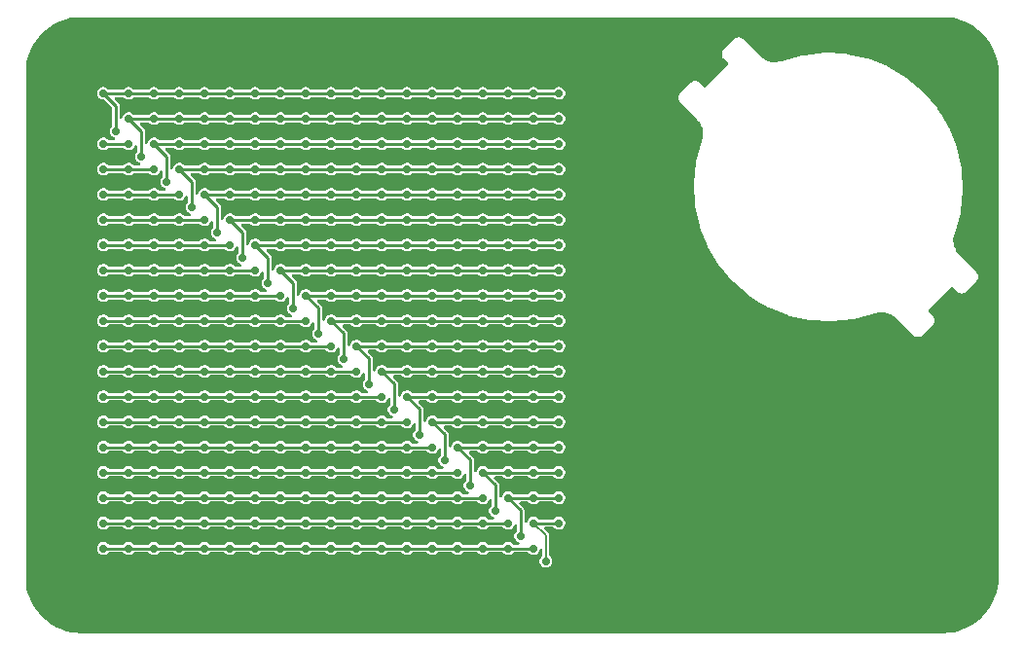
<source format=gbr>
%TF.GenerationSoftware,KiCad,Pcbnew,9.0.2*%
%TF.CreationDate,2025-10-11T19:40:45+02:00*%
%TF.ProjectId,Yet_Another_Business_Card,5965745f-416e-46f7-9468-65725f427573,rev?*%
%TF.SameCoordinates,Original*%
%TF.FileFunction,Copper,L2,Bot*%
%TF.FilePolarity,Positive*%
%FSLAX46Y46*%
G04 Gerber Fmt 4.6, Leading zero omitted, Abs format (unit mm)*
G04 Created by KiCad (PCBNEW 9.0.2) date 2025-10-11 19:40:45*
%MOMM*%
%LPD*%
G01*
G04 APERTURE LIST*
%TA.AperFunction,ViaPad*%
%ADD10C,0.600000*%
%TD*%
%TA.AperFunction,ViaPad*%
%ADD11C,0.700000*%
%TD*%
%TA.AperFunction,Conductor*%
%ADD12C,0.250000*%
%TD*%
%TA.AperFunction,Conductor*%
%ADD13C,0.200000*%
%TD*%
G04 APERTURE END LIST*
D10*
%TO.N,GND*%
X204450000Y-81300000D03*
X204200000Y-85300000D03*
X199950000Y-85800000D03*
X174200000Y-83550000D03*
X178200000Y-79800000D03*
X177200000Y-80800000D03*
D11*
%TO.N,CHRLY_2*%
X150156847Y-64124488D03*
X145756847Y-64124488D03*
X134756847Y-64124488D03*
X139156847Y-64124488D03*
X152356847Y-64124488D03*
X158956847Y-64124488D03*
X130356847Y-64124488D03*
X128156847Y-64124488D03*
X156756847Y-64124488D03*
X147956847Y-64124488D03*
X154556847Y-64124488D03*
X161156847Y-64124488D03*
X143556847Y-64124488D03*
X167756847Y-64124488D03*
X141356847Y-64124488D03*
X136956847Y-64124488D03*
X132556847Y-64124488D03*
X165556847Y-64124488D03*
X163356847Y-64124488D03*
X129243153Y-67438182D03*
%TO.N,CHRLY_3*%
X132556847Y-66324488D03*
X154556847Y-66324488D03*
X165556847Y-66324488D03*
X152356847Y-66324488D03*
X145756847Y-66324488D03*
X161156847Y-66324488D03*
X136956847Y-66324488D03*
X130356847Y-66324488D03*
X139156847Y-66324488D03*
X167756847Y-66324488D03*
X143556847Y-66324488D03*
X131443153Y-69638182D03*
X158956847Y-66324488D03*
X150156847Y-66324488D03*
X147956847Y-66324488D03*
X156756847Y-66324488D03*
X163356847Y-66324488D03*
X134756847Y-66324488D03*
X141356847Y-66324488D03*
%TO.N,CHRLY_4*%
X156756847Y-68524488D03*
X165556847Y-68524488D03*
X145756847Y-68524488D03*
X132556847Y-68524488D03*
X163356847Y-68524488D03*
X136956847Y-68524488D03*
X139156847Y-68524488D03*
X133643153Y-71838182D03*
X147956847Y-68524488D03*
X130356847Y-68524488D03*
X143556847Y-68524488D03*
X150156847Y-68524488D03*
X167756847Y-68524488D03*
X158956847Y-68524488D03*
X152356847Y-68524488D03*
X134756847Y-68524488D03*
X141356847Y-68524488D03*
X161156847Y-68524488D03*
X128156847Y-68524488D03*
X154556847Y-68524488D03*
%TO.N,CHRLY_5*%
X134756847Y-70724488D03*
X130356847Y-70724488D03*
X150156847Y-70724488D03*
X139156847Y-70724488D03*
X156756847Y-70724488D03*
X128156847Y-70724488D03*
X141356847Y-70724488D03*
X152356847Y-70724488D03*
X165556847Y-70724488D03*
X135843153Y-74038182D03*
X154556847Y-70724488D03*
X163356847Y-70724488D03*
X143556847Y-70724488D03*
X167756847Y-70724488D03*
X158956847Y-70724488D03*
X136956847Y-70724488D03*
X132556847Y-70724488D03*
X147956847Y-70724488D03*
X161156847Y-70724488D03*
X145756847Y-70724488D03*
%TO.N,CHRLY_6*%
X128156847Y-72924488D03*
X136956847Y-72924488D03*
X161156847Y-72924488D03*
X143556847Y-72924488D03*
X165556847Y-72924488D03*
X156756847Y-72924488D03*
X150156847Y-72924488D03*
X138043153Y-76238182D03*
X163356847Y-72924488D03*
X145756847Y-72924488D03*
X167756847Y-72924488D03*
X154556847Y-72924488D03*
X147956847Y-72924488D03*
X139156847Y-72924488D03*
X141356847Y-72924488D03*
X134756847Y-72924488D03*
X152356847Y-72924488D03*
X130356847Y-72924488D03*
X158956847Y-72924488D03*
X132556847Y-72924488D03*
%TO.N,CHRLY_7*%
X158956847Y-75124488D03*
X128156847Y-75124488D03*
X140243153Y-78438182D03*
X150156847Y-75124488D03*
X152356847Y-75124488D03*
X132556847Y-75124488D03*
X130356847Y-75124488D03*
X143556847Y-75124488D03*
X134756847Y-75124488D03*
X156756847Y-75124488D03*
X154556847Y-75124488D03*
X145756847Y-75124488D03*
X147956847Y-75124488D03*
X136956847Y-75124488D03*
X139156847Y-75124488D03*
X161156847Y-75124488D03*
X165556847Y-75124488D03*
X163356847Y-75124488D03*
X141356847Y-75124488D03*
X167756847Y-75124488D03*
%TO.N,CHRLY_8*%
X132556847Y-77324488D03*
X145756847Y-77324488D03*
X136956847Y-77324488D03*
X158956847Y-77324488D03*
X156756847Y-77324488D03*
X156756847Y-77324488D03*
X167756847Y-77324488D03*
X141356847Y-77324488D03*
X152356847Y-77324488D03*
X130356847Y-77324488D03*
X143556847Y-77324488D03*
X163356847Y-77324488D03*
X142443153Y-80638182D03*
X150156847Y-77324488D03*
X165556847Y-77324488D03*
X147956847Y-77324488D03*
X161156847Y-77324488D03*
X154556847Y-77324488D03*
X128156847Y-77324488D03*
X139156847Y-77324488D03*
X134756847Y-77324488D03*
%TO.N,CHRLY_9*%
X141356847Y-79524488D03*
X143556847Y-79524488D03*
X144643153Y-82838182D03*
X156756847Y-79524488D03*
X130356847Y-79524488D03*
X152356847Y-79524488D03*
X136956847Y-79524488D03*
X132556847Y-79524488D03*
X147956847Y-79524488D03*
X161156847Y-79524488D03*
X128156847Y-79524488D03*
X163356847Y-79524488D03*
X145756847Y-79524488D03*
X158956847Y-79524488D03*
X139156847Y-79524488D03*
X150156847Y-79524488D03*
X134756847Y-79524488D03*
X167756847Y-79524488D03*
X154556847Y-79524488D03*
X165556847Y-79524488D03*
%TO.N,CHRLY_10*%
X163356847Y-81724488D03*
X165556847Y-81724488D03*
X154556847Y-81724488D03*
X167756847Y-81724488D03*
X134756847Y-81724488D03*
X136956847Y-81724488D03*
X146843153Y-85038182D03*
X145756847Y-81724488D03*
X147956847Y-81724488D03*
X139156847Y-81724488D03*
X152356847Y-81724488D03*
X143556847Y-81724488D03*
X161156847Y-81724488D03*
X158956847Y-81724488D03*
X132556847Y-81724488D03*
X130356847Y-81724488D03*
X128156847Y-81724488D03*
X150156847Y-81724488D03*
X156756847Y-81724488D03*
X141356847Y-81724488D03*
%TO.N,CHRLY_11*%
X158956847Y-83924488D03*
X145756847Y-83924488D03*
X139156847Y-83924488D03*
X156756847Y-83924488D03*
X152356847Y-83924488D03*
X132556847Y-83924488D03*
X136956847Y-83924488D03*
X130356847Y-83924488D03*
X134756847Y-83924488D03*
X154556847Y-83924488D03*
X150156847Y-83924488D03*
X143556847Y-83924488D03*
X141356847Y-83924488D03*
X149043153Y-87238182D03*
X147956847Y-83924488D03*
X165556847Y-83924488D03*
X167756847Y-83924488D03*
X128156847Y-83924488D03*
X163356847Y-83924488D03*
X161156847Y-83924488D03*
%TO.N,CHRLY_12*%
X147956847Y-86124488D03*
X152356847Y-86124488D03*
X150156847Y-86124488D03*
X165556847Y-86124488D03*
X136956847Y-86124488D03*
X151243153Y-89438182D03*
X143556847Y-86124488D03*
X139156847Y-86124488D03*
X145756847Y-86124488D03*
X128156847Y-86124488D03*
X134756847Y-86124488D03*
X154556847Y-86124488D03*
X141356847Y-86124488D03*
X132556847Y-86124488D03*
X167756847Y-86124488D03*
X156756847Y-86124488D03*
X130356847Y-86124488D03*
X163356847Y-86124488D03*
X161156847Y-86124488D03*
X158956847Y-86124488D03*
%TO.N,CHRLY_13*%
X143556847Y-88324488D03*
X139156847Y-88324488D03*
X145756847Y-88324488D03*
X165556847Y-88324488D03*
X141356847Y-88324488D03*
X153443153Y-91638182D03*
X156756847Y-88324488D03*
X154556847Y-88324488D03*
X136956847Y-88324488D03*
X128156847Y-88324488D03*
X134756847Y-88324488D03*
X161156847Y-88324488D03*
X152356847Y-88324488D03*
X163356847Y-88324488D03*
X132556847Y-88324488D03*
X158956847Y-88324488D03*
X130356847Y-88324488D03*
X150156847Y-88324488D03*
X167756847Y-88324488D03*
X147956847Y-88324488D03*
%TO.N,CHRLY_14*%
X158956847Y-90524488D03*
X130356847Y-90524488D03*
X161156847Y-90524488D03*
X139156847Y-90524488D03*
X145756847Y-90524488D03*
X167756847Y-90524488D03*
X150156847Y-90524488D03*
X147956847Y-90524488D03*
X136956847Y-90524488D03*
X152356847Y-90524488D03*
X165556847Y-90524488D03*
X155643153Y-93838182D03*
X154556847Y-90524488D03*
X163356847Y-90524488D03*
X128156847Y-90524488D03*
X141356847Y-90524488D03*
X132556847Y-90524488D03*
X134756847Y-90524488D03*
X156756847Y-90524488D03*
X143556847Y-90524488D03*
%TO.N,CHRLY_15*%
X158956847Y-92724488D03*
X136956847Y-92724488D03*
X128156847Y-92724488D03*
X139156847Y-92724488D03*
X130356847Y-92724488D03*
X141356847Y-92724488D03*
X154556847Y-92724488D03*
X165556847Y-92724488D03*
X157843153Y-96038182D03*
X156756847Y-92724488D03*
X147956847Y-92724488D03*
X161156847Y-92724488D03*
X150156847Y-92724488D03*
X167756847Y-92724488D03*
X132556847Y-92724488D03*
X163356847Y-92724488D03*
X134756847Y-92724488D03*
X143556847Y-92724488D03*
X145756847Y-92724488D03*
X152356847Y-92724488D03*
%TO.N,CHRLY_16*%
X156756847Y-94924488D03*
X158956847Y-94924488D03*
X160043153Y-98238182D03*
X152356847Y-94924488D03*
X147956847Y-94924488D03*
X143556847Y-94924488D03*
X141356847Y-94924488D03*
X132556847Y-94924488D03*
X145756847Y-94924488D03*
X167756847Y-94924488D03*
X130356847Y-94924488D03*
X154556847Y-94924488D03*
X128156847Y-94924488D03*
X163356847Y-94924488D03*
X136956847Y-94924488D03*
X150156847Y-94924488D03*
X139156847Y-94924488D03*
X134756847Y-94924488D03*
X161156847Y-94924488D03*
X165556847Y-94924488D03*
%TO.N,CHRLY_17*%
X147956847Y-97124488D03*
X161156847Y-97124488D03*
X162243153Y-100438182D03*
X139156847Y-97124488D03*
X143556847Y-97124488D03*
X141356847Y-97124488D03*
X158956847Y-97124488D03*
X167756847Y-97124488D03*
X128156847Y-97124488D03*
X154556847Y-97124488D03*
X163356847Y-97124488D03*
X165556847Y-97124488D03*
X132556847Y-97124488D03*
X145756847Y-97124488D03*
X156756847Y-97124488D03*
X150156847Y-97124488D03*
X152356847Y-97124488D03*
X136956847Y-97124488D03*
X130356847Y-97124488D03*
X134756847Y-97124488D03*
%TO.N,CHRLY_18*%
X152356847Y-99324488D03*
X158956847Y-99324488D03*
X136956847Y-99324488D03*
X154556847Y-99324488D03*
X145756847Y-99324488D03*
X156756847Y-99324488D03*
X128156847Y-99324488D03*
X139156847Y-99324488D03*
X165556847Y-99324488D03*
X164443153Y-102638182D03*
X163356847Y-99324488D03*
X161156847Y-99324488D03*
X134756847Y-99324488D03*
X147956847Y-99324488D03*
X141356847Y-99324488D03*
X167756847Y-99324488D03*
X143556847Y-99324488D03*
X132556847Y-99324488D03*
X150156847Y-99324488D03*
X130356847Y-99324488D03*
%TO.N,CHRLY_19*%
X130356847Y-101524488D03*
X156756847Y-101524488D03*
X145756847Y-101524488D03*
X154556847Y-101524488D03*
X147956847Y-101524488D03*
X165556847Y-101524488D03*
X163356847Y-101524488D03*
X141356847Y-101524488D03*
X166643153Y-104838182D03*
X158956847Y-101524488D03*
X143556847Y-101524488D03*
X132556847Y-101524488D03*
X161156847Y-101524488D03*
X152356847Y-101524488D03*
X167756847Y-101524488D03*
X139156847Y-101524488D03*
X136956847Y-101524488D03*
X150156847Y-101524488D03*
X134756847Y-101524488D03*
X128156847Y-101524488D03*
%TO.N,CHRLY_20*%
X143556847Y-103724488D03*
X147956847Y-103724488D03*
X130356847Y-103724488D03*
X152356847Y-103724488D03*
X154556847Y-103724488D03*
X163356847Y-103724488D03*
X136956847Y-103724488D03*
X132556847Y-103724488D03*
X139156847Y-103724488D03*
X165556847Y-103724488D03*
X150156847Y-103724488D03*
X161156847Y-103724488D03*
X141356847Y-103724488D03*
X134756847Y-103724488D03*
X145756847Y-103724488D03*
X156756847Y-103724488D03*
X128156847Y-103724488D03*
X158956847Y-103724488D03*
%TD*%
D12*
%TO.N,CHRLY_2*%
X143556847Y-64124488D02*
X145756847Y-64124488D01*
X132556847Y-64124488D02*
X134756847Y-64124488D01*
X150156847Y-64124488D02*
X152356847Y-64124488D01*
X152356847Y-64124488D02*
X154556847Y-64124488D01*
X158956847Y-64124488D02*
X161156847Y-64124488D01*
X147956847Y-64124488D02*
X150156847Y-64124488D01*
X134756847Y-64124488D02*
X136956847Y-64124488D01*
X165556847Y-64124488D02*
X167756847Y-64124488D01*
X161156847Y-64124488D02*
X163356847Y-64124488D01*
X145756847Y-64124488D02*
X147956847Y-64124488D01*
X139156847Y-64124488D02*
X141356847Y-64124488D01*
X163356847Y-64124488D02*
X165556847Y-64124488D01*
X156756847Y-64124488D02*
X158956847Y-64124488D01*
X136956847Y-64124488D02*
X139156847Y-64124488D01*
X141356847Y-64124488D02*
X143556847Y-64124488D01*
X130356847Y-64124488D02*
X132556847Y-64124488D01*
X128156847Y-64124488D02*
X129243153Y-65210794D01*
X154556847Y-64124488D02*
X156756847Y-64124488D01*
X128156847Y-64124488D02*
X130356847Y-64124488D01*
X129243153Y-65210794D02*
X129243153Y-67438182D01*
%TO.N,CHRLY_3*%
X132556847Y-66324488D02*
X134756847Y-66324488D01*
X161156847Y-66324488D02*
X163356847Y-66324488D01*
X152356847Y-66324488D02*
X154556847Y-66324488D01*
X143556847Y-66324488D02*
X145756847Y-66324488D01*
X150156847Y-66324488D02*
X152356847Y-66324488D01*
X165556847Y-66324488D02*
X167756847Y-66324488D01*
X147956847Y-66324488D02*
X150156847Y-66324488D01*
X134756847Y-66324488D02*
X136956847Y-66324488D01*
X141356847Y-66324488D02*
X143556847Y-66324488D01*
X130356847Y-66324488D02*
X131443153Y-67410794D01*
X163356847Y-66324488D02*
X165556847Y-66324488D01*
X154556847Y-66324488D02*
X156756847Y-66324488D01*
X145756847Y-66324488D02*
X147956847Y-66324488D01*
X156756847Y-66324488D02*
X158956847Y-66324488D01*
X158956847Y-66324488D02*
X161156847Y-66324488D01*
X136956847Y-66324488D02*
X139156847Y-66324488D01*
X139156847Y-66324488D02*
X141356847Y-66324488D01*
X131443153Y-67410794D02*
X131443153Y-69638182D01*
X130356847Y-66324488D02*
X132556847Y-66324488D01*
%TO.N,CHRLY_4*%
X150156847Y-68524488D02*
X152356847Y-68524488D01*
X158956847Y-68524488D02*
X161156847Y-68524488D01*
X161156847Y-68524488D02*
X163356847Y-68524488D01*
X132556847Y-68524488D02*
X133643153Y-69610794D01*
X130356847Y-68524488D02*
X128156847Y-68524488D01*
X143556847Y-68524488D02*
X145756847Y-68524488D01*
X163356847Y-68524488D02*
X165556847Y-68524488D01*
X154556847Y-68524488D02*
X156756847Y-68524488D01*
X145756847Y-68524488D02*
X147956847Y-68524488D01*
X141356847Y-68524488D02*
X143556847Y-68524488D01*
X133643153Y-69610794D02*
X133643153Y-71838182D01*
X156756847Y-68524488D02*
X158956847Y-68524488D01*
X147956847Y-68524488D02*
X150156847Y-68524488D01*
X136956847Y-68524488D02*
X139156847Y-68524488D01*
X132556847Y-68524488D02*
X134756847Y-68524488D01*
X139156847Y-68524488D02*
X141356847Y-68524488D01*
X165556847Y-68524488D02*
X167756847Y-68524488D01*
X152356847Y-68524488D02*
X154556847Y-68524488D01*
X134756847Y-68524488D02*
X136956847Y-68524488D01*
%TO.N,CHRLY_5*%
X139156847Y-70724488D02*
X141356847Y-70724488D01*
X132556847Y-70724488D02*
X130356847Y-70724488D01*
X158956847Y-70724488D02*
X161156847Y-70724488D01*
X136956847Y-70724488D02*
X139156847Y-70724488D01*
X163356847Y-70724488D02*
X165556847Y-70724488D01*
X150156847Y-70724488D02*
X152356847Y-70724488D01*
X147956847Y-70724488D02*
X150156847Y-70724488D01*
X143556847Y-70724488D02*
X145756847Y-70724488D01*
X134756847Y-70724488D02*
X135843153Y-71810794D01*
X130356847Y-70724488D02*
X128156847Y-70724488D01*
X154556847Y-70724488D02*
X156756847Y-70724488D01*
X134756847Y-70724488D02*
X136956847Y-70724488D01*
X145756847Y-70724488D02*
X147956847Y-70724488D01*
X135843153Y-71810794D02*
X135843153Y-74038182D01*
X152356847Y-70724488D02*
X154556847Y-70724488D01*
X165556847Y-70724488D02*
X167756847Y-70724488D01*
X156756847Y-70724488D02*
X158956847Y-70724488D01*
X161156847Y-70724488D02*
X163356847Y-70724488D01*
X141356847Y-70724488D02*
X143556847Y-70724488D01*
%TO.N,CHRLY_6*%
X141356847Y-72924488D02*
X143556847Y-72924488D01*
X136956847Y-72924488D02*
X139156847Y-72924488D01*
X163356847Y-72924488D02*
X165556847Y-72924488D01*
X143556847Y-72924488D02*
X145756847Y-72924488D01*
X136956847Y-72924488D02*
X138043153Y-74010794D01*
X161156847Y-72924488D02*
X163356847Y-72924488D01*
X154556847Y-72924488D02*
X156756847Y-72924488D01*
X165556847Y-72924488D02*
X167756847Y-72924488D01*
X138043153Y-74010794D02*
X138043153Y-76238182D01*
X132556847Y-72924488D02*
X130356847Y-72924488D01*
X145756847Y-72924488D02*
X147956847Y-72924488D01*
X130356847Y-72924488D02*
X128156847Y-72924488D01*
X158956847Y-72924488D02*
X161156847Y-72924488D01*
X152356847Y-72924488D02*
X154556847Y-72924488D01*
X147956847Y-72924488D02*
X150156847Y-72924488D01*
X156756847Y-72924488D02*
X158956847Y-72924488D01*
X150156847Y-72924488D02*
X152356847Y-72924488D01*
X139156847Y-72924488D02*
X141356847Y-72924488D01*
X134756847Y-72924488D02*
X132556847Y-72924488D01*
%TO.N,CHRLY_7*%
X165556847Y-75124488D02*
X167756847Y-75124488D01*
X150156847Y-75124488D02*
X152356847Y-75124488D01*
X147956847Y-75124488D02*
X150156847Y-75124488D01*
X136956847Y-75124488D02*
X134756847Y-75124488D01*
X132556847Y-75124488D02*
X130356847Y-75124488D01*
X161156847Y-75124488D02*
X163356847Y-75124488D01*
X152356847Y-75124488D02*
X154556847Y-75124488D01*
X130356847Y-75124488D02*
X128156847Y-75124488D01*
X140243153Y-76210794D02*
X140243153Y-78438182D01*
X156756847Y-75124488D02*
X158956847Y-75124488D01*
X158956847Y-75124488D02*
X161156847Y-75124488D01*
X139156847Y-75124488D02*
X141356847Y-75124488D01*
X154556847Y-75124488D02*
X156756847Y-75124488D01*
X134756847Y-75124488D02*
X132556847Y-75124488D01*
X141356847Y-75124488D02*
X143556847Y-75124488D01*
X143556847Y-75124488D02*
X145756847Y-75124488D01*
X145756847Y-75124488D02*
X147956847Y-75124488D01*
X163356847Y-75124488D02*
X165556847Y-75124488D01*
X139156847Y-75124488D02*
X140243153Y-76210794D01*
%TO.N,CHRLY_8*%
X163356847Y-77324488D02*
X165556847Y-77324488D01*
X141356847Y-77324488D02*
X142443153Y-78410794D01*
X141356847Y-77324488D02*
X143556847Y-77324488D01*
X136956847Y-77324488D02*
X134756847Y-77324488D01*
X152356847Y-77324488D02*
X154556847Y-77324488D01*
X130356847Y-77324488D02*
X128156847Y-77324488D01*
X165556847Y-77324488D02*
X167756847Y-77324488D01*
X142443153Y-78410794D02*
X142443153Y-80638182D01*
X145756847Y-77324488D02*
X147956847Y-77324488D01*
X156756847Y-77324488D02*
X158956847Y-77324488D01*
X139156847Y-77324488D02*
X136956847Y-77324488D01*
X132556847Y-77324488D02*
X130356847Y-77324488D01*
X134756847Y-77324488D02*
X132556847Y-77324488D01*
X150156847Y-77324488D02*
X152356847Y-77324488D01*
X154556847Y-77324488D02*
X156756847Y-77324488D01*
X143556847Y-77324488D02*
X145756847Y-77324488D01*
X161156847Y-77324488D02*
X163356847Y-77324488D01*
X158956847Y-77324488D02*
X161156847Y-77324488D01*
X147956847Y-77324488D02*
X150156847Y-77324488D01*
%TO.N,CHRLY_9*%
X158956847Y-79524488D02*
X161156847Y-79524488D01*
X130356847Y-79524488D02*
X128156847Y-79524488D01*
X145756847Y-79524488D02*
X147956847Y-79524488D01*
X144643153Y-80610794D02*
X144643153Y-82838182D01*
X163356847Y-79524488D02*
X165556847Y-79524488D01*
X143556847Y-79524488D02*
X144643153Y-80610794D01*
X156756847Y-79524488D02*
X158956847Y-79524488D01*
X161156847Y-79524488D02*
X163356847Y-79524488D01*
X139156847Y-79524488D02*
X136956847Y-79524488D01*
X154556847Y-79524488D02*
X156756847Y-79524488D01*
X143556847Y-79524488D02*
X145756847Y-79524488D01*
X152356847Y-79524488D02*
X154556847Y-79524488D01*
X165556847Y-79524488D02*
X167756847Y-79524488D01*
X141356847Y-79524488D02*
X139156847Y-79524488D01*
X134756847Y-79524488D02*
X132556847Y-79524488D01*
X132556847Y-79524488D02*
X130356847Y-79524488D01*
X150156847Y-79524488D02*
X152356847Y-79524488D01*
X147956847Y-79524488D02*
X150156847Y-79524488D01*
X136956847Y-79524488D02*
X134756847Y-79524488D01*
%TO.N,CHRLY_10*%
X147956847Y-81724488D02*
X150156847Y-81724488D01*
X143556847Y-81724488D02*
X141356847Y-81724488D01*
X134756847Y-81724488D02*
X132556847Y-81724488D01*
X132556847Y-81724488D02*
X130356847Y-81724488D01*
X136956847Y-81724488D02*
X134756847Y-81724488D01*
X146843153Y-82810794D02*
X146843153Y-85038182D01*
X161156847Y-81724488D02*
X163356847Y-81724488D01*
X154556847Y-81724488D02*
X156756847Y-81724488D01*
X158956847Y-81724488D02*
X161156847Y-81724488D01*
X139156847Y-81724488D02*
X136956847Y-81724488D01*
X156756847Y-81724488D02*
X158956847Y-81724488D01*
X130356847Y-81724488D02*
X128156847Y-81724488D01*
X150156847Y-81724488D02*
X152356847Y-81724488D01*
X163356847Y-81724488D02*
X165556847Y-81724488D01*
X145756847Y-81724488D02*
X146843153Y-82810794D01*
X165556847Y-81724488D02*
X167756847Y-81724488D01*
X152356847Y-81724488D02*
X154556847Y-81724488D01*
X141356847Y-81724488D02*
X139156847Y-81724488D01*
X145756847Y-81724488D02*
X147956847Y-81724488D01*
%TO.N,CHRLY_11*%
X163356847Y-83924488D02*
X165556847Y-83924488D01*
X165556847Y-83924488D02*
X167756847Y-83924488D01*
X130356847Y-83924488D02*
X128156847Y-83924488D01*
X143556847Y-83924488D02*
X141356847Y-83924488D01*
X145756847Y-83924488D02*
X143556847Y-83924488D01*
X147956847Y-83924488D02*
X149043153Y-85010794D01*
X139156847Y-83924488D02*
X136956847Y-83924488D01*
X141356847Y-83924488D02*
X139156847Y-83924488D01*
X147956847Y-83924488D02*
X150156847Y-83924488D01*
X136956847Y-83924488D02*
X134756847Y-83924488D01*
X154556847Y-83924488D02*
X156756847Y-83924488D01*
X161156847Y-83924488D02*
X163356847Y-83924488D01*
X152356847Y-83924488D02*
X154556847Y-83924488D01*
X134756847Y-83924488D02*
X132556847Y-83924488D01*
X132556847Y-83924488D02*
X130356847Y-83924488D01*
X156756847Y-83924488D02*
X158956847Y-83924488D01*
X150156847Y-83924488D02*
X152356847Y-83924488D01*
X149043153Y-85010794D02*
X149043153Y-87238182D01*
X158956847Y-83924488D02*
X161156847Y-83924488D01*
%TO.N,CHRLY_12*%
X151243153Y-87210794D02*
X151243153Y-89438182D01*
X161156847Y-86124488D02*
X163356847Y-86124488D01*
X130356847Y-86124488D02*
X128156847Y-86124488D01*
X147956847Y-86124488D02*
X145756847Y-86124488D01*
X163356847Y-86124488D02*
X165556847Y-86124488D01*
X139156847Y-86124488D02*
X136956847Y-86124488D01*
X132556847Y-86124488D02*
X130356847Y-86124488D01*
X145756847Y-86124488D02*
X143556847Y-86124488D01*
X152356847Y-86124488D02*
X154556847Y-86124488D01*
X150156847Y-86124488D02*
X151243153Y-87210794D01*
X154556847Y-86124488D02*
X156756847Y-86124488D01*
X158956847Y-86124488D02*
X161156847Y-86124488D01*
X141356847Y-86124488D02*
X139156847Y-86124488D01*
X165556847Y-86124488D02*
X167756847Y-86124488D01*
X156756847Y-86124488D02*
X158956847Y-86124488D01*
X134756847Y-86124488D02*
X132556847Y-86124488D01*
X143556847Y-86124488D02*
X141356847Y-86124488D01*
X150156847Y-86124488D02*
X152356847Y-86124488D01*
X136956847Y-86124488D02*
X134756847Y-86124488D01*
%TO.N,CHRLY_13*%
X139156847Y-88324488D02*
X136956847Y-88324488D01*
X152356847Y-88324488D02*
X154556847Y-88324488D01*
X153443153Y-89410794D02*
X153443153Y-91638182D01*
X161156847Y-88324488D02*
X163356847Y-88324488D01*
X163356847Y-88324488D02*
X165556847Y-88324488D01*
X152356847Y-88324488D02*
X153443153Y-89410794D01*
X132556847Y-88324488D02*
X130356847Y-88324488D01*
X130356847Y-88324488D02*
X128156847Y-88324488D01*
X136956847Y-88324488D02*
X134756847Y-88324488D01*
X158956847Y-88324488D02*
X161156847Y-88324488D01*
X147956847Y-88324488D02*
X145756847Y-88324488D01*
X145756847Y-88324488D02*
X143556847Y-88324488D01*
X134756847Y-88324488D02*
X132556847Y-88324488D01*
X154556847Y-88324488D02*
X156756847Y-88324488D01*
X143556847Y-88324488D02*
X141356847Y-88324488D01*
X165556847Y-88324488D02*
X167756847Y-88324488D01*
X156756847Y-88324488D02*
X158956847Y-88324488D01*
X150156847Y-88324488D02*
X147956847Y-88324488D01*
X141356847Y-88324488D02*
X139156847Y-88324488D01*
%TO.N,CHRLY_14*%
X154556847Y-90524488D02*
X155643153Y-91610794D01*
X152356847Y-90524488D02*
X150156847Y-90524488D01*
X156756847Y-90524488D02*
X158956847Y-90524488D01*
X143556847Y-90524488D02*
X141356847Y-90524488D01*
X136956847Y-90524488D02*
X134756847Y-90524488D01*
X139156847Y-90524488D02*
X136956847Y-90524488D01*
X163356847Y-90524488D02*
X165556847Y-90524488D01*
X161156847Y-90524488D02*
X163356847Y-90524488D01*
X155643153Y-91610794D02*
X155643153Y-93838182D01*
X141356847Y-90524488D02*
X139156847Y-90524488D01*
X132556847Y-90524488D02*
X130356847Y-90524488D01*
X154556847Y-90524488D02*
X156756847Y-90524488D01*
X130356847Y-90524488D02*
X128156847Y-90524488D01*
X134756847Y-90524488D02*
X132556847Y-90524488D01*
X158956847Y-90524488D02*
X161156847Y-90524488D01*
X147956847Y-90524488D02*
X145756847Y-90524488D01*
X150156847Y-90524488D02*
X147956847Y-90524488D01*
X165556847Y-90524488D02*
X167756847Y-90524488D01*
X145756847Y-90524488D02*
X143556847Y-90524488D01*
%TO.N,CHRLY_15*%
X158956847Y-92724488D02*
X161156847Y-92724488D01*
X130356847Y-92724488D02*
X128156847Y-92724488D01*
X163356847Y-92724488D02*
X165556847Y-92724488D01*
X152356847Y-92724488D02*
X150156847Y-92724488D01*
X165556847Y-92724488D02*
X167756847Y-92724488D01*
X132556847Y-92724488D02*
X130356847Y-92724488D01*
X154556847Y-92724488D02*
X152356847Y-92724488D01*
X147956847Y-92724488D02*
X145756847Y-92724488D01*
X150156847Y-92724488D02*
X147956847Y-92724488D01*
X156756847Y-92724488D02*
X158956847Y-92724488D01*
X139156847Y-92724488D02*
X136956847Y-92724488D01*
X141356847Y-92724488D02*
X139156847Y-92724488D01*
X161156847Y-92724488D02*
X163356847Y-92724488D01*
X134756847Y-92724488D02*
X132556847Y-92724488D01*
X143556847Y-92724488D02*
X141356847Y-92724488D01*
X156756847Y-92724488D02*
X157843153Y-93810794D01*
X157843153Y-93810794D02*
X157843153Y-96038182D01*
X136956847Y-92724488D02*
X134756847Y-92724488D01*
X145756847Y-92724488D02*
X143556847Y-92724488D01*
%TO.N,CHRLY_16*%
X141356847Y-94924488D02*
X139156847Y-94924488D01*
X143556847Y-94924488D02*
X141356847Y-94924488D01*
X165556847Y-94924488D02*
X167756847Y-94924488D01*
X145756847Y-94924488D02*
X143556847Y-94924488D01*
X152356847Y-94924488D02*
X150156847Y-94924488D01*
X163356847Y-94924488D02*
X165556847Y-94924488D01*
X161156847Y-94924488D02*
X163356847Y-94924488D01*
X160043153Y-96010794D02*
X160043153Y-98238182D01*
X136956847Y-94924488D02*
X134756847Y-94924488D01*
X154556847Y-94924488D02*
X152356847Y-94924488D01*
X132556847Y-94924488D02*
X130356847Y-94924488D01*
X150156847Y-94924488D02*
X147956847Y-94924488D01*
X158956847Y-94924488D02*
X161156847Y-94924488D01*
X139156847Y-94924488D02*
X136956847Y-94924488D01*
X156756847Y-94924488D02*
X154556847Y-94924488D01*
X147956847Y-94924488D02*
X145756847Y-94924488D01*
X130356847Y-94924488D02*
X128156847Y-94924488D01*
X134756847Y-94924488D02*
X132556847Y-94924488D01*
X158956847Y-94924488D02*
X160043153Y-96010794D01*
%TO.N,CHRLY_17*%
X141356847Y-97124488D02*
X139156847Y-97124488D01*
X154556847Y-97124488D02*
X152356847Y-97124488D01*
X165556847Y-97124488D02*
X167756847Y-97124488D01*
X158956847Y-97124488D02*
X156756847Y-97124488D01*
X161156847Y-97124488D02*
X162243153Y-98210794D01*
X130356847Y-97124488D02*
X128156847Y-97124488D01*
X152356847Y-97124488D02*
X150156847Y-97124488D01*
X163356847Y-97124488D02*
X165556847Y-97124488D01*
X162243153Y-98210794D02*
X162243153Y-100438182D01*
X139156847Y-97124488D02*
X136956847Y-97124488D01*
X136956847Y-97124488D02*
X134756847Y-97124488D01*
X161156847Y-97124488D02*
X163356847Y-97124488D01*
X150156847Y-97124488D02*
X147956847Y-97124488D01*
X143556847Y-97124488D02*
X141356847Y-97124488D01*
X156756847Y-97124488D02*
X154556847Y-97124488D01*
X134756847Y-97124488D02*
X132556847Y-97124488D01*
X132556847Y-97124488D02*
X130356847Y-97124488D01*
X145756847Y-97124488D02*
X143556847Y-97124488D01*
X147956847Y-97124488D02*
X145756847Y-97124488D01*
%TO.N,CHRLY_18*%
X156756847Y-99324488D02*
X154556847Y-99324488D01*
X136956847Y-99324488D02*
X134756847Y-99324488D01*
X147956847Y-99324488D02*
X145756847Y-99324488D01*
X163356847Y-99324488D02*
X164443153Y-100410794D01*
X152356847Y-99324488D02*
X150156847Y-99324488D01*
X134756847Y-99324488D02*
X132556847Y-99324488D01*
X154556847Y-99324488D02*
X152356847Y-99324488D01*
X161156847Y-99324488D02*
X158956847Y-99324488D01*
X165556847Y-99324488D02*
X167756847Y-99324488D01*
X150156847Y-99324488D02*
X147956847Y-99324488D01*
X139156847Y-99324488D02*
X136956847Y-99324488D01*
X158956847Y-99324488D02*
X156756847Y-99324488D01*
X163356847Y-99324488D02*
X165556847Y-99324488D01*
X145756847Y-99324488D02*
X143556847Y-99324488D01*
X164443153Y-100410794D02*
X164443153Y-102638182D01*
X143556847Y-99324488D02*
X141356847Y-99324488D01*
X130356847Y-99324488D02*
X128156847Y-99324488D01*
X141356847Y-99324488D02*
X139156847Y-99324488D01*
X132556847Y-99324488D02*
X130356847Y-99324488D01*
%TO.N,CHRLY_19*%
X154556847Y-101524488D02*
X152356847Y-101524488D01*
X130356847Y-101524488D02*
X128156847Y-101524488D01*
X156756847Y-101524488D02*
X154556847Y-101524488D01*
D13*
X166643153Y-102610794D02*
X166643153Y-104838182D01*
D12*
X136956847Y-101524488D02*
X134756847Y-101524488D01*
X145756847Y-101524488D02*
X143556847Y-101524488D01*
X143556847Y-101524488D02*
X141356847Y-101524488D01*
X147956847Y-101524488D02*
X145756847Y-101524488D01*
X134756847Y-101524488D02*
X132556847Y-101524488D01*
X139156847Y-101524488D02*
X136956847Y-101524488D01*
X158956847Y-101524488D02*
X156756847Y-101524488D01*
X152356847Y-101524488D02*
X150156847Y-101524488D01*
X161156847Y-101524488D02*
X158956847Y-101524488D01*
X132556847Y-101524488D02*
X130356847Y-101524488D01*
X141356847Y-101524488D02*
X139156847Y-101524488D01*
X163356847Y-101524488D02*
X161156847Y-101524488D01*
D13*
X165556847Y-101524488D02*
X166643153Y-102610794D01*
D12*
X150156847Y-101524488D02*
X147956847Y-101524488D01*
X165556847Y-101524488D02*
X167756847Y-101524488D01*
%TO.N,CHRLY_20*%
X141356847Y-103724488D02*
X139156847Y-103724488D01*
X134756847Y-103724488D02*
X132556847Y-103724488D01*
X156756847Y-103724488D02*
X154556847Y-103724488D01*
X152356847Y-103724488D02*
X150156847Y-103724488D01*
X154556847Y-103724488D02*
X152356847Y-103724488D01*
X158956847Y-103724488D02*
X156756847Y-103724488D01*
X143556847Y-103724488D02*
X141356847Y-103724488D01*
X139156847Y-103724488D02*
X136956847Y-103724488D01*
X130356847Y-103724488D02*
X128156847Y-103724488D01*
X132556847Y-103724488D02*
X130356847Y-103724488D01*
X136956847Y-103724488D02*
X134756847Y-103724488D01*
X150156847Y-103724488D02*
X147956847Y-103724488D01*
X147956847Y-103724488D02*
X145756847Y-103724488D01*
X145756847Y-103724488D02*
X143556847Y-103724488D01*
X165556847Y-103724488D02*
X163356847Y-103724488D01*
X161156847Y-103724488D02*
X158956847Y-103724488D01*
X163356847Y-103724488D02*
X161156847Y-103724488D01*
%TD*%
%TA.AperFunction,Conductor*%
%TO.N,GND*%
G36*
X201202702Y-57500617D02*
G01*
X201612917Y-57518528D01*
X201623654Y-57519468D01*
X202028057Y-57572708D01*
X202038695Y-57574583D01*
X202436925Y-57662869D01*
X202447365Y-57665667D01*
X202836363Y-57788317D01*
X202846524Y-57792015D01*
X203223363Y-57948108D01*
X203233155Y-57952674D01*
X203594965Y-58141020D01*
X203604305Y-58146413D01*
X203889636Y-58328189D01*
X203948309Y-58365568D01*
X203957170Y-58371772D01*
X204280766Y-58620076D01*
X204289053Y-58627030D01*
X204589767Y-58902583D01*
X204597416Y-58910232D01*
X204872969Y-59210946D01*
X204879923Y-59219233D01*
X205128227Y-59542829D01*
X205134431Y-59551690D01*
X205353578Y-59895680D01*
X205358987Y-59905048D01*
X205547322Y-60266838D01*
X205551894Y-60276642D01*
X205707983Y-60653473D01*
X205711683Y-60663639D01*
X205834331Y-61052630D01*
X205837131Y-61063078D01*
X205925414Y-61461296D01*
X205927292Y-61471950D01*
X205980529Y-61876326D01*
X205981472Y-61887102D01*
X205999382Y-62297297D01*
X205999500Y-62302706D01*
X205999500Y-106297293D01*
X205999382Y-106302702D01*
X205981472Y-106712897D01*
X205980529Y-106723673D01*
X205927292Y-107128049D01*
X205925414Y-107138703D01*
X205837131Y-107536921D01*
X205834331Y-107547369D01*
X205711683Y-107936360D01*
X205707983Y-107946526D01*
X205551894Y-108323357D01*
X205547322Y-108333161D01*
X205358987Y-108694951D01*
X205353578Y-108704319D01*
X205134431Y-109048309D01*
X205128227Y-109057170D01*
X204879923Y-109380766D01*
X204872969Y-109389053D01*
X204597416Y-109689767D01*
X204589767Y-109697416D01*
X204289053Y-109972969D01*
X204280766Y-109979923D01*
X203957170Y-110228227D01*
X203948309Y-110234431D01*
X203604319Y-110453578D01*
X203594951Y-110458987D01*
X203233161Y-110647322D01*
X203223357Y-110651894D01*
X202846526Y-110807983D01*
X202836360Y-110811683D01*
X202447369Y-110934331D01*
X202436921Y-110937131D01*
X202038703Y-111025414D01*
X202028049Y-111027292D01*
X201623673Y-111080529D01*
X201612897Y-111081472D01*
X201202703Y-111099382D01*
X201197294Y-111099500D01*
X126202706Y-111099500D01*
X126197297Y-111099382D01*
X125787102Y-111081472D01*
X125776326Y-111080529D01*
X125371950Y-111027292D01*
X125361296Y-111025414D01*
X124963078Y-110937131D01*
X124952630Y-110934331D01*
X124563639Y-110811683D01*
X124553473Y-110807983D01*
X124176642Y-110651894D01*
X124166838Y-110647322D01*
X124047126Y-110585004D01*
X123805042Y-110458983D01*
X123795686Y-110453582D01*
X123623685Y-110344004D01*
X123451690Y-110234431D01*
X123442829Y-110228227D01*
X123119233Y-109979923D01*
X123110946Y-109972969D01*
X122810232Y-109697416D01*
X122802583Y-109689767D01*
X122527030Y-109389053D01*
X122520076Y-109380766D01*
X122271772Y-109057170D01*
X122265568Y-109048309D01*
X122212070Y-108964334D01*
X122046413Y-108704305D01*
X122041020Y-108694965D01*
X121852674Y-108333155D01*
X121848105Y-108323357D01*
X121692016Y-107946526D01*
X121688316Y-107936360D01*
X121565668Y-107547369D01*
X121562868Y-107536921D01*
X121474585Y-107138703D01*
X121472707Y-107128049D01*
X121419468Y-106723654D01*
X121418528Y-106712917D01*
X121400618Y-106302702D01*
X121400500Y-106297293D01*
X121400500Y-64052013D01*
X127606347Y-64052013D01*
X127606347Y-64196963D01*
X127636773Y-64310512D01*
X127643864Y-64336976D01*
X127716335Y-64462499D01*
X127716337Y-64462501D01*
X127716338Y-64462503D01*
X127818832Y-64564997D01*
X127818833Y-64564998D01*
X127818835Y-64564999D01*
X127944358Y-64637470D01*
X127944359Y-64637470D01*
X127944362Y-64637472D01*
X128084372Y-64674988D01*
X128084375Y-64674988D01*
X128195659Y-64674988D01*
X128262698Y-64694673D01*
X128283340Y-64711307D01*
X128881334Y-65309301D01*
X128914819Y-65370624D01*
X128917653Y-65396982D01*
X128917653Y-66933795D01*
X128897968Y-67000834D01*
X128881335Y-67021476D01*
X128802641Y-67100170D01*
X128730170Y-67225693D01*
X128730169Y-67225697D01*
X128692653Y-67365707D01*
X128692653Y-67510657D01*
X128715784Y-67596982D01*
X128730170Y-67650670D01*
X128802641Y-67776193D01*
X128802643Y-67776195D01*
X128802644Y-67776197D01*
X128905138Y-67878691D01*
X129030668Y-67951166D01*
X129045774Y-67955213D01*
X129105434Y-67991578D01*
X129135963Y-68054425D01*
X129127668Y-68123800D01*
X129083183Y-68177678D01*
X129016631Y-68198953D01*
X129013680Y-68198988D01*
X128661234Y-68198988D01*
X128594195Y-68179303D01*
X128573553Y-68162670D01*
X128534683Y-68123800D01*
X128494862Y-68083979D01*
X128494859Y-68083977D01*
X128494858Y-68083976D01*
X128369335Y-68011505D01*
X128369336Y-68011505D01*
X128357853Y-68008428D01*
X128229322Y-67973988D01*
X128084372Y-67973988D01*
X127955840Y-68008428D01*
X127944358Y-68011505D01*
X127818835Y-68083976D01*
X127818829Y-68083981D01*
X127716340Y-68186470D01*
X127716335Y-68186476D01*
X127643864Y-68311999D01*
X127643863Y-68312003D01*
X127606347Y-68452013D01*
X127606347Y-68596963D01*
X127639816Y-68721868D01*
X127643864Y-68736976D01*
X127716335Y-68862499D01*
X127716337Y-68862501D01*
X127716338Y-68862503D01*
X127818832Y-68964997D01*
X127818833Y-68964998D01*
X127818835Y-68964999D01*
X127944358Y-69037470D01*
X127944359Y-69037470D01*
X127944362Y-69037472D01*
X128084372Y-69074988D01*
X128084375Y-69074988D01*
X128229319Y-69074988D01*
X128229322Y-69074988D01*
X128369332Y-69037472D01*
X128494862Y-68964997D01*
X128573553Y-68886306D01*
X128634877Y-68852822D01*
X128661234Y-68849988D01*
X129852460Y-68849988D01*
X129919499Y-68869673D01*
X129940141Y-68886306D01*
X130018832Y-68964997D01*
X130018834Y-68964998D01*
X130018835Y-68964999D01*
X130144358Y-69037470D01*
X130144359Y-69037470D01*
X130144362Y-69037472D01*
X130284372Y-69074988D01*
X130284375Y-69074988D01*
X130429319Y-69074988D01*
X130429322Y-69074988D01*
X130569332Y-69037472D01*
X130694862Y-68964997D01*
X130797356Y-68862503D01*
X130869831Y-68736973D01*
X130873878Y-68721866D01*
X130910243Y-68662207D01*
X130973090Y-68631678D01*
X131042465Y-68639973D01*
X131096343Y-68684458D01*
X131117618Y-68751010D01*
X131117653Y-68753961D01*
X131117653Y-69133795D01*
X131097968Y-69200834D01*
X131081335Y-69221476D01*
X131002641Y-69300170D01*
X130930170Y-69425693D01*
X130930169Y-69425697D01*
X130892653Y-69565707D01*
X130892653Y-69710657D01*
X130915784Y-69796982D01*
X130930170Y-69850670D01*
X131002641Y-69976193D01*
X131002643Y-69976195D01*
X131002644Y-69976197D01*
X131105138Y-70078691D01*
X131230668Y-70151166D01*
X131245774Y-70155213D01*
X131305434Y-70191578D01*
X131335963Y-70254425D01*
X131327668Y-70323800D01*
X131283183Y-70377678D01*
X131216631Y-70398953D01*
X131213680Y-70398988D01*
X130861234Y-70398988D01*
X130794195Y-70379303D01*
X130773553Y-70362670D01*
X130734683Y-70323800D01*
X130694862Y-70283979D01*
X130694859Y-70283977D01*
X130694858Y-70283976D01*
X130569335Y-70211505D01*
X130569336Y-70211505D01*
X130557853Y-70208428D01*
X130429322Y-70173988D01*
X130284372Y-70173988D01*
X130155840Y-70208428D01*
X130144358Y-70211505D01*
X130018835Y-70283976D01*
X129940141Y-70362670D01*
X129878817Y-70396154D01*
X129852460Y-70398988D01*
X128661234Y-70398988D01*
X128594195Y-70379303D01*
X128573553Y-70362670D01*
X128534683Y-70323800D01*
X128494862Y-70283979D01*
X128494859Y-70283977D01*
X128494858Y-70283976D01*
X128369335Y-70211505D01*
X128369336Y-70211505D01*
X128357853Y-70208428D01*
X128229322Y-70173988D01*
X128084372Y-70173988D01*
X127955840Y-70208428D01*
X127944358Y-70211505D01*
X127818835Y-70283976D01*
X127818829Y-70283981D01*
X127716340Y-70386470D01*
X127716335Y-70386476D01*
X127643864Y-70511999D01*
X127643863Y-70512003D01*
X127606347Y-70652013D01*
X127606347Y-70796963D01*
X127639816Y-70921868D01*
X127643864Y-70936976D01*
X127716335Y-71062499D01*
X127716337Y-71062501D01*
X127716338Y-71062503D01*
X127818832Y-71164997D01*
X127818833Y-71164998D01*
X127818835Y-71164999D01*
X127944358Y-71237470D01*
X127944359Y-71237470D01*
X127944362Y-71237472D01*
X128084372Y-71274988D01*
X128084375Y-71274988D01*
X128229319Y-71274988D01*
X128229322Y-71274988D01*
X128369332Y-71237472D01*
X128494862Y-71164997D01*
X128573553Y-71086306D01*
X128634877Y-71052822D01*
X128661234Y-71049988D01*
X129852460Y-71049988D01*
X129919499Y-71069673D01*
X129940141Y-71086306D01*
X130018832Y-71164997D01*
X130018834Y-71164998D01*
X130018835Y-71164999D01*
X130144358Y-71237470D01*
X130144359Y-71237470D01*
X130144362Y-71237472D01*
X130284372Y-71274988D01*
X130284375Y-71274988D01*
X130429319Y-71274988D01*
X130429322Y-71274988D01*
X130569332Y-71237472D01*
X130694862Y-71164997D01*
X130773553Y-71086306D01*
X130834877Y-71052822D01*
X130861234Y-71049988D01*
X132052460Y-71049988D01*
X132119499Y-71069673D01*
X132140141Y-71086306D01*
X132218832Y-71164997D01*
X132218834Y-71164998D01*
X132218835Y-71164999D01*
X132344358Y-71237470D01*
X132344359Y-71237470D01*
X132344362Y-71237472D01*
X132484372Y-71274988D01*
X132484375Y-71274988D01*
X132629319Y-71274988D01*
X132629322Y-71274988D01*
X132769332Y-71237472D01*
X132894862Y-71164997D01*
X132997356Y-71062503D01*
X133069831Y-70936973D01*
X133073878Y-70921866D01*
X133110243Y-70862207D01*
X133173090Y-70831678D01*
X133242465Y-70839973D01*
X133296343Y-70884458D01*
X133317618Y-70951010D01*
X133317653Y-70953961D01*
X133317653Y-71333795D01*
X133297968Y-71400834D01*
X133281335Y-71421476D01*
X133202641Y-71500170D01*
X133130170Y-71625693D01*
X133130169Y-71625697D01*
X133092653Y-71765707D01*
X133092653Y-71910657D01*
X133129499Y-72048165D01*
X133130170Y-72050670D01*
X133202641Y-72176193D01*
X133202643Y-72176195D01*
X133202644Y-72176197D01*
X133305138Y-72278691D01*
X133430668Y-72351166D01*
X133445774Y-72355213D01*
X133505434Y-72391578D01*
X133535963Y-72454425D01*
X133527668Y-72523800D01*
X133483183Y-72577678D01*
X133416631Y-72598953D01*
X133413680Y-72598988D01*
X133061234Y-72598988D01*
X132994195Y-72579303D01*
X132973553Y-72562670D01*
X132934683Y-72523800D01*
X132894862Y-72483979D01*
X132894859Y-72483977D01*
X132894858Y-72483976D01*
X132769335Y-72411505D01*
X132769336Y-72411505D01*
X132757853Y-72408428D01*
X132629322Y-72373988D01*
X132484372Y-72373988D01*
X132355840Y-72408428D01*
X132344358Y-72411505D01*
X132218835Y-72483976D01*
X132140141Y-72562670D01*
X132078817Y-72596154D01*
X132052460Y-72598988D01*
X130861234Y-72598988D01*
X130794195Y-72579303D01*
X130773553Y-72562670D01*
X130734683Y-72523800D01*
X130694862Y-72483979D01*
X130694859Y-72483977D01*
X130694858Y-72483976D01*
X130569335Y-72411505D01*
X130569336Y-72411505D01*
X130557853Y-72408428D01*
X130429322Y-72373988D01*
X130284372Y-72373988D01*
X130155840Y-72408428D01*
X130144358Y-72411505D01*
X130018835Y-72483976D01*
X129940141Y-72562670D01*
X129878817Y-72596154D01*
X129852460Y-72598988D01*
X128661234Y-72598988D01*
X128594195Y-72579303D01*
X128573553Y-72562670D01*
X128534683Y-72523800D01*
X128494862Y-72483979D01*
X128494859Y-72483977D01*
X128494858Y-72483976D01*
X128369335Y-72411505D01*
X128369336Y-72411505D01*
X128357853Y-72408428D01*
X128229322Y-72373988D01*
X128084372Y-72373988D01*
X127955840Y-72408428D01*
X127944358Y-72411505D01*
X127818835Y-72483976D01*
X127818829Y-72483981D01*
X127716340Y-72586470D01*
X127716335Y-72586476D01*
X127643864Y-72711999D01*
X127643863Y-72712003D01*
X127606347Y-72852013D01*
X127606347Y-72996963D01*
X127639816Y-73121868D01*
X127643864Y-73136976D01*
X127716335Y-73262499D01*
X127716337Y-73262501D01*
X127716338Y-73262503D01*
X127818832Y-73364997D01*
X127818833Y-73364998D01*
X127818835Y-73364999D01*
X127944358Y-73437470D01*
X127944359Y-73437470D01*
X127944362Y-73437472D01*
X128084372Y-73474988D01*
X128084375Y-73474988D01*
X128229319Y-73474988D01*
X128229322Y-73474988D01*
X128369332Y-73437472D01*
X128494862Y-73364997D01*
X128573553Y-73286306D01*
X128634877Y-73252822D01*
X128661234Y-73249988D01*
X129852460Y-73249988D01*
X129919499Y-73269673D01*
X129940141Y-73286306D01*
X130018832Y-73364997D01*
X130018834Y-73364998D01*
X130018835Y-73364999D01*
X130144358Y-73437470D01*
X130144359Y-73437470D01*
X130144362Y-73437472D01*
X130284372Y-73474988D01*
X130284375Y-73474988D01*
X130429319Y-73474988D01*
X130429322Y-73474988D01*
X130569332Y-73437472D01*
X130694862Y-73364997D01*
X130773553Y-73286306D01*
X130834877Y-73252822D01*
X130861234Y-73249988D01*
X132052460Y-73249988D01*
X132119499Y-73269673D01*
X132140141Y-73286306D01*
X132218832Y-73364997D01*
X132218834Y-73364998D01*
X132218835Y-73364999D01*
X132344358Y-73437470D01*
X132344359Y-73437470D01*
X132344362Y-73437472D01*
X132484372Y-73474988D01*
X132484375Y-73474988D01*
X132629319Y-73474988D01*
X132629322Y-73474988D01*
X132769332Y-73437472D01*
X132894862Y-73364997D01*
X132973553Y-73286306D01*
X133034877Y-73252822D01*
X133061234Y-73249988D01*
X134252460Y-73249988D01*
X134319499Y-73269673D01*
X134340141Y-73286306D01*
X134418832Y-73364997D01*
X134418834Y-73364998D01*
X134418835Y-73364999D01*
X134544358Y-73437470D01*
X134544359Y-73437470D01*
X134544362Y-73437472D01*
X134684372Y-73474988D01*
X134684375Y-73474988D01*
X134829319Y-73474988D01*
X134829322Y-73474988D01*
X134969332Y-73437472D01*
X135094862Y-73364997D01*
X135197356Y-73262503D01*
X135269831Y-73136973D01*
X135273878Y-73121866D01*
X135310243Y-73062207D01*
X135373090Y-73031678D01*
X135442465Y-73039973D01*
X135496343Y-73084458D01*
X135517618Y-73151010D01*
X135517653Y-73153961D01*
X135517653Y-73533795D01*
X135497968Y-73600834D01*
X135481335Y-73621476D01*
X135402641Y-73700170D01*
X135330170Y-73825693D01*
X135330169Y-73825697D01*
X135292653Y-73965707D01*
X135292653Y-74110657D01*
X135315784Y-74196982D01*
X135330170Y-74250670D01*
X135402641Y-74376193D01*
X135402643Y-74376195D01*
X135402644Y-74376197D01*
X135505138Y-74478691D01*
X135505139Y-74478692D01*
X135505141Y-74478693D01*
X135510940Y-74482041D01*
X135630668Y-74551166D01*
X135645774Y-74555213D01*
X135705434Y-74591578D01*
X135735963Y-74654425D01*
X135727668Y-74723800D01*
X135683183Y-74777678D01*
X135616631Y-74798953D01*
X135613680Y-74798988D01*
X135261234Y-74798988D01*
X135194195Y-74779303D01*
X135173553Y-74762670D01*
X135134683Y-74723800D01*
X135094862Y-74683979D01*
X135094859Y-74683977D01*
X135094858Y-74683976D01*
X134969335Y-74611505D01*
X134969336Y-74611505D01*
X134957853Y-74608428D01*
X134829322Y-74573988D01*
X134684372Y-74573988D01*
X134555840Y-74608428D01*
X134544358Y-74611505D01*
X134418835Y-74683976D01*
X134340141Y-74762670D01*
X134278817Y-74796154D01*
X134252460Y-74798988D01*
X133061234Y-74798988D01*
X132994195Y-74779303D01*
X132973553Y-74762670D01*
X132934683Y-74723800D01*
X132894862Y-74683979D01*
X132894859Y-74683977D01*
X132894858Y-74683976D01*
X132769335Y-74611505D01*
X132769336Y-74611505D01*
X132757853Y-74608428D01*
X132629322Y-74573988D01*
X132484372Y-74573988D01*
X132355840Y-74608428D01*
X132344358Y-74611505D01*
X132218835Y-74683976D01*
X132140141Y-74762670D01*
X132078817Y-74796154D01*
X132052460Y-74798988D01*
X130861234Y-74798988D01*
X130794195Y-74779303D01*
X130773553Y-74762670D01*
X130734683Y-74723800D01*
X130694862Y-74683979D01*
X130694859Y-74683977D01*
X130694858Y-74683976D01*
X130569335Y-74611505D01*
X130569336Y-74611505D01*
X130557853Y-74608428D01*
X130429322Y-74573988D01*
X130284372Y-74573988D01*
X130155840Y-74608428D01*
X130144358Y-74611505D01*
X130018835Y-74683976D01*
X129940141Y-74762670D01*
X129878817Y-74796154D01*
X129852460Y-74798988D01*
X128661234Y-74798988D01*
X128594195Y-74779303D01*
X128573553Y-74762670D01*
X128534683Y-74723800D01*
X128494862Y-74683979D01*
X128494859Y-74683977D01*
X128494858Y-74683976D01*
X128369335Y-74611505D01*
X128369336Y-74611505D01*
X128357853Y-74608428D01*
X128229322Y-74573988D01*
X128084372Y-74573988D01*
X127955840Y-74608428D01*
X127944358Y-74611505D01*
X127818835Y-74683976D01*
X127818829Y-74683981D01*
X127716340Y-74786470D01*
X127716335Y-74786476D01*
X127643864Y-74911999D01*
X127643863Y-74912003D01*
X127606347Y-75052013D01*
X127606347Y-75196963D01*
X127639816Y-75321868D01*
X127643864Y-75336976D01*
X127716335Y-75462499D01*
X127716337Y-75462501D01*
X127716338Y-75462503D01*
X127818832Y-75564997D01*
X127818833Y-75564998D01*
X127818835Y-75564999D01*
X127944358Y-75637470D01*
X127944359Y-75637470D01*
X127944362Y-75637472D01*
X128084372Y-75674988D01*
X128084375Y-75674988D01*
X128229319Y-75674988D01*
X128229322Y-75674988D01*
X128369332Y-75637472D01*
X128494862Y-75564997D01*
X128573553Y-75486306D01*
X128634877Y-75452822D01*
X128661234Y-75449988D01*
X129852460Y-75449988D01*
X129919499Y-75469673D01*
X129940141Y-75486306D01*
X130018832Y-75564997D01*
X130018834Y-75564998D01*
X130018835Y-75564999D01*
X130144358Y-75637470D01*
X130144359Y-75637470D01*
X130144362Y-75637472D01*
X130284372Y-75674988D01*
X130284375Y-75674988D01*
X130429319Y-75674988D01*
X130429322Y-75674988D01*
X130569332Y-75637472D01*
X130694862Y-75564997D01*
X130773553Y-75486306D01*
X130834877Y-75452822D01*
X130861234Y-75449988D01*
X132052460Y-75449988D01*
X132119499Y-75469673D01*
X132140141Y-75486306D01*
X132218832Y-75564997D01*
X132218834Y-75564998D01*
X132218835Y-75564999D01*
X132344358Y-75637470D01*
X132344359Y-75637470D01*
X132344362Y-75637472D01*
X132484372Y-75674988D01*
X132484375Y-75674988D01*
X132629319Y-75674988D01*
X132629322Y-75674988D01*
X132769332Y-75637472D01*
X132894862Y-75564997D01*
X132973553Y-75486306D01*
X133034877Y-75452822D01*
X133061234Y-75449988D01*
X134252460Y-75449988D01*
X134319499Y-75469673D01*
X134340141Y-75486306D01*
X134418832Y-75564997D01*
X134418834Y-75564998D01*
X134418835Y-75564999D01*
X134544358Y-75637470D01*
X134544359Y-75637470D01*
X134544362Y-75637472D01*
X134684372Y-75674988D01*
X134684375Y-75674988D01*
X134829319Y-75674988D01*
X134829322Y-75674988D01*
X134969332Y-75637472D01*
X135094862Y-75564997D01*
X135173553Y-75486306D01*
X135234877Y-75452822D01*
X135261234Y-75449988D01*
X136452460Y-75449988D01*
X136519499Y-75469673D01*
X136540141Y-75486306D01*
X136618832Y-75564997D01*
X136618834Y-75564998D01*
X136618835Y-75564999D01*
X136744358Y-75637470D01*
X136744359Y-75637470D01*
X136744362Y-75637472D01*
X136884372Y-75674988D01*
X136884375Y-75674988D01*
X137029319Y-75674988D01*
X137029322Y-75674988D01*
X137169332Y-75637472D01*
X137294862Y-75564997D01*
X137397356Y-75462503D01*
X137469831Y-75336973D01*
X137473878Y-75321866D01*
X137510243Y-75262207D01*
X137573090Y-75231678D01*
X137642465Y-75239973D01*
X137696343Y-75284458D01*
X137717618Y-75351010D01*
X137717653Y-75353961D01*
X137717653Y-75733795D01*
X137697968Y-75800834D01*
X137681335Y-75821476D01*
X137602641Y-75900170D01*
X137530170Y-76025693D01*
X137530169Y-76025697D01*
X137492653Y-76165707D01*
X137492653Y-76310657D01*
X137515784Y-76396982D01*
X137530170Y-76450670D01*
X137602641Y-76576193D01*
X137602643Y-76576195D01*
X137602644Y-76576197D01*
X137705138Y-76678691D01*
X137830668Y-76751166D01*
X137845774Y-76755213D01*
X137905434Y-76791578D01*
X137935963Y-76854425D01*
X137927668Y-76923800D01*
X137883183Y-76977678D01*
X137816631Y-76998953D01*
X137813680Y-76998988D01*
X137461234Y-76998988D01*
X137394195Y-76979303D01*
X137373553Y-76962670D01*
X137334683Y-76923800D01*
X137294862Y-76883979D01*
X137294859Y-76883977D01*
X137294858Y-76883976D01*
X137169335Y-76811505D01*
X137169336Y-76811505D01*
X137157853Y-76808428D01*
X137029322Y-76773988D01*
X136884372Y-76773988D01*
X136755840Y-76808428D01*
X136744358Y-76811505D01*
X136618835Y-76883976D01*
X136540141Y-76962670D01*
X136478817Y-76996154D01*
X136452460Y-76998988D01*
X135261234Y-76998988D01*
X135194195Y-76979303D01*
X135173553Y-76962670D01*
X135134683Y-76923800D01*
X135094862Y-76883979D01*
X135094859Y-76883977D01*
X135094858Y-76883976D01*
X134969335Y-76811505D01*
X134969336Y-76811505D01*
X134957853Y-76808428D01*
X134829322Y-76773988D01*
X134684372Y-76773988D01*
X134555840Y-76808428D01*
X134544358Y-76811505D01*
X134418835Y-76883976D01*
X134340141Y-76962670D01*
X134278817Y-76996154D01*
X134252460Y-76998988D01*
X133061234Y-76998988D01*
X132994195Y-76979303D01*
X132973553Y-76962670D01*
X132934683Y-76923800D01*
X132894862Y-76883979D01*
X132894859Y-76883977D01*
X132894858Y-76883976D01*
X132769335Y-76811505D01*
X132769336Y-76811505D01*
X132757853Y-76808428D01*
X132629322Y-76773988D01*
X132484372Y-76773988D01*
X132355840Y-76808428D01*
X132344358Y-76811505D01*
X132218835Y-76883976D01*
X132140141Y-76962670D01*
X132078817Y-76996154D01*
X132052460Y-76998988D01*
X130861234Y-76998988D01*
X130794195Y-76979303D01*
X130773553Y-76962670D01*
X130734683Y-76923800D01*
X130694862Y-76883979D01*
X130694859Y-76883977D01*
X130694858Y-76883976D01*
X130569335Y-76811505D01*
X130569336Y-76811505D01*
X130557853Y-76808428D01*
X130429322Y-76773988D01*
X130284372Y-76773988D01*
X130155840Y-76808428D01*
X130144358Y-76811505D01*
X130018835Y-76883976D01*
X129940141Y-76962670D01*
X129878817Y-76996154D01*
X129852460Y-76998988D01*
X128661234Y-76998988D01*
X128594195Y-76979303D01*
X128573553Y-76962670D01*
X128534683Y-76923800D01*
X128494862Y-76883979D01*
X128494859Y-76883977D01*
X128494858Y-76883976D01*
X128369335Y-76811505D01*
X128369336Y-76811505D01*
X128357853Y-76808428D01*
X128229322Y-76773988D01*
X128084372Y-76773988D01*
X127955840Y-76808428D01*
X127944358Y-76811505D01*
X127818835Y-76883976D01*
X127818829Y-76883981D01*
X127716340Y-76986470D01*
X127716335Y-76986476D01*
X127643864Y-77111999D01*
X127643863Y-77112003D01*
X127606347Y-77252013D01*
X127606347Y-77396963D01*
X127640627Y-77524897D01*
X127643864Y-77536976D01*
X127716335Y-77662499D01*
X127716337Y-77662501D01*
X127716338Y-77662503D01*
X127818832Y-77764997D01*
X127818833Y-77764998D01*
X127818835Y-77764999D01*
X127944358Y-77837470D01*
X127944359Y-77837470D01*
X127944362Y-77837472D01*
X128084372Y-77874988D01*
X128084375Y-77874988D01*
X128229319Y-77874988D01*
X128229322Y-77874988D01*
X128369332Y-77837472D01*
X128494862Y-77764997D01*
X128573553Y-77686306D01*
X128634877Y-77652822D01*
X128661234Y-77649988D01*
X129852460Y-77649988D01*
X129919499Y-77669673D01*
X129940141Y-77686306D01*
X130018832Y-77764997D01*
X130018834Y-77764998D01*
X130018835Y-77764999D01*
X130144358Y-77837470D01*
X130144359Y-77837470D01*
X130144362Y-77837472D01*
X130284372Y-77874988D01*
X130284375Y-77874988D01*
X130429319Y-77874988D01*
X130429322Y-77874988D01*
X130569332Y-77837472D01*
X130694862Y-77764997D01*
X130773553Y-77686306D01*
X130834877Y-77652822D01*
X130861234Y-77649988D01*
X132052460Y-77649988D01*
X132119499Y-77669673D01*
X132140141Y-77686306D01*
X132218832Y-77764997D01*
X132218834Y-77764998D01*
X132218835Y-77764999D01*
X132344358Y-77837470D01*
X132344359Y-77837470D01*
X132344362Y-77837472D01*
X132484372Y-77874988D01*
X132484375Y-77874988D01*
X132629319Y-77874988D01*
X132629322Y-77874988D01*
X132769332Y-77837472D01*
X132894862Y-77764997D01*
X132973553Y-77686306D01*
X133034877Y-77652822D01*
X133061234Y-77649988D01*
X134252460Y-77649988D01*
X134319499Y-77669673D01*
X134340141Y-77686306D01*
X134418832Y-77764997D01*
X134418834Y-77764998D01*
X134418835Y-77764999D01*
X134544358Y-77837470D01*
X134544359Y-77837470D01*
X134544362Y-77837472D01*
X134684372Y-77874988D01*
X134684375Y-77874988D01*
X134829319Y-77874988D01*
X134829322Y-77874988D01*
X134969332Y-77837472D01*
X135094862Y-77764997D01*
X135173553Y-77686306D01*
X135234877Y-77652822D01*
X135261234Y-77649988D01*
X136452460Y-77649988D01*
X136519499Y-77669673D01*
X136540141Y-77686306D01*
X136618832Y-77764997D01*
X136618834Y-77764998D01*
X136618835Y-77764999D01*
X136744358Y-77837470D01*
X136744359Y-77837470D01*
X136744362Y-77837472D01*
X136884372Y-77874988D01*
X136884375Y-77874988D01*
X137029319Y-77874988D01*
X137029322Y-77874988D01*
X137169332Y-77837472D01*
X137294862Y-77764997D01*
X137373553Y-77686306D01*
X137434877Y-77652822D01*
X137461234Y-77649988D01*
X138652460Y-77649988D01*
X138719499Y-77669673D01*
X138740141Y-77686306D01*
X138818832Y-77764997D01*
X138818834Y-77764998D01*
X138818835Y-77764999D01*
X138944358Y-77837470D01*
X138944359Y-77837470D01*
X138944362Y-77837472D01*
X139084372Y-77874988D01*
X139084375Y-77874988D01*
X139229319Y-77874988D01*
X139229322Y-77874988D01*
X139369332Y-77837472D01*
X139494862Y-77764997D01*
X139597356Y-77662503D01*
X139669831Y-77536973D01*
X139673878Y-77521866D01*
X139710243Y-77462207D01*
X139773090Y-77431678D01*
X139842465Y-77439973D01*
X139896343Y-77484458D01*
X139917618Y-77551010D01*
X139917653Y-77553961D01*
X139917653Y-77933795D01*
X139897968Y-78000834D01*
X139881335Y-78021476D01*
X139802641Y-78100170D01*
X139730170Y-78225693D01*
X139730169Y-78225697D01*
X139692653Y-78365707D01*
X139692653Y-78510657D01*
X139715784Y-78596982D01*
X139730170Y-78650670D01*
X139802641Y-78776193D01*
X139802643Y-78776195D01*
X139802644Y-78776197D01*
X139905138Y-78878691D01*
X139905139Y-78878692D01*
X139905141Y-78878693D01*
X139967903Y-78914928D01*
X140030668Y-78951166D01*
X140045774Y-78955213D01*
X140105434Y-78991578D01*
X140135963Y-79054425D01*
X140127668Y-79123800D01*
X140083183Y-79177678D01*
X140016631Y-79198953D01*
X140013680Y-79198988D01*
X139661234Y-79198988D01*
X139594195Y-79179303D01*
X139573553Y-79162670D01*
X139534683Y-79123800D01*
X139494862Y-79083979D01*
X139494859Y-79083977D01*
X139494858Y-79083976D01*
X139369335Y-79011505D01*
X139369336Y-79011505D01*
X139357853Y-79008428D01*
X139229322Y-78973988D01*
X139084372Y-78973988D01*
X138955840Y-79008428D01*
X138944358Y-79011505D01*
X138818835Y-79083976D01*
X138740141Y-79162670D01*
X138678817Y-79196154D01*
X138652460Y-79198988D01*
X137461234Y-79198988D01*
X137394195Y-79179303D01*
X137373553Y-79162670D01*
X137334683Y-79123800D01*
X137294862Y-79083979D01*
X137294859Y-79083977D01*
X137294858Y-79083976D01*
X137169335Y-79011505D01*
X137169336Y-79011505D01*
X137157853Y-79008428D01*
X137029322Y-78973988D01*
X136884372Y-78973988D01*
X136755840Y-79008428D01*
X136744358Y-79011505D01*
X136618835Y-79083976D01*
X136540141Y-79162670D01*
X136478817Y-79196154D01*
X136452460Y-79198988D01*
X135261234Y-79198988D01*
X135194195Y-79179303D01*
X135173553Y-79162670D01*
X135134683Y-79123800D01*
X135094862Y-79083979D01*
X135094859Y-79083977D01*
X135094858Y-79083976D01*
X134969335Y-79011505D01*
X134969336Y-79011505D01*
X134957853Y-79008428D01*
X134829322Y-78973988D01*
X134684372Y-78973988D01*
X134555840Y-79008428D01*
X134544358Y-79011505D01*
X134418835Y-79083976D01*
X134340141Y-79162670D01*
X134278817Y-79196154D01*
X134252460Y-79198988D01*
X133061234Y-79198988D01*
X132994195Y-79179303D01*
X132973553Y-79162670D01*
X132934683Y-79123800D01*
X132894862Y-79083979D01*
X132894859Y-79083977D01*
X132894858Y-79083976D01*
X132769335Y-79011505D01*
X132769336Y-79011505D01*
X132757853Y-79008428D01*
X132629322Y-78973988D01*
X132484372Y-78973988D01*
X132355840Y-79008428D01*
X132344358Y-79011505D01*
X132218835Y-79083976D01*
X132140141Y-79162670D01*
X132078817Y-79196154D01*
X132052460Y-79198988D01*
X130861234Y-79198988D01*
X130794195Y-79179303D01*
X130773553Y-79162670D01*
X130734683Y-79123800D01*
X130694862Y-79083979D01*
X130694859Y-79083977D01*
X130694858Y-79083976D01*
X130569335Y-79011505D01*
X130569336Y-79011505D01*
X130557853Y-79008428D01*
X130429322Y-78973988D01*
X130284372Y-78973988D01*
X130155840Y-79008428D01*
X130144358Y-79011505D01*
X130018835Y-79083976D01*
X129940141Y-79162670D01*
X129878817Y-79196154D01*
X129852460Y-79198988D01*
X128661234Y-79198988D01*
X128594195Y-79179303D01*
X128573553Y-79162670D01*
X128534683Y-79123800D01*
X128494862Y-79083979D01*
X128494859Y-79083977D01*
X128494858Y-79083976D01*
X128369335Y-79011505D01*
X128369336Y-79011505D01*
X128357853Y-79008428D01*
X128229322Y-78973988D01*
X128084372Y-78973988D01*
X127955840Y-79008428D01*
X127944358Y-79011505D01*
X127818835Y-79083976D01*
X127818829Y-79083981D01*
X127716340Y-79186470D01*
X127716335Y-79186476D01*
X127643864Y-79311999D01*
X127643863Y-79312003D01*
X127606347Y-79452013D01*
X127606347Y-79596963D01*
X127639816Y-79721868D01*
X127643864Y-79736976D01*
X127716335Y-79862499D01*
X127716337Y-79862501D01*
X127716338Y-79862503D01*
X127818832Y-79964997D01*
X127818833Y-79964998D01*
X127818835Y-79964999D01*
X127944358Y-80037470D01*
X127944359Y-80037470D01*
X127944362Y-80037472D01*
X128084372Y-80074988D01*
X128084375Y-80074988D01*
X128229319Y-80074988D01*
X128229322Y-80074988D01*
X128369332Y-80037472D01*
X128494862Y-79964997D01*
X128573553Y-79886306D01*
X128634877Y-79852822D01*
X128661234Y-79849988D01*
X129852460Y-79849988D01*
X129919499Y-79869673D01*
X129940141Y-79886306D01*
X130018832Y-79964997D01*
X130018834Y-79964998D01*
X130018835Y-79964999D01*
X130144358Y-80037470D01*
X130144359Y-80037470D01*
X130144362Y-80037472D01*
X130284372Y-80074988D01*
X130284375Y-80074988D01*
X130429319Y-80074988D01*
X130429322Y-80074988D01*
X130569332Y-80037472D01*
X130694862Y-79964997D01*
X130773553Y-79886306D01*
X130834877Y-79852822D01*
X130861234Y-79849988D01*
X132052460Y-79849988D01*
X132119499Y-79869673D01*
X132140141Y-79886306D01*
X132218832Y-79964997D01*
X132218834Y-79964998D01*
X132218835Y-79964999D01*
X132344358Y-80037470D01*
X132344359Y-80037470D01*
X132344362Y-80037472D01*
X132484372Y-80074988D01*
X132484375Y-80074988D01*
X132629319Y-80074988D01*
X132629322Y-80074988D01*
X132769332Y-80037472D01*
X132894862Y-79964997D01*
X132973553Y-79886306D01*
X133034877Y-79852822D01*
X133061234Y-79849988D01*
X134252460Y-79849988D01*
X134319499Y-79869673D01*
X134340141Y-79886306D01*
X134418832Y-79964997D01*
X134418834Y-79964998D01*
X134418835Y-79964999D01*
X134544358Y-80037470D01*
X134544359Y-80037470D01*
X134544362Y-80037472D01*
X134684372Y-80074988D01*
X134684375Y-80074988D01*
X134829319Y-80074988D01*
X134829322Y-80074988D01*
X134969332Y-80037472D01*
X135094862Y-79964997D01*
X135173553Y-79886306D01*
X135234877Y-79852822D01*
X135261234Y-79849988D01*
X136452460Y-79849988D01*
X136519499Y-79869673D01*
X136540141Y-79886306D01*
X136618832Y-79964997D01*
X136618834Y-79964998D01*
X136618835Y-79964999D01*
X136744358Y-80037470D01*
X136744359Y-80037470D01*
X136744362Y-80037472D01*
X136884372Y-80074988D01*
X136884375Y-80074988D01*
X137029319Y-80074988D01*
X137029322Y-80074988D01*
X137169332Y-80037472D01*
X137294862Y-79964997D01*
X137373553Y-79886306D01*
X137434877Y-79852822D01*
X137461234Y-79849988D01*
X138652460Y-79849988D01*
X138719499Y-79869673D01*
X138740141Y-79886306D01*
X138818832Y-79964997D01*
X138818834Y-79964998D01*
X138818835Y-79964999D01*
X138944358Y-80037470D01*
X138944359Y-80037470D01*
X138944362Y-80037472D01*
X139084372Y-80074988D01*
X139084375Y-80074988D01*
X139229319Y-80074988D01*
X139229322Y-80074988D01*
X139369332Y-80037472D01*
X139494862Y-79964997D01*
X139573553Y-79886306D01*
X139634877Y-79852822D01*
X139661234Y-79849988D01*
X140852460Y-79849988D01*
X140919499Y-79869673D01*
X140940141Y-79886306D01*
X141018832Y-79964997D01*
X141018834Y-79964998D01*
X141018835Y-79964999D01*
X141144358Y-80037470D01*
X141144359Y-80037470D01*
X141144362Y-80037472D01*
X141284372Y-80074988D01*
X141284375Y-80074988D01*
X141429319Y-80074988D01*
X141429322Y-80074988D01*
X141569332Y-80037472D01*
X141694862Y-79964997D01*
X141797356Y-79862503D01*
X141869831Y-79736973D01*
X141873878Y-79721866D01*
X141910243Y-79662207D01*
X141973090Y-79631678D01*
X142042465Y-79639973D01*
X142096343Y-79684458D01*
X142117618Y-79751010D01*
X142117653Y-79753961D01*
X142117653Y-80133795D01*
X142097968Y-80200834D01*
X142081335Y-80221476D01*
X142002641Y-80300170D01*
X141930170Y-80425693D01*
X141930169Y-80425697D01*
X141892653Y-80565707D01*
X141892653Y-80710657D01*
X141915784Y-80796982D01*
X141930170Y-80850670D01*
X142002641Y-80976193D01*
X142002643Y-80976195D01*
X142002644Y-80976197D01*
X142105138Y-81078691D01*
X142230668Y-81151166D01*
X142245774Y-81155213D01*
X142305434Y-81191578D01*
X142335963Y-81254425D01*
X142327668Y-81323800D01*
X142283183Y-81377678D01*
X142216631Y-81398953D01*
X142213680Y-81398988D01*
X141861234Y-81398988D01*
X141794195Y-81379303D01*
X141773553Y-81362670D01*
X141734683Y-81323800D01*
X141694862Y-81283979D01*
X141694859Y-81283977D01*
X141694858Y-81283976D01*
X141569335Y-81211505D01*
X141569336Y-81211505D01*
X141557853Y-81208428D01*
X141429322Y-81173988D01*
X141284372Y-81173988D01*
X141155840Y-81208428D01*
X141144358Y-81211505D01*
X141018835Y-81283976D01*
X140940141Y-81362670D01*
X140878817Y-81396154D01*
X140852460Y-81398988D01*
X139661234Y-81398988D01*
X139594195Y-81379303D01*
X139573553Y-81362670D01*
X139534683Y-81323800D01*
X139494862Y-81283979D01*
X139494859Y-81283977D01*
X139494858Y-81283976D01*
X139369335Y-81211505D01*
X139369336Y-81211505D01*
X139357853Y-81208428D01*
X139229322Y-81173988D01*
X139084372Y-81173988D01*
X138955840Y-81208428D01*
X138944358Y-81211505D01*
X138818835Y-81283976D01*
X138740141Y-81362670D01*
X138678817Y-81396154D01*
X138652460Y-81398988D01*
X137461234Y-81398988D01*
X137394195Y-81379303D01*
X137373553Y-81362670D01*
X137334683Y-81323800D01*
X137294862Y-81283979D01*
X137294859Y-81283977D01*
X137294858Y-81283976D01*
X137169335Y-81211505D01*
X137169336Y-81211505D01*
X137157853Y-81208428D01*
X137029322Y-81173988D01*
X136884372Y-81173988D01*
X136755840Y-81208428D01*
X136744358Y-81211505D01*
X136618835Y-81283976D01*
X136540141Y-81362670D01*
X136478817Y-81396154D01*
X136452460Y-81398988D01*
X135261234Y-81398988D01*
X135194195Y-81379303D01*
X135173553Y-81362670D01*
X135134683Y-81323800D01*
X135094862Y-81283979D01*
X135094859Y-81283977D01*
X135094858Y-81283976D01*
X134969335Y-81211505D01*
X134969336Y-81211505D01*
X134957853Y-81208428D01*
X134829322Y-81173988D01*
X134684372Y-81173988D01*
X134555840Y-81208428D01*
X134544358Y-81211505D01*
X134418835Y-81283976D01*
X134340141Y-81362670D01*
X134278817Y-81396154D01*
X134252460Y-81398988D01*
X133061234Y-81398988D01*
X132994195Y-81379303D01*
X132973553Y-81362670D01*
X132934683Y-81323800D01*
X132894862Y-81283979D01*
X132894859Y-81283977D01*
X132894858Y-81283976D01*
X132769335Y-81211505D01*
X132769336Y-81211505D01*
X132757853Y-81208428D01*
X132629322Y-81173988D01*
X132484372Y-81173988D01*
X132355840Y-81208428D01*
X132344358Y-81211505D01*
X132218835Y-81283976D01*
X132140141Y-81362670D01*
X132078817Y-81396154D01*
X132052460Y-81398988D01*
X130861234Y-81398988D01*
X130794195Y-81379303D01*
X130773553Y-81362670D01*
X130734683Y-81323800D01*
X130694862Y-81283979D01*
X130694859Y-81283977D01*
X130694858Y-81283976D01*
X130569335Y-81211505D01*
X130569336Y-81211505D01*
X130557853Y-81208428D01*
X130429322Y-81173988D01*
X130284372Y-81173988D01*
X130155840Y-81208428D01*
X130144358Y-81211505D01*
X130018835Y-81283976D01*
X129940141Y-81362670D01*
X129878817Y-81396154D01*
X129852460Y-81398988D01*
X128661234Y-81398988D01*
X128594195Y-81379303D01*
X128573553Y-81362670D01*
X128534683Y-81323800D01*
X128494862Y-81283979D01*
X128494859Y-81283977D01*
X128494858Y-81283976D01*
X128369335Y-81211505D01*
X128369336Y-81211505D01*
X128357853Y-81208428D01*
X128229322Y-81173988D01*
X128084372Y-81173988D01*
X127955840Y-81208428D01*
X127944358Y-81211505D01*
X127818835Y-81283976D01*
X127818829Y-81283981D01*
X127716340Y-81386470D01*
X127716335Y-81386476D01*
X127643864Y-81511999D01*
X127643863Y-81512003D01*
X127606347Y-81652013D01*
X127606347Y-81796963D01*
X127639816Y-81921868D01*
X127643864Y-81936976D01*
X127716335Y-82062499D01*
X127716337Y-82062501D01*
X127716338Y-82062503D01*
X127818832Y-82164997D01*
X127818833Y-82164998D01*
X127818835Y-82164999D01*
X127944358Y-82237470D01*
X127944359Y-82237470D01*
X127944362Y-82237472D01*
X128084372Y-82274988D01*
X128084375Y-82274988D01*
X128229319Y-82274988D01*
X128229322Y-82274988D01*
X128369332Y-82237472D01*
X128494862Y-82164997D01*
X128573553Y-82086306D01*
X128634877Y-82052822D01*
X128661234Y-82049988D01*
X129852460Y-82049988D01*
X129919499Y-82069673D01*
X129940141Y-82086306D01*
X130018832Y-82164997D01*
X130018834Y-82164998D01*
X130018835Y-82164999D01*
X130144358Y-82237470D01*
X130144359Y-82237470D01*
X130144362Y-82237472D01*
X130284372Y-82274988D01*
X130284375Y-82274988D01*
X130429319Y-82274988D01*
X130429322Y-82274988D01*
X130569332Y-82237472D01*
X130694862Y-82164997D01*
X130773553Y-82086306D01*
X130834877Y-82052822D01*
X130861234Y-82049988D01*
X132052460Y-82049988D01*
X132119499Y-82069673D01*
X132140141Y-82086306D01*
X132218832Y-82164997D01*
X132218834Y-82164998D01*
X132218835Y-82164999D01*
X132344358Y-82237470D01*
X132344359Y-82237470D01*
X132344362Y-82237472D01*
X132484372Y-82274988D01*
X132484375Y-82274988D01*
X132629319Y-82274988D01*
X132629322Y-82274988D01*
X132769332Y-82237472D01*
X132894862Y-82164997D01*
X132973553Y-82086306D01*
X133034877Y-82052822D01*
X133061234Y-82049988D01*
X134252460Y-82049988D01*
X134319499Y-82069673D01*
X134340141Y-82086306D01*
X134418832Y-82164997D01*
X134418834Y-82164998D01*
X134418835Y-82164999D01*
X134544358Y-82237470D01*
X134544359Y-82237470D01*
X134544362Y-82237472D01*
X134684372Y-82274988D01*
X134684375Y-82274988D01*
X134829319Y-82274988D01*
X134829322Y-82274988D01*
X134969332Y-82237472D01*
X135094862Y-82164997D01*
X135173553Y-82086306D01*
X135234877Y-82052822D01*
X135261234Y-82049988D01*
X136452460Y-82049988D01*
X136519499Y-82069673D01*
X136540141Y-82086306D01*
X136618832Y-82164997D01*
X136618834Y-82164998D01*
X136618835Y-82164999D01*
X136744358Y-82237470D01*
X136744359Y-82237470D01*
X136744362Y-82237472D01*
X136884372Y-82274988D01*
X136884375Y-82274988D01*
X137029319Y-82274988D01*
X137029322Y-82274988D01*
X137169332Y-82237472D01*
X137294862Y-82164997D01*
X137373553Y-82086306D01*
X137434877Y-82052822D01*
X137461234Y-82049988D01*
X138652460Y-82049988D01*
X138719499Y-82069673D01*
X138740141Y-82086306D01*
X138818832Y-82164997D01*
X138818834Y-82164998D01*
X138818835Y-82164999D01*
X138944358Y-82237470D01*
X138944359Y-82237470D01*
X138944362Y-82237472D01*
X139084372Y-82274988D01*
X139084375Y-82274988D01*
X139229319Y-82274988D01*
X139229322Y-82274988D01*
X139369332Y-82237472D01*
X139494862Y-82164997D01*
X139573553Y-82086306D01*
X139634877Y-82052822D01*
X139661234Y-82049988D01*
X140852460Y-82049988D01*
X140919499Y-82069673D01*
X140940141Y-82086306D01*
X141018832Y-82164997D01*
X141018834Y-82164998D01*
X141018835Y-82164999D01*
X141144358Y-82237470D01*
X141144359Y-82237470D01*
X141144362Y-82237472D01*
X141284372Y-82274988D01*
X141284375Y-82274988D01*
X141429319Y-82274988D01*
X141429322Y-82274988D01*
X141569332Y-82237472D01*
X141694862Y-82164997D01*
X141773553Y-82086306D01*
X141834877Y-82052822D01*
X141861234Y-82049988D01*
X143052460Y-82049988D01*
X143119499Y-82069673D01*
X143140141Y-82086306D01*
X143218832Y-82164997D01*
X143218834Y-82164998D01*
X143218835Y-82164999D01*
X143344358Y-82237470D01*
X143344359Y-82237470D01*
X143344362Y-82237472D01*
X143484372Y-82274988D01*
X143484375Y-82274988D01*
X143629319Y-82274988D01*
X143629322Y-82274988D01*
X143769332Y-82237472D01*
X143894862Y-82164997D01*
X143997356Y-82062503D01*
X144069831Y-81936973D01*
X144073878Y-81921866D01*
X144110243Y-81862207D01*
X144173090Y-81831678D01*
X144242465Y-81839973D01*
X144296343Y-81884458D01*
X144317618Y-81951010D01*
X144317653Y-81953961D01*
X144317653Y-82333795D01*
X144297968Y-82400834D01*
X144281335Y-82421476D01*
X144202641Y-82500170D01*
X144130170Y-82625693D01*
X144130169Y-82625697D01*
X144092653Y-82765707D01*
X144092653Y-82910657D01*
X144130169Y-83050667D01*
X144130170Y-83050670D01*
X144202641Y-83176193D01*
X144202643Y-83176195D01*
X144202644Y-83176197D01*
X144305138Y-83278691D01*
X144305139Y-83278692D01*
X144305141Y-83278693D01*
X144311818Y-83282548D01*
X144430668Y-83351166D01*
X144445774Y-83355213D01*
X144505434Y-83391578D01*
X144535963Y-83454425D01*
X144527668Y-83523800D01*
X144483183Y-83577678D01*
X144416631Y-83598953D01*
X144413680Y-83598988D01*
X144061234Y-83598988D01*
X143994195Y-83579303D01*
X143973553Y-83562670D01*
X143934683Y-83523800D01*
X143894862Y-83483979D01*
X143894859Y-83483977D01*
X143894858Y-83483976D01*
X143769335Y-83411505D01*
X143769336Y-83411505D01*
X143757853Y-83408428D01*
X143629322Y-83373988D01*
X143484372Y-83373988D01*
X143355840Y-83408428D01*
X143344358Y-83411505D01*
X143218835Y-83483976D01*
X143140141Y-83562670D01*
X143078817Y-83596154D01*
X143052460Y-83598988D01*
X141861234Y-83598988D01*
X141794195Y-83579303D01*
X141773553Y-83562670D01*
X141734683Y-83523800D01*
X141694862Y-83483979D01*
X141694859Y-83483977D01*
X141694858Y-83483976D01*
X141569335Y-83411505D01*
X141569336Y-83411505D01*
X141557853Y-83408428D01*
X141429322Y-83373988D01*
X141284372Y-83373988D01*
X141155840Y-83408428D01*
X141144358Y-83411505D01*
X141018835Y-83483976D01*
X140940141Y-83562670D01*
X140878817Y-83596154D01*
X140852460Y-83598988D01*
X139661234Y-83598988D01*
X139594195Y-83579303D01*
X139573553Y-83562670D01*
X139534683Y-83523800D01*
X139494862Y-83483979D01*
X139494859Y-83483977D01*
X139494858Y-83483976D01*
X139369335Y-83411505D01*
X139369336Y-83411505D01*
X139357853Y-83408428D01*
X139229322Y-83373988D01*
X139084372Y-83373988D01*
X138955840Y-83408428D01*
X138944358Y-83411505D01*
X138818835Y-83483976D01*
X138740141Y-83562670D01*
X138678817Y-83596154D01*
X138652460Y-83598988D01*
X137461234Y-83598988D01*
X137394195Y-83579303D01*
X137373553Y-83562670D01*
X137334683Y-83523800D01*
X137294862Y-83483979D01*
X137294859Y-83483977D01*
X137294858Y-83483976D01*
X137169335Y-83411505D01*
X137169336Y-83411505D01*
X137157853Y-83408428D01*
X137029322Y-83373988D01*
X136884372Y-83373988D01*
X136755840Y-83408428D01*
X136744358Y-83411505D01*
X136618835Y-83483976D01*
X136540141Y-83562670D01*
X136478817Y-83596154D01*
X136452460Y-83598988D01*
X135261234Y-83598988D01*
X135194195Y-83579303D01*
X135173553Y-83562670D01*
X135134683Y-83523800D01*
X135094862Y-83483979D01*
X135094859Y-83483977D01*
X135094858Y-83483976D01*
X134969335Y-83411505D01*
X134969336Y-83411505D01*
X134957853Y-83408428D01*
X134829322Y-83373988D01*
X134684372Y-83373988D01*
X134555840Y-83408428D01*
X134544358Y-83411505D01*
X134418835Y-83483976D01*
X134340141Y-83562670D01*
X134278817Y-83596154D01*
X134252460Y-83598988D01*
X133061234Y-83598988D01*
X132994195Y-83579303D01*
X132973553Y-83562670D01*
X132934683Y-83523800D01*
X132894862Y-83483979D01*
X132894859Y-83483977D01*
X132894858Y-83483976D01*
X132769335Y-83411505D01*
X132769336Y-83411505D01*
X132757853Y-83408428D01*
X132629322Y-83373988D01*
X132484372Y-83373988D01*
X132355840Y-83408428D01*
X132344358Y-83411505D01*
X132218835Y-83483976D01*
X132140141Y-83562670D01*
X132078817Y-83596154D01*
X132052460Y-83598988D01*
X130861234Y-83598988D01*
X130794195Y-83579303D01*
X130773553Y-83562670D01*
X130734683Y-83523800D01*
X130694862Y-83483979D01*
X130694859Y-83483977D01*
X130694858Y-83483976D01*
X130569335Y-83411505D01*
X130569336Y-83411505D01*
X130557853Y-83408428D01*
X130429322Y-83373988D01*
X130284372Y-83373988D01*
X130155840Y-83408428D01*
X130144358Y-83411505D01*
X130018835Y-83483976D01*
X129940141Y-83562670D01*
X129878817Y-83596154D01*
X129852460Y-83598988D01*
X128661234Y-83598988D01*
X128594195Y-83579303D01*
X128573553Y-83562670D01*
X128534683Y-83523800D01*
X128494862Y-83483979D01*
X128494859Y-83483977D01*
X128494858Y-83483976D01*
X128369335Y-83411505D01*
X128369336Y-83411505D01*
X128357853Y-83408428D01*
X128229322Y-83373988D01*
X128084372Y-83373988D01*
X127955840Y-83408428D01*
X127944358Y-83411505D01*
X127818835Y-83483976D01*
X127818829Y-83483981D01*
X127716340Y-83586470D01*
X127716335Y-83586476D01*
X127643864Y-83711999D01*
X127643863Y-83712003D01*
X127606347Y-83852013D01*
X127606347Y-83996963D01*
X127639816Y-84121868D01*
X127643864Y-84136976D01*
X127716335Y-84262499D01*
X127716337Y-84262501D01*
X127716338Y-84262503D01*
X127818832Y-84364997D01*
X127818833Y-84364998D01*
X127818835Y-84364999D01*
X127944358Y-84437470D01*
X127944359Y-84437470D01*
X127944362Y-84437472D01*
X128084372Y-84474988D01*
X128084375Y-84474988D01*
X128229319Y-84474988D01*
X128229322Y-84474988D01*
X128369332Y-84437472D01*
X128494862Y-84364997D01*
X128573553Y-84286306D01*
X128634877Y-84252822D01*
X128661234Y-84249988D01*
X129852460Y-84249988D01*
X129919499Y-84269673D01*
X129940141Y-84286306D01*
X130018832Y-84364997D01*
X130018834Y-84364998D01*
X130018835Y-84364999D01*
X130144358Y-84437470D01*
X130144359Y-84437470D01*
X130144362Y-84437472D01*
X130284372Y-84474988D01*
X130284375Y-84474988D01*
X130429319Y-84474988D01*
X130429322Y-84474988D01*
X130569332Y-84437472D01*
X130694862Y-84364997D01*
X130773553Y-84286306D01*
X130834877Y-84252822D01*
X130861234Y-84249988D01*
X132052460Y-84249988D01*
X132119499Y-84269673D01*
X132140141Y-84286306D01*
X132218832Y-84364997D01*
X132218834Y-84364998D01*
X132218835Y-84364999D01*
X132344358Y-84437470D01*
X132344359Y-84437470D01*
X132344362Y-84437472D01*
X132484372Y-84474988D01*
X132484375Y-84474988D01*
X132629319Y-84474988D01*
X132629322Y-84474988D01*
X132769332Y-84437472D01*
X132894862Y-84364997D01*
X132973553Y-84286306D01*
X133034877Y-84252822D01*
X133061234Y-84249988D01*
X134252460Y-84249988D01*
X134319499Y-84269673D01*
X134340141Y-84286306D01*
X134418832Y-84364997D01*
X134418834Y-84364998D01*
X134418835Y-84364999D01*
X134544358Y-84437470D01*
X134544359Y-84437470D01*
X134544362Y-84437472D01*
X134684372Y-84474988D01*
X134684375Y-84474988D01*
X134829319Y-84474988D01*
X134829322Y-84474988D01*
X134969332Y-84437472D01*
X135094862Y-84364997D01*
X135173553Y-84286306D01*
X135234877Y-84252822D01*
X135261234Y-84249988D01*
X136452460Y-84249988D01*
X136519499Y-84269673D01*
X136540141Y-84286306D01*
X136618832Y-84364997D01*
X136618834Y-84364998D01*
X136618835Y-84364999D01*
X136744358Y-84437470D01*
X136744359Y-84437470D01*
X136744362Y-84437472D01*
X136884372Y-84474988D01*
X136884375Y-84474988D01*
X137029319Y-84474988D01*
X137029322Y-84474988D01*
X137169332Y-84437472D01*
X137294862Y-84364997D01*
X137373553Y-84286306D01*
X137434877Y-84252822D01*
X137461234Y-84249988D01*
X138652460Y-84249988D01*
X138719499Y-84269673D01*
X138740141Y-84286306D01*
X138818832Y-84364997D01*
X138818834Y-84364998D01*
X138818835Y-84364999D01*
X138944358Y-84437470D01*
X138944359Y-84437470D01*
X138944362Y-84437472D01*
X139084372Y-84474988D01*
X139084375Y-84474988D01*
X139229319Y-84474988D01*
X139229322Y-84474988D01*
X139369332Y-84437472D01*
X139494862Y-84364997D01*
X139573553Y-84286306D01*
X139634877Y-84252822D01*
X139661234Y-84249988D01*
X140852460Y-84249988D01*
X140919499Y-84269673D01*
X140940141Y-84286306D01*
X141018832Y-84364997D01*
X141018834Y-84364998D01*
X141018835Y-84364999D01*
X141144358Y-84437470D01*
X141144359Y-84437470D01*
X141144362Y-84437472D01*
X141284372Y-84474988D01*
X141284375Y-84474988D01*
X141429319Y-84474988D01*
X141429322Y-84474988D01*
X141569332Y-84437472D01*
X141694862Y-84364997D01*
X141773553Y-84286306D01*
X141834877Y-84252822D01*
X141861234Y-84249988D01*
X143052460Y-84249988D01*
X143119499Y-84269673D01*
X143140141Y-84286306D01*
X143218832Y-84364997D01*
X143218834Y-84364998D01*
X143218835Y-84364999D01*
X143344358Y-84437470D01*
X143344359Y-84437470D01*
X143344362Y-84437472D01*
X143484372Y-84474988D01*
X143484375Y-84474988D01*
X143629319Y-84474988D01*
X143629322Y-84474988D01*
X143769332Y-84437472D01*
X143894862Y-84364997D01*
X143973553Y-84286306D01*
X144034877Y-84252822D01*
X144061234Y-84249988D01*
X145252460Y-84249988D01*
X145319499Y-84269673D01*
X145340141Y-84286306D01*
X145418832Y-84364997D01*
X145418834Y-84364998D01*
X145418835Y-84364999D01*
X145544358Y-84437470D01*
X145544359Y-84437470D01*
X145544362Y-84437472D01*
X145684372Y-84474988D01*
X145684375Y-84474988D01*
X145829319Y-84474988D01*
X145829322Y-84474988D01*
X145969332Y-84437472D01*
X146094862Y-84364997D01*
X146197356Y-84262503D01*
X146269831Y-84136973D01*
X146273878Y-84121866D01*
X146310243Y-84062207D01*
X146373090Y-84031678D01*
X146442465Y-84039973D01*
X146496343Y-84084458D01*
X146517618Y-84151010D01*
X146517653Y-84153961D01*
X146517653Y-84533795D01*
X146497968Y-84600834D01*
X146481335Y-84621476D01*
X146402641Y-84700170D01*
X146330170Y-84825693D01*
X146330169Y-84825697D01*
X146292653Y-84965707D01*
X146292653Y-85110657D01*
X146330169Y-85250667D01*
X146330170Y-85250670D01*
X146402641Y-85376193D01*
X146402643Y-85376195D01*
X146402644Y-85376197D01*
X146505138Y-85478691D01*
X146630668Y-85551166D01*
X146645774Y-85555213D01*
X146705434Y-85591578D01*
X146735963Y-85654425D01*
X146727668Y-85723800D01*
X146683183Y-85777678D01*
X146616631Y-85798953D01*
X146613680Y-85798988D01*
X146261234Y-85798988D01*
X146194195Y-85779303D01*
X146173553Y-85762670D01*
X146134683Y-85723800D01*
X146094862Y-85683979D01*
X146094859Y-85683977D01*
X146094858Y-85683976D01*
X145969335Y-85611505D01*
X145969336Y-85611505D01*
X145957853Y-85608428D01*
X145829322Y-85573988D01*
X145684372Y-85573988D01*
X145555840Y-85608428D01*
X145544358Y-85611505D01*
X145418835Y-85683976D01*
X145340141Y-85762670D01*
X145278817Y-85796154D01*
X145252460Y-85798988D01*
X144061234Y-85798988D01*
X143994195Y-85779303D01*
X143973553Y-85762670D01*
X143934683Y-85723800D01*
X143894862Y-85683979D01*
X143894859Y-85683977D01*
X143894858Y-85683976D01*
X143769335Y-85611505D01*
X143769336Y-85611505D01*
X143757853Y-85608428D01*
X143629322Y-85573988D01*
X143484372Y-85573988D01*
X143355840Y-85608428D01*
X143344358Y-85611505D01*
X143218835Y-85683976D01*
X143140141Y-85762670D01*
X143078817Y-85796154D01*
X143052460Y-85798988D01*
X141861234Y-85798988D01*
X141794195Y-85779303D01*
X141773553Y-85762670D01*
X141734683Y-85723800D01*
X141694862Y-85683979D01*
X141694859Y-85683977D01*
X141694858Y-85683976D01*
X141569335Y-85611505D01*
X141569336Y-85611505D01*
X141557853Y-85608428D01*
X141429322Y-85573988D01*
X141284372Y-85573988D01*
X141155840Y-85608428D01*
X141144358Y-85611505D01*
X141018835Y-85683976D01*
X140940141Y-85762670D01*
X140878817Y-85796154D01*
X140852460Y-85798988D01*
X139661234Y-85798988D01*
X139594195Y-85779303D01*
X139573553Y-85762670D01*
X139534683Y-85723800D01*
X139494862Y-85683979D01*
X139494859Y-85683977D01*
X139494858Y-85683976D01*
X139369335Y-85611505D01*
X139369336Y-85611505D01*
X139357853Y-85608428D01*
X139229322Y-85573988D01*
X139084372Y-85573988D01*
X138955840Y-85608428D01*
X138944358Y-85611505D01*
X138818835Y-85683976D01*
X138740141Y-85762670D01*
X138678817Y-85796154D01*
X138652460Y-85798988D01*
X137461234Y-85798988D01*
X137394195Y-85779303D01*
X137373553Y-85762670D01*
X137334683Y-85723800D01*
X137294862Y-85683979D01*
X137294859Y-85683977D01*
X137294858Y-85683976D01*
X137169335Y-85611505D01*
X137169336Y-85611505D01*
X137157853Y-85608428D01*
X137029322Y-85573988D01*
X136884372Y-85573988D01*
X136755840Y-85608428D01*
X136744358Y-85611505D01*
X136618835Y-85683976D01*
X136540141Y-85762670D01*
X136478817Y-85796154D01*
X136452460Y-85798988D01*
X135261234Y-85798988D01*
X135194195Y-85779303D01*
X135173553Y-85762670D01*
X135134683Y-85723800D01*
X135094862Y-85683979D01*
X135094859Y-85683977D01*
X135094858Y-85683976D01*
X134969335Y-85611505D01*
X134969336Y-85611505D01*
X134957853Y-85608428D01*
X134829322Y-85573988D01*
X134684372Y-85573988D01*
X134555840Y-85608428D01*
X134544358Y-85611505D01*
X134418835Y-85683976D01*
X134340141Y-85762670D01*
X134278817Y-85796154D01*
X134252460Y-85798988D01*
X133061234Y-85798988D01*
X132994195Y-85779303D01*
X132973553Y-85762670D01*
X132934683Y-85723800D01*
X132894862Y-85683979D01*
X132894859Y-85683977D01*
X132894858Y-85683976D01*
X132769335Y-85611505D01*
X132769336Y-85611505D01*
X132757853Y-85608428D01*
X132629322Y-85573988D01*
X132484372Y-85573988D01*
X132355840Y-85608428D01*
X132344358Y-85611505D01*
X132218835Y-85683976D01*
X132140141Y-85762670D01*
X132078817Y-85796154D01*
X132052460Y-85798988D01*
X130861234Y-85798988D01*
X130794195Y-85779303D01*
X130773553Y-85762670D01*
X130734683Y-85723800D01*
X130694862Y-85683979D01*
X130694859Y-85683977D01*
X130694858Y-85683976D01*
X130569335Y-85611505D01*
X130569336Y-85611505D01*
X130557853Y-85608428D01*
X130429322Y-85573988D01*
X130284372Y-85573988D01*
X130155840Y-85608428D01*
X130144358Y-85611505D01*
X130018835Y-85683976D01*
X129940141Y-85762670D01*
X129878817Y-85796154D01*
X129852460Y-85798988D01*
X128661234Y-85798988D01*
X128594195Y-85779303D01*
X128573553Y-85762670D01*
X128534683Y-85723800D01*
X128494862Y-85683979D01*
X128494859Y-85683977D01*
X128494858Y-85683976D01*
X128369335Y-85611505D01*
X128369336Y-85611505D01*
X128357853Y-85608428D01*
X128229322Y-85573988D01*
X128084372Y-85573988D01*
X127955840Y-85608428D01*
X127944358Y-85611505D01*
X127818835Y-85683976D01*
X127818829Y-85683981D01*
X127716340Y-85786470D01*
X127716335Y-85786476D01*
X127643864Y-85911999D01*
X127643863Y-85912003D01*
X127606347Y-86052013D01*
X127606347Y-86196963D01*
X127639816Y-86321868D01*
X127643864Y-86336976D01*
X127716335Y-86462499D01*
X127716337Y-86462501D01*
X127716338Y-86462503D01*
X127818832Y-86564997D01*
X127818833Y-86564998D01*
X127818835Y-86564999D01*
X127944358Y-86637470D01*
X127944359Y-86637470D01*
X127944362Y-86637472D01*
X128084372Y-86674988D01*
X128084375Y-86674988D01*
X128229319Y-86674988D01*
X128229322Y-86674988D01*
X128369332Y-86637472D01*
X128494862Y-86564997D01*
X128573553Y-86486306D01*
X128634877Y-86452822D01*
X128661234Y-86449988D01*
X129852460Y-86449988D01*
X129919499Y-86469673D01*
X129940141Y-86486306D01*
X130018832Y-86564997D01*
X130018834Y-86564998D01*
X130018835Y-86564999D01*
X130144358Y-86637470D01*
X130144359Y-86637470D01*
X130144362Y-86637472D01*
X130284372Y-86674988D01*
X130284375Y-86674988D01*
X130429319Y-86674988D01*
X130429322Y-86674988D01*
X130569332Y-86637472D01*
X130694862Y-86564997D01*
X130773553Y-86486306D01*
X130834877Y-86452822D01*
X130861234Y-86449988D01*
X132052460Y-86449988D01*
X132119499Y-86469673D01*
X132140141Y-86486306D01*
X132218832Y-86564997D01*
X132218834Y-86564998D01*
X132218835Y-86564999D01*
X132344358Y-86637470D01*
X132344359Y-86637470D01*
X132344362Y-86637472D01*
X132484372Y-86674988D01*
X132484375Y-86674988D01*
X132629319Y-86674988D01*
X132629322Y-86674988D01*
X132769332Y-86637472D01*
X132894862Y-86564997D01*
X132973553Y-86486306D01*
X133034877Y-86452822D01*
X133061234Y-86449988D01*
X134252460Y-86449988D01*
X134319499Y-86469673D01*
X134340141Y-86486306D01*
X134418832Y-86564997D01*
X134418834Y-86564998D01*
X134418835Y-86564999D01*
X134544358Y-86637470D01*
X134544359Y-86637470D01*
X134544362Y-86637472D01*
X134684372Y-86674988D01*
X134684375Y-86674988D01*
X134829319Y-86674988D01*
X134829322Y-86674988D01*
X134969332Y-86637472D01*
X135094862Y-86564997D01*
X135173553Y-86486306D01*
X135234877Y-86452822D01*
X135261234Y-86449988D01*
X136452460Y-86449988D01*
X136519499Y-86469673D01*
X136540141Y-86486306D01*
X136618832Y-86564997D01*
X136618834Y-86564998D01*
X136618835Y-86564999D01*
X136744358Y-86637470D01*
X136744359Y-86637470D01*
X136744362Y-86637472D01*
X136884372Y-86674988D01*
X136884375Y-86674988D01*
X137029319Y-86674988D01*
X137029322Y-86674988D01*
X137169332Y-86637472D01*
X137294862Y-86564997D01*
X137373553Y-86486306D01*
X137434877Y-86452822D01*
X137461234Y-86449988D01*
X138652460Y-86449988D01*
X138719499Y-86469673D01*
X138740141Y-86486306D01*
X138818832Y-86564997D01*
X138818834Y-86564998D01*
X138818835Y-86564999D01*
X138944358Y-86637470D01*
X138944359Y-86637470D01*
X138944362Y-86637472D01*
X139084372Y-86674988D01*
X139084375Y-86674988D01*
X139229319Y-86674988D01*
X139229322Y-86674988D01*
X139369332Y-86637472D01*
X139494862Y-86564997D01*
X139573553Y-86486306D01*
X139634877Y-86452822D01*
X139661234Y-86449988D01*
X140852460Y-86449988D01*
X140919499Y-86469673D01*
X140940141Y-86486306D01*
X141018832Y-86564997D01*
X141018834Y-86564998D01*
X141018835Y-86564999D01*
X141144358Y-86637470D01*
X141144359Y-86637470D01*
X141144362Y-86637472D01*
X141284372Y-86674988D01*
X141284375Y-86674988D01*
X141429319Y-86674988D01*
X141429322Y-86674988D01*
X141569332Y-86637472D01*
X141694862Y-86564997D01*
X141773553Y-86486306D01*
X141834877Y-86452822D01*
X141861234Y-86449988D01*
X143052460Y-86449988D01*
X143119499Y-86469673D01*
X143140141Y-86486306D01*
X143218832Y-86564997D01*
X143218834Y-86564998D01*
X143218835Y-86564999D01*
X143344358Y-86637470D01*
X143344359Y-86637470D01*
X143344362Y-86637472D01*
X143484372Y-86674988D01*
X143484375Y-86674988D01*
X143629319Y-86674988D01*
X143629322Y-86674988D01*
X143769332Y-86637472D01*
X143894862Y-86564997D01*
X143973553Y-86486306D01*
X144034877Y-86452822D01*
X144061234Y-86449988D01*
X145252460Y-86449988D01*
X145319499Y-86469673D01*
X145340141Y-86486306D01*
X145418832Y-86564997D01*
X145418834Y-86564998D01*
X145418835Y-86564999D01*
X145544358Y-86637470D01*
X145544359Y-86637470D01*
X145544362Y-86637472D01*
X145684372Y-86674988D01*
X145684375Y-86674988D01*
X145829319Y-86674988D01*
X145829322Y-86674988D01*
X145969332Y-86637472D01*
X146094862Y-86564997D01*
X146173553Y-86486306D01*
X146234877Y-86452822D01*
X146261234Y-86449988D01*
X147452460Y-86449988D01*
X147519499Y-86469673D01*
X147540141Y-86486306D01*
X147618832Y-86564997D01*
X147618834Y-86564998D01*
X147618835Y-86564999D01*
X147744358Y-86637470D01*
X147744359Y-86637470D01*
X147744362Y-86637472D01*
X147884372Y-86674988D01*
X147884375Y-86674988D01*
X148029319Y-86674988D01*
X148029322Y-86674988D01*
X148169332Y-86637472D01*
X148294862Y-86564997D01*
X148397356Y-86462503D01*
X148469831Y-86336973D01*
X148473878Y-86321866D01*
X148510243Y-86262207D01*
X148573090Y-86231678D01*
X148642465Y-86239973D01*
X148696343Y-86284458D01*
X148717618Y-86351010D01*
X148717653Y-86353961D01*
X148717653Y-86733795D01*
X148697968Y-86800834D01*
X148681335Y-86821476D01*
X148602641Y-86900170D01*
X148530170Y-87025693D01*
X148530169Y-87025697D01*
X148492653Y-87165707D01*
X148492653Y-87310657D01*
X148515784Y-87396982D01*
X148530170Y-87450670D01*
X148602641Y-87576193D01*
X148602643Y-87576195D01*
X148602644Y-87576197D01*
X148705138Y-87678691D01*
X148830668Y-87751166D01*
X148845774Y-87755213D01*
X148905434Y-87791578D01*
X148935963Y-87854425D01*
X148927668Y-87923800D01*
X148883183Y-87977678D01*
X148816631Y-87998953D01*
X148813680Y-87998988D01*
X148461234Y-87998988D01*
X148394195Y-87979303D01*
X148373553Y-87962670D01*
X148334683Y-87923800D01*
X148294862Y-87883979D01*
X148294859Y-87883977D01*
X148294858Y-87883976D01*
X148169335Y-87811505D01*
X148169336Y-87811505D01*
X148157853Y-87808428D01*
X148029322Y-87773988D01*
X147884372Y-87773988D01*
X147755840Y-87808428D01*
X147744358Y-87811505D01*
X147618835Y-87883976D01*
X147540141Y-87962670D01*
X147478817Y-87996154D01*
X147452460Y-87998988D01*
X146261234Y-87998988D01*
X146194195Y-87979303D01*
X146173553Y-87962670D01*
X146134683Y-87923800D01*
X146094862Y-87883979D01*
X146094859Y-87883977D01*
X146094858Y-87883976D01*
X145969335Y-87811505D01*
X145969336Y-87811505D01*
X145957853Y-87808428D01*
X145829322Y-87773988D01*
X145684372Y-87773988D01*
X145555840Y-87808428D01*
X145544358Y-87811505D01*
X145418835Y-87883976D01*
X145340141Y-87962670D01*
X145278817Y-87996154D01*
X145252460Y-87998988D01*
X144061234Y-87998988D01*
X143994195Y-87979303D01*
X143973553Y-87962670D01*
X143934683Y-87923800D01*
X143894862Y-87883979D01*
X143894859Y-87883977D01*
X143894858Y-87883976D01*
X143769335Y-87811505D01*
X143769336Y-87811505D01*
X143757853Y-87808428D01*
X143629322Y-87773988D01*
X143484372Y-87773988D01*
X143355840Y-87808428D01*
X143344358Y-87811505D01*
X143218835Y-87883976D01*
X143140141Y-87962670D01*
X143078817Y-87996154D01*
X143052460Y-87998988D01*
X141861234Y-87998988D01*
X141794195Y-87979303D01*
X141773553Y-87962670D01*
X141734683Y-87923800D01*
X141694862Y-87883979D01*
X141694859Y-87883977D01*
X141694858Y-87883976D01*
X141569335Y-87811505D01*
X141569336Y-87811505D01*
X141557853Y-87808428D01*
X141429322Y-87773988D01*
X141284372Y-87773988D01*
X141155840Y-87808428D01*
X141144358Y-87811505D01*
X141018835Y-87883976D01*
X140940141Y-87962670D01*
X140878817Y-87996154D01*
X140852460Y-87998988D01*
X139661234Y-87998988D01*
X139594195Y-87979303D01*
X139573553Y-87962670D01*
X139534683Y-87923800D01*
X139494862Y-87883979D01*
X139494859Y-87883977D01*
X139494858Y-87883976D01*
X139369335Y-87811505D01*
X139369336Y-87811505D01*
X139357853Y-87808428D01*
X139229322Y-87773988D01*
X139084372Y-87773988D01*
X138955840Y-87808428D01*
X138944358Y-87811505D01*
X138818835Y-87883976D01*
X138740141Y-87962670D01*
X138678817Y-87996154D01*
X138652460Y-87998988D01*
X137461234Y-87998988D01*
X137394195Y-87979303D01*
X137373553Y-87962670D01*
X137334683Y-87923800D01*
X137294862Y-87883979D01*
X137294859Y-87883977D01*
X137294858Y-87883976D01*
X137169335Y-87811505D01*
X137169336Y-87811505D01*
X137157853Y-87808428D01*
X137029322Y-87773988D01*
X136884372Y-87773988D01*
X136755840Y-87808428D01*
X136744358Y-87811505D01*
X136618835Y-87883976D01*
X136540141Y-87962670D01*
X136478817Y-87996154D01*
X136452460Y-87998988D01*
X135261234Y-87998988D01*
X135194195Y-87979303D01*
X135173553Y-87962670D01*
X135134683Y-87923800D01*
X135094862Y-87883979D01*
X135094859Y-87883977D01*
X135094858Y-87883976D01*
X134969335Y-87811505D01*
X134969336Y-87811505D01*
X134957853Y-87808428D01*
X134829322Y-87773988D01*
X134684372Y-87773988D01*
X134555840Y-87808428D01*
X134544358Y-87811505D01*
X134418835Y-87883976D01*
X134340141Y-87962670D01*
X134278817Y-87996154D01*
X134252460Y-87998988D01*
X133061234Y-87998988D01*
X132994195Y-87979303D01*
X132973553Y-87962670D01*
X132934683Y-87923800D01*
X132894862Y-87883979D01*
X132894859Y-87883977D01*
X132894858Y-87883976D01*
X132769335Y-87811505D01*
X132769336Y-87811505D01*
X132757853Y-87808428D01*
X132629322Y-87773988D01*
X132484372Y-87773988D01*
X132355840Y-87808428D01*
X132344358Y-87811505D01*
X132218835Y-87883976D01*
X132140141Y-87962670D01*
X132078817Y-87996154D01*
X132052460Y-87998988D01*
X130861234Y-87998988D01*
X130794195Y-87979303D01*
X130773553Y-87962670D01*
X130734683Y-87923800D01*
X130694862Y-87883979D01*
X130694859Y-87883977D01*
X130694858Y-87883976D01*
X130569335Y-87811505D01*
X130569336Y-87811505D01*
X130557853Y-87808428D01*
X130429322Y-87773988D01*
X130284372Y-87773988D01*
X130155840Y-87808428D01*
X130144358Y-87811505D01*
X130018835Y-87883976D01*
X129940141Y-87962670D01*
X129878817Y-87996154D01*
X129852460Y-87998988D01*
X128661234Y-87998988D01*
X128594195Y-87979303D01*
X128573553Y-87962670D01*
X128534683Y-87923800D01*
X128494862Y-87883979D01*
X128494859Y-87883977D01*
X128494858Y-87883976D01*
X128369335Y-87811505D01*
X128369336Y-87811505D01*
X128357853Y-87808428D01*
X128229322Y-87773988D01*
X128084372Y-87773988D01*
X127955840Y-87808428D01*
X127944358Y-87811505D01*
X127818835Y-87883976D01*
X127818829Y-87883981D01*
X127716340Y-87986470D01*
X127716335Y-87986476D01*
X127643864Y-88111999D01*
X127643863Y-88112003D01*
X127606347Y-88252013D01*
X127606347Y-88396963D01*
X127639816Y-88521868D01*
X127643864Y-88536976D01*
X127716335Y-88662499D01*
X127716337Y-88662501D01*
X127716338Y-88662503D01*
X127818832Y-88764997D01*
X127818833Y-88764998D01*
X127818835Y-88764999D01*
X127944358Y-88837470D01*
X127944359Y-88837470D01*
X127944362Y-88837472D01*
X128084372Y-88874988D01*
X128084375Y-88874988D01*
X128229319Y-88874988D01*
X128229322Y-88874988D01*
X128369332Y-88837472D01*
X128494862Y-88764997D01*
X128573553Y-88686306D01*
X128634877Y-88652822D01*
X128661234Y-88649988D01*
X129852460Y-88649988D01*
X129919499Y-88669673D01*
X129940141Y-88686306D01*
X130018832Y-88764997D01*
X130018834Y-88764998D01*
X130018835Y-88764999D01*
X130144358Y-88837470D01*
X130144359Y-88837470D01*
X130144362Y-88837472D01*
X130284372Y-88874988D01*
X130284375Y-88874988D01*
X130429319Y-88874988D01*
X130429322Y-88874988D01*
X130569332Y-88837472D01*
X130694862Y-88764997D01*
X130773553Y-88686306D01*
X130834877Y-88652822D01*
X130861234Y-88649988D01*
X132052460Y-88649988D01*
X132119499Y-88669673D01*
X132140141Y-88686306D01*
X132218832Y-88764997D01*
X132218834Y-88764998D01*
X132218835Y-88764999D01*
X132344358Y-88837470D01*
X132344359Y-88837470D01*
X132344362Y-88837472D01*
X132484372Y-88874988D01*
X132484375Y-88874988D01*
X132629319Y-88874988D01*
X132629322Y-88874988D01*
X132769332Y-88837472D01*
X132894862Y-88764997D01*
X132973553Y-88686306D01*
X133034877Y-88652822D01*
X133061234Y-88649988D01*
X134252460Y-88649988D01*
X134319499Y-88669673D01*
X134340141Y-88686306D01*
X134418832Y-88764997D01*
X134418834Y-88764998D01*
X134418835Y-88764999D01*
X134544358Y-88837470D01*
X134544359Y-88837470D01*
X134544362Y-88837472D01*
X134684372Y-88874988D01*
X134684375Y-88874988D01*
X134829319Y-88874988D01*
X134829322Y-88874988D01*
X134969332Y-88837472D01*
X135094862Y-88764997D01*
X135173553Y-88686306D01*
X135234877Y-88652822D01*
X135261234Y-88649988D01*
X136452460Y-88649988D01*
X136519499Y-88669673D01*
X136540141Y-88686306D01*
X136618832Y-88764997D01*
X136618834Y-88764998D01*
X136618835Y-88764999D01*
X136744358Y-88837470D01*
X136744359Y-88837470D01*
X136744362Y-88837472D01*
X136884372Y-88874988D01*
X136884375Y-88874988D01*
X137029319Y-88874988D01*
X137029322Y-88874988D01*
X137169332Y-88837472D01*
X137294862Y-88764997D01*
X137373553Y-88686306D01*
X137434877Y-88652822D01*
X137461234Y-88649988D01*
X138652460Y-88649988D01*
X138719499Y-88669673D01*
X138740141Y-88686306D01*
X138818832Y-88764997D01*
X138818834Y-88764998D01*
X138818835Y-88764999D01*
X138944358Y-88837470D01*
X138944359Y-88837470D01*
X138944362Y-88837472D01*
X139084372Y-88874988D01*
X139084375Y-88874988D01*
X139229319Y-88874988D01*
X139229322Y-88874988D01*
X139369332Y-88837472D01*
X139494862Y-88764997D01*
X139573553Y-88686306D01*
X139634877Y-88652822D01*
X139661234Y-88649988D01*
X140852460Y-88649988D01*
X140919499Y-88669673D01*
X140940141Y-88686306D01*
X141018832Y-88764997D01*
X141018834Y-88764998D01*
X141018835Y-88764999D01*
X141144358Y-88837470D01*
X141144359Y-88837470D01*
X141144362Y-88837472D01*
X141284372Y-88874988D01*
X141284375Y-88874988D01*
X141429319Y-88874988D01*
X141429322Y-88874988D01*
X141569332Y-88837472D01*
X141694862Y-88764997D01*
X141773553Y-88686306D01*
X141834877Y-88652822D01*
X141861234Y-88649988D01*
X143052460Y-88649988D01*
X143119499Y-88669673D01*
X143140141Y-88686306D01*
X143218832Y-88764997D01*
X143218834Y-88764998D01*
X143218835Y-88764999D01*
X143344358Y-88837470D01*
X143344359Y-88837470D01*
X143344362Y-88837472D01*
X143484372Y-88874988D01*
X143484375Y-88874988D01*
X143629319Y-88874988D01*
X143629322Y-88874988D01*
X143769332Y-88837472D01*
X143894862Y-88764997D01*
X143973553Y-88686306D01*
X144034877Y-88652822D01*
X144061234Y-88649988D01*
X145252460Y-88649988D01*
X145319499Y-88669673D01*
X145340141Y-88686306D01*
X145418832Y-88764997D01*
X145418834Y-88764998D01*
X145418835Y-88764999D01*
X145544358Y-88837470D01*
X145544359Y-88837470D01*
X145544362Y-88837472D01*
X145684372Y-88874988D01*
X145684375Y-88874988D01*
X145829319Y-88874988D01*
X145829322Y-88874988D01*
X145969332Y-88837472D01*
X146094862Y-88764997D01*
X146173553Y-88686306D01*
X146234877Y-88652822D01*
X146261234Y-88649988D01*
X147452460Y-88649988D01*
X147519499Y-88669673D01*
X147540141Y-88686306D01*
X147618832Y-88764997D01*
X147618834Y-88764998D01*
X147618835Y-88764999D01*
X147744358Y-88837470D01*
X147744359Y-88837470D01*
X147744362Y-88837472D01*
X147884372Y-88874988D01*
X147884375Y-88874988D01*
X148029319Y-88874988D01*
X148029322Y-88874988D01*
X148169332Y-88837472D01*
X148294862Y-88764997D01*
X148373553Y-88686306D01*
X148434877Y-88652822D01*
X148461234Y-88649988D01*
X149652460Y-88649988D01*
X149719499Y-88669673D01*
X149740141Y-88686306D01*
X149818832Y-88764997D01*
X149818834Y-88764998D01*
X149818835Y-88764999D01*
X149944358Y-88837470D01*
X149944359Y-88837470D01*
X149944362Y-88837472D01*
X150084372Y-88874988D01*
X150084375Y-88874988D01*
X150229319Y-88874988D01*
X150229322Y-88874988D01*
X150369332Y-88837472D01*
X150494862Y-88764997D01*
X150597356Y-88662503D01*
X150669831Y-88536973D01*
X150673878Y-88521866D01*
X150710243Y-88462207D01*
X150773090Y-88431678D01*
X150842465Y-88439973D01*
X150896343Y-88484458D01*
X150917618Y-88551010D01*
X150917653Y-88553961D01*
X150917653Y-88933795D01*
X150897968Y-89000834D01*
X150881335Y-89021476D01*
X150802641Y-89100170D01*
X150730170Y-89225693D01*
X150730169Y-89225697D01*
X150692653Y-89365707D01*
X150692653Y-89510657D01*
X150715784Y-89596982D01*
X150730170Y-89650670D01*
X150802641Y-89776193D01*
X150802643Y-89776195D01*
X150802644Y-89776197D01*
X150905138Y-89878691D01*
X151030668Y-89951166D01*
X151045774Y-89955213D01*
X151105434Y-89991578D01*
X151135963Y-90054425D01*
X151127668Y-90123800D01*
X151083183Y-90177678D01*
X151016631Y-90198953D01*
X151013680Y-90198988D01*
X150661234Y-90198988D01*
X150594195Y-90179303D01*
X150573553Y-90162670D01*
X150534683Y-90123800D01*
X150494862Y-90083979D01*
X150494859Y-90083977D01*
X150494858Y-90083976D01*
X150369335Y-90011505D01*
X150369336Y-90011505D01*
X150357853Y-90008428D01*
X150229322Y-89973988D01*
X150084372Y-89973988D01*
X149955840Y-90008428D01*
X149944358Y-90011505D01*
X149818835Y-90083976D01*
X149740141Y-90162670D01*
X149678817Y-90196154D01*
X149652460Y-90198988D01*
X148461234Y-90198988D01*
X148394195Y-90179303D01*
X148373553Y-90162670D01*
X148334683Y-90123800D01*
X148294862Y-90083979D01*
X148294859Y-90083977D01*
X148294858Y-90083976D01*
X148169335Y-90011505D01*
X148169336Y-90011505D01*
X148157853Y-90008428D01*
X148029322Y-89973988D01*
X147884372Y-89973988D01*
X147755840Y-90008428D01*
X147744358Y-90011505D01*
X147618835Y-90083976D01*
X147540141Y-90162670D01*
X147478817Y-90196154D01*
X147452460Y-90198988D01*
X146261234Y-90198988D01*
X146194195Y-90179303D01*
X146173553Y-90162670D01*
X146134683Y-90123800D01*
X146094862Y-90083979D01*
X146094859Y-90083977D01*
X146094858Y-90083976D01*
X145969335Y-90011505D01*
X145969336Y-90011505D01*
X145957853Y-90008428D01*
X145829322Y-89973988D01*
X145684372Y-89973988D01*
X145555840Y-90008428D01*
X145544358Y-90011505D01*
X145418835Y-90083976D01*
X145340141Y-90162670D01*
X145278817Y-90196154D01*
X145252460Y-90198988D01*
X144061234Y-90198988D01*
X143994195Y-90179303D01*
X143973553Y-90162670D01*
X143934683Y-90123800D01*
X143894862Y-90083979D01*
X143894859Y-90083977D01*
X143894858Y-90083976D01*
X143769335Y-90011505D01*
X143769336Y-90011505D01*
X143757853Y-90008428D01*
X143629322Y-89973988D01*
X143484372Y-89973988D01*
X143355840Y-90008428D01*
X143344358Y-90011505D01*
X143218835Y-90083976D01*
X143140141Y-90162670D01*
X143078817Y-90196154D01*
X143052460Y-90198988D01*
X141861234Y-90198988D01*
X141794195Y-90179303D01*
X141773553Y-90162670D01*
X141734683Y-90123800D01*
X141694862Y-90083979D01*
X141694859Y-90083977D01*
X141694858Y-90083976D01*
X141569335Y-90011505D01*
X141569336Y-90011505D01*
X141557853Y-90008428D01*
X141429322Y-89973988D01*
X141284372Y-89973988D01*
X141155840Y-90008428D01*
X141144358Y-90011505D01*
X141018835Y-90083976D01*
X140940141Y-90162670D01*
X140878817Y-90196154D01*
X140852460Y-90198988D01*
X139661234Y-90198988D01*
X139594195Y-90179303D01*
X139573553Y-90162670D01*
X139534683Y-90123800D01*
X139494862Y-90083979D01*
X139494859Y-90083977D01*
X139494858Y-90083976D01*
X139369335Y-90011505D01*
X139369336Y-90011505D01*
X139357853Y-90008428D01*
X139229322Y-89973988D01*
X139084372Y-89973988D01*
X138955840Y-90008428D01*
X138944358Y-90011505D01*
X138818835Y-90083976D01*
X138740141Y-90162670D01*
X138678817Y-90196154D01*
X138652460Y-90198988D01*
X137461234Y-90198988D01*
X137394195Y-90179303D01*
X137373553Y-90162670D01*
X137334683Y-90123800D01*
X137294862Y-90083979D01*
X137294859Y-90083977D01*
X137294858Y-90083976D01*
X137169335Y-90011505D01*
X137169336Y-90011505D01*
X137157853Y-90008428D01*
X137029322Y-89973988D01*
X136884372Y-89973988D01*
X136755840Y-90008428D01*
X136744358Y-90011505D01*
X136618835Y-90083976D01*
X136540141Y-90162670D01*
X136478817Y-90196154D01*
X136452460Y-90198988D01*
X135261234Y-90198988D01*
X135194195Y-90179303D01*
X135173553Y-90162670D01*
X135134683Y-90123800D01*
X135094862Y-90083979D01*
X135094859Y-90083977D01*
X135094858Y-90083976D01*
X134969335Y-90011505D01*
X134969336Y-90011505D01*
X134957853Y-90008428D01*
X134829322Y-89973988D01*
X134684372Y-89973988D01*
X134555840Y-90008428D01*
X134544358Y-90011505D01*
X134418835Y-90083976D01*
X134340141Y-90162670D01*
X134278817Y-90196154D01*
X134252460Y-90198988D01*
X133061234Y-90198988D01*
X132994195Y-90179303D01*
X132973553Y-90162670D01*
X132934683Y-90123800D01*
X132894862Y-90083979D01*
X132894859Y-90083977D01*
X132894858Y-90083976D01*
X132769335Y-90011505D01*
X132769336Y-90011505D01*
X132757853Y-90008428D01*
X132629322Y-89973988D01*
X132484372Y-89973988D01*
X132355840Y-90008428D01*
X132344358Y-90011505D01*
X132218835Y-90083976D01*
X132140141Y-90162670D01*
X132078817Y-90196154D01*
X132052460Y-90198988D01*
X130861234Y-90198988D01*
X130794195Y-90179303D01*
X130773553Y-90162670D01*
X130734683Y-90123800D01*
X130694862Y-90083979D01*
X130694859Y-90083977D01*
X130694858Y-90083976D01*
X130569335Y-90011505D01*
X130569336Y-90011505D01*
X130557853Y-90008428D01*
X130429322Y-89973988D01*
X130284372Y-89973988D01*
X130155840Y-90008428D01*
X130144358Y-90011505D01*
X130018835Y-90083976D01*
X129940141Y-90162670D01*
X129878817Y-90196154D01*
X129852460Y-90198988D01*
X128661234Y-90198988D01*
X128594195Y-90179303D01*
X128573553Y-90162670D01*
X128534683Y-90123800D01*
X128494862Y-90083979D01*
X128494859Y-90083977D01*
X128494858Y-90083976D01*
X128369335Y-90011505D01*
X128369336Y-90011505D01*
X128357853Y-90008428D01*
X128229322Y-89973988D01*
X128084372Y-89973988D01*
X127955840Y-90008428D01*
X127944358Y-90011505D01*
X127818835Y-90083976D01*
X127818829Y-90083981D01*
X127716340Y-90186470D01*
X127716335Y-90186476D01*
X127643864Y-90311999D01*
X127643863Y-90312003D01*
X127606347Y-90452013D01*
X127606347Y-90596963D01*
X127639816Y-90721868D01*
X127643864Y-90736976D01*
X127716335Y-90862499D01*
X127716337Y-90862501D01*
X127716338Y-90862503D01*
X127818832Y-90964997D01*
X127818833Y-90964998D01*
X127818835Y-90964999D01*
X127944358Y-91037470D01*
X127944359Y-91037470D01*
X127944362Y-91037472D01*
X128084372Y-91074988D01*
X128084375Y-91074988D01*
X128229319Y-91074988D01*
X128229322Y-91074988D01*
X128369332Y-91037472D01*
X128494862Y-90964997D01*
X128573553Y-90886306D01*
X128634877Y-90852822D01*
X128661234Y-90849988D01*
X129852460Y-90849988D01*
X129919499Y-90869673D01*
X129940141Y-90886306D01*
X130018832Y-90964997D01*
X130018834Y-90964998D01*
X130018835Y-90964999D01*
X130144358Y-91037470D01*
X130144359Y-91037470D01*
X130144362Y-91037472D01*
X130284372Y-91074988D01*
X130284375Y-91074988D01*
X130429319Y-91074988D01*
X130429322Y-91074988D01*
X130569332Y-91037472D01*
X130694862Y-90964997D01*
X130773553Y-90886306D01*
X130834877Y-90852822D01*
X130861234Y-90849988D01*
X132052460Y-90849988D01*
X132119499Y-90869673D01*
X132140141Y-90886306D01*
X132218832Y-90964997D01*
X132218834Y-90964998D01*
X132218835Y-90964999D01*
X132344358Y-91037470D01*
X132344359Y-91037470D01*
X132344362Y-91037472D01*
X132484372Y-91074988D01*
X132484375Y-91074988D01*
X132629319Y-91074988D01*
X132629322Y-91074988D01*
X132769332Y-91037472D01*
X132894862Y-90964997D01*
X132973553Y-90886306D01*
X133034877Y-90852822D01*
X133061234Y-90849988D01*
X134252460Y-90849988D01*
X134319499Y-90869673D01*
X134340141Y-90886306D01*
X134418832Y-90964997D01*
X134418834Y-90964998D01*
X134418835Y-90964999D01*
X134544358Y-91037470D01*
X134544359Y-91037470D01*
X134544362Y-91037472D01*
X134684372Y-91074988D01*
X134684375Y-91074988D01*
X134829319Y-91074988D01*
X134829322Y-91074988D01*
X134969332Y-91037472D01*
X135094862Y-90964997D01*
X135173553Y-90886306D01*
X135234877Y-90852822D01*
X135261234Y-90849988D01*
X136452460Y-90849988D01*
X136519499Y-90869673D01*
X136540141Y-90886306D01*
X136618832Y-90964997D01*
X136618834Y-90964998D01*
X136618835Y-90964999D01*
X136744358Y-91037470D01*
X136744359Y-91037470D01*
X136744362Y-91037472D01*
X136884372Y-91074988D01*
X136884375Y-91074988D01*
X137029319Y-91074988D01*
X137029322Y-91074988D01*
X137169332Y-91037472D01*
X137294862Y-90964997D01*
X137373553Y-90886306D01*
X137434877Y-90852822D01*
X137461234Y-90849988D01*
X138652460Y-90849988D01*
X138719499Y-90869673D01*
X138740141Y-90886306D01*
X138818832Y-90964997D01*
X138818834Y-90964998D01*
X138818835Y-90964999D01*
X138944358Y-91037470D01*
X138944359Y-91037470D01*
X138944362Y-91037472D01*
X139084372Y-91074988D01*
X139084375Y-91074988D01*
X139229319Y-91074988D01*
X139229322Y-91074988D01*
X139369332Y-91037472D01*
X139494862Y-90964997D01*
X139573553Y-90886306D01*
X139634877Y-90852822D01*
X139661234Y-90849988D01*
X140852460Y-90849988D01*
X140919499Y-90869673D01*
X140940141Y-90886306D01*
X141018832Y-90964997D01*
X141018834Y-90964998D01*
X141018835Y-90964999D01*
X141144358Y-91037470D01*
X141144359Y-91037470D01*
X141144362Y-91037472D01*
X141284372Y-91074988D01*
X141284375Y-91074988D01*
X141429319Y-91074988D01*
X141429322Y-91074988D01*
X141569332Y-91037472D01*
X141694862Y-90964997D01*
X141773553Y-90886306D01*
X141834877Y-90852822D01*
X141861234Y-90849988D01*
X143052460Y-90849988D01*
X143119499Y-90869673D01*
X143140141Y-90886306D01*
X143218832Y-90964997D01*
X143218834Y-90964998D01*
X143218835Y-90964999D01*
X143344358Y-91037470D01*
X143344359Y-91037470D01*
X143344362Y-91037472D01*
X143484372Y-91074988D01*
X143484375Y-91074988D01*
X143629319Y-91074988D01*
X143629322Y-91074988D01*
X143769332Y-91037472D01*
X143894862Y-90964997D01*
X143973553Y-90886306D01*
X144034877Y-90852822D01*
X144061234Y-90849988D01*
X145252460Y-90849988D01*
X145319499Y-90869673D01*
X145340141Y-90886306D01*
X145418832Y-90964997D01*
X145418834Y-90964998D01*
X145418835Y-90964999D01*
X145544358Y-91037470D01*
X145544359Y-91037470D01*
X145544362Y-91037472D01*
X145684372Y-91074988D01*
X145684375Y-91074988D01*
X145829319Y-91074988D01*
X145829322Y-91074988D01*
X145969332Y-91037472D01*
X146094862Y-90964997D01*
X146173553Y-90886306D01*
X146234877Y-90852822D01*
X146261234Y-90849988D01*
X147452460Y-90849988D01*
X147519499Y-90869673D01*
X147540141Y-90886306D01*
X147618832Y-90964997D01*
X147618834Y-90964998D01*
X147618835Y-90964999D01*
X147744358Y-91037470D01*
X147744359Y-91037470D01*
X147744362Y-91037472D01*
X147884372Y-91074988D01*
X147884375Y-91074988D01*
X148029319Y-91074988D01*
X148029322Y-91074988D01*
X148169332Y-91037472D01*
X148294862Y-90964997D01*
X148373553Y-90886306D01*
X148434877Y-90852822D01*
X148461234Y-90849988D01*
X149652460Y-90849988D01*
X149719499Y-90869673D01*
X149740141Y-90886306D01*
X149818832Y-90964997D01*
X149818834Y-90964998D01*
X149818835Y-90964999D01*
X149944358Y-91037470D01*
X149944359Y-91037470D01*
X149944362Y-91037472D01*
X150084372Y-91074988D01*
X150084375Y-91074988D01*
X150229319Y-91074988D01*
X150229322Y-91074988D01*
X150369332Y-91037472D01*
X150494862Y-90964997D01*
X150573553Y-90886306D01*
X150634877Y-90852822D01*
X150661234Y-90849988D01*
X151852460Y-90849988D01*
X151919499Y-90869673D01*
X151940141Y-90886306D01*
X152018832Y-90964997D01*
X152018834Y-90964998D01*
X152018835Y-90964999D01*
X152144358Y-91037470D01*
X152144359Y-91037470D01*
X152144362Y-91037472D01*
X152284372Y-91074988D01*
X152284375Y-91074988D01*
X152429319Y-91074988D01*
X152429322Y-91074988D01*
X152569332Y-91037472D01*
X152694862Y-90964997D01*
X152797356Y-90862503D01*
X152869831Y-90736973D01*
X152873878Y-90721866D01*
X152910243Y-90662207D01*
X152973090Y-90631678D01*
X153042465Y-90639973D01*
X153096343Y-90684458D01*
X153117618Y-90751010D01*
X153117653Y-90753961D01*
X153117653Y-91133795D01*
X153097968Y-91200834D01*
X153081335Y-91221476D01*
X153002641Y-91300170D01*
X152930170Y-91425693D01*
X152930169Y-91425697D01*
X152892653Y-91565707D01*
X152892653Y-91710657D01*
X152915784Y-91796982D01*
X152930170Y-91850670D01*
X153002641Y-91976193D01*
X153002643Y-91976195D01*
X153002644Y-91976197D01*
X153105138Y-92078691D01*
X153230668Y-92151166D01*
X153245774Y-92155213D01*
X153305434Y-92191578D01*
X153335963Y-92254425D01*
X153327668Y-92323800D01*
X153283183Y-92377678D01*
X153216631Y-92398953D01*
X153213680Y-92398988D01*
X152861234Y-92398988D01*
X152794195Y-92379303D01*
X152773553Y-92362670D01*
X152734683Y-92323800D01*
X152694862Y-92283979D01*
X152694859Y-92283977D01*
X152694858Y-92283976D01*
X152569335Y-92211505D01*
X152569336Y-92211505D01*
X152557853Y-92208428D01*
X152429322Y-92173988D01*
X152284372Y-92173988D01*
X152155840Y-92208428D01*
X152144358Y-92211505D01*
X152018835Y-92283976D01*
X151940141Y-92362670D01*
X151878817Y-92396154D01*
X151852460Y-92398988D01*
X150661234Y-92398988D01*
X150594195Y-92379303D01*
X150573553Y-92362670D01*
X150534683Y-92323800D01*
X150494862Y-92283979D01*
X150494859Y-92283977D01*
X150494858Y-92283976D01*
X150369335Y-92211505D01*
X150369336Y-92211505D01*
X150357853Y-92208428D01*
X150229322Y-92173988D01*
X150084372Y-92173988D01*
X149955840Y-92208428D01*
X149944358Y-92211505D01*
X149818835Y-92283976D01*
X149740141Y-92362670D01*
X149678817Y-92396154D01*
X149652460Y-92398988D01*
X148461234Y-92398988D01*
X148394195Y-92379303D01*
X148373553Y-92362670D01*
X148334683Y-92323800D01*
X148294862Y-92283979D01*
X148294859Y-92283977D01*
X148294858Y-92283976D01*
X148169335Y-92211505D01*
X148169336Y-92211505D01*
X148157853Y-92208428D01*
X148029322Y-92173988D01*
X147884372Y-92173988D01*
X147755840Y-92208428D01*
X147744358Y-92211505D01*
X147618835Y-92283976D01*
X147540141Y-92362670D01*
X147478817Y-92396154D01*
X147452460Y-92398988D01*
X146261234Y-92398988D01*
X146194195Y-92379303D01*
X146173553Y-92362670D01*
X146134683Y-92323800D01*
X146094862Y-92283979D01*
X146094859Y-92283977D01*
X146094858Y-92283976D01*
X145969335Y-92211505D01*
X145969336Y-92211505D01*
X145957853Y-92208428D01*
X145829322Y-92173988D01*
X145684372Y-92173988D01*
X145555840Y-92208428D01*
X145544358Y-92211505D01*
X145418835Y-92283976D01*
X145340141Y-92362670D01*
X145278817Y-92396154D01*
X145252460Y-92398988D01*
X144061234Y-92398988D01*
X143994195Y-92379303D01*
X143973553Y-92362670D01*
X143934683Y-92323800D01*
X143894862Y-92283979D01*
X143894859Y-92283977D01*
X143894858Y-92283976D01*
X143769335Y-92211505D01*
X143769336Y-92211505D01*
X143757853Y-92208428D01*
X143629322Y-92173988D01*
X143484372Y-92173988D01*
X143355840Y-92208428D01*
X143344358Y-92211505D01*
X143218835Y-92283976D01*
X143140141Y-92362670D01*
X143078817Y-92396154D01*
X143052460Y-92398988D01*
X141861234Y-92398988D01*
X141794195Y-92379303D01*
X141773553Y-92362670D01*
X141734683Y-92323800D01*
X141694862Y-92283979D01*
X141694859Y-92283977D01*
X141694858Y-92283976D01*
X141569335Y-92211505D01*
X141569336Y-92211505D01*
X141557853Y-92208428D01*
X141429322Y-92173988D01*
X141284372Y-92173988D01*
X141155840Y-92208428D01*
X141144358Y-92211505D01*
X141018835Y-92283976D01*
X140940141Y-92362670D01*
X140878817Y-92396154D01*
X140852460Y-92398988D01*
X139661234Y-92398988D01*
X139594195Y-92379303D01*
X139573553Y-92362670D01*
X139534683Y-92323800D01*
X139494862Y-92283979D01*
X139494859Y-92283977D01*
X139494858Y-92283976D01*
X139369335Y-92211505D01*
X139369336Y-92211505D01*
X139357853Y-92208428D01*
X139229322Y-92173988D01*
X139084372Y-92173988D01*
X138955840Y-92208428D01*
X138944358Y-92211505D01*
X138818835Y-92283976D01*
X138740141Y-92362670D01*
X138678817Y-92396154D01*
X138652460Y-92398988D01*
X137461234Y-92398988D01*
X137394195Y-92379303D01*
X137373553Y-92362670D01*
X137334683Y-92323800D01*
X137294862Y-92283979D01*
X137294859Y-92283977D01*
X137294858Y-92283976D01*
X137169335Y-92211505D01*
X137169336Y-92211505D01*
X137157853Y-92208428D01*
X137029322Y-92173988D01*
X136884372Y-92173988D01*
X136755840Y-92208428D01*
X136744358Y-92211505D01*
X136618835Y-92283976D01*
X136540141Y-92362670D01*
X136478817Y-92396154D01*
X136452460Y-92398988D01*
X135261234Y-92398988D01*
X135194195Y-92379303D01*
X135173553Y-92362670D01*
X135134683Y-92323800D01*
X135094862Y-92283979D01*
X135094859Y-92283977D01*
X135094858Y-92283976D01*
X134969335Y-92211505D01*
X134969336Y-92211505D01*
X134957853Y-92208428D01*
X134829322Y-92173988D01*
X134684372Y-92173988D01*
X134555840Y-92208428D01*
X134544358Y-92211505D01*
X134418835Y-92283976D01*
X134340141Y-92362670D01*
X134278817Y-92396154D01*
X134252460Y-92398988D01*
X133061234Y-92398988D01*
X132994195Y-92379303D01*
X132973553Y-92362670D01*
X132934683Y-92323800D01*
X132894862Y-92283979D01*
X132894859Y-92283977D01*
X132894858Y-92283976D01*
X132769335Y-92211505D01*
X132769336Y-92211505D01*
X132757853Y-92208428D01*
X132629322Y-92173988D01*
X132484372Y-92173988D01*
X132355840Y-92208428D01*
X132344358Y-92211505D01*
X132218835Y-92283976D01*
X132140141Y-92362670D01*
X132078817Y-92396154D01*
X132052460Y-92398988D01*
X130861234Y-92398988D01*
X130794195Y-92379303D01*
X130773553Y-92362670D01*
X130734683Y-92323800D01*
X130694862Y-92283979D01*
X130694859Y-92283977D01*
X130694858Y-92283976D01*
X130569335Y-92211505D01*
X130569336Y-92211505D01*
X130557853Y-92208428D01*
X130429322Y-92173988D01*
X130284372Y-92173988D01*
X130155840Y-92208428D01*
X130144358Y-92211505D01*
X130018835Y-92283976D01*
X129940141Y-92362670D01*
X129878817Y-92396154D01*
X129852460Y-92398988D01*
X128661234Y-92398988D01*
X128594195Y-92379303D01*
X128573553Y-92362670D01*
X128534683Y-92323800D01*
X128494862Y-92283979D01*
X128494859Y-92283977D01*
X128494858Y-92283976D01*
X128369335Y-92211505D01*
X128369336Y-92211505D01*
X128357853Y-92208428D01*
X128229322Y-92173988D01*
X128084372Y-92173988D01*
X127955840Y-92208428D01*
X127944358Y-92211505D01*
X127818835Y-92283976D01*
X127818829Y-92283981D01*
X127716340Y-92386470D01*
X127716335Y-92386476D01*
X127643864Y-92511999D01*
X127643863Y-92512003D01*
X127606347Y-92652013D01*
X127606347Y-92796963D01*
X127639816Y-92921868D01*
X127643864Y-92936976D01*
X127716335Y-93062499D01*
X127716337Y-93062501D01*
X127716338Y-93062503D01*
X127818832Y-93164997D01*
X127818833Y-93164998D01*
X127818835Y-93164999D01*
X127944358Y-93237470D01*
X127944359Y-93237470D01*
X127944362Y-93237472D01*
X128084372Y-93274988D01*
X128084375Y-93274988D01*
X128229319Y-93274988D01*
X128229322Y-93274988D01*
X128369332Y-93237472D01*
X128494862Y-93164997D01*
X128573553Y-93086306D01*
X128634877Y-93052822D01*
X128661234Y-93049988D01*
X129852460Y-93049988D01*
X129919499Y-93069673D01*
X129940141Y-93086306D01*
X130018832Y-93164997D01*
X130018834Y-93164998D01*
X130018835Y-93164999D01*
X130144358Y-93237470D01*
X130144359Y-93237470D01*
X130144362Y-93237472D01*
X130284372Y-93274988D01*
X130284375Y-93274988D01*
X130429319Y-93274988D01*
X130429322Y-93274988D01*
X130569332Y-93237472D01*
X130694862Y-93164997D01*
X130773553Y-93086306D01*
X130834877Y-93052822D01*
X130861234Y-93049988D01*
X132052460Y-93049988D01*
X132119499Y-93069673D01*
X132140141Y-93086306D01*
X132218832Y-93164997D01*
X132218834Y-93164998D01*
X132218835Y-93164999D01*
X132344358Y-93237470D01*
X132344359Y-93237470D01*
X132344362Y-93237472D01*
X132484372Y-93274988D01*
X132484375Y-93274988D01*
X132629319Y-93274988D01*
X132629322Y-93274988D01*
X132769332Y-93237472D01*
X132894862Y-93164997D01*
X132973553Y-93086306D01*
X133034877Y-93052822D01*
X133061234Y-93049988D01*
X134252460Y-93049988D01*
X134319499Y-93069673D01*
X134340141Y-93086306D01*
X134418832Y-93164997D01*
X134418834Y-93164998D01*
X134418835Y-93164999D01*
X134544358Y-93237470D01*
X134544359Y-93237470D01*
X134544362Y-93237472D01*
X134684372Y-93274988D01*
X134684375Y-93274988D01*
X134829319Y-93274988D01*
X134829322Y-93274988D01*
X134969332Y-93237472D01*
X135094862Y-93164997D01*
X135173553Y-93086306D01*
X135234877Y-93052822D01*
X135261234Y-93049988D01*
X136452460Y-93049988D01*
X136519499Y-93069673D01*
X136540141Y-93086306D01*
X136618832Y-93164997D01*
X136618834Y-93164998D01*
X136618835Y-93164999D01*
X136744358Y-93237470D01*
X136744359Y-93237470D01*
X136744362Y-93237472D01*
X136884372Y-93274988D01*
X136884375Y-93274988D01*
X137029319Y-93274988D01*
X137029322Y-93274988D01*
X137169332Y-93237472D01*
X137294862Y-93164997D01*
X137373553Y-93086306D01*
X137434877Y-93052822D01*
X137461234Y-93049988D01*
X138652460Y-93049988D01*
X138719499Y-93069673D01*
X138740141Y-93086306D01*
X138818832Y-93164997D01*
X138818834Y-93164998D01*
X138818835Y-93164999D01*
X138944358Y-93237470D01*
X138944359Y-93237470D01*
X138944362Y-93237472D01*
X139084372Y-93274988D01*
X139084375Y-93274988D01*
X139229319Y-93274988D01*
X139229322Y-93274988D01*
X139369332Y-93237472D01*
X139494862Y-93164997D01*
X139573553Y-93086306D01*
X139634877Y-93052822D01*
X139661234Y-93049988D01*
X140852460Y-93049988D01*
X140919499Y-93069673D01*
X140940141Y-93086306D01*
X141018832Y-93164997D01*
X141018834Y-93164998D01*
X141018835Y-93164999D01*
X141144358Y-93237470D01*
X141144359Y-93237470D01*
X141144362Y-93237472D01*
X141284372Y-93274988D01*
X141284375Y-93274988D01*
X141429319Y-93274988D01*
X141429322Y-93274988D01*
X141569332Y-93237472D01*
X141694862Y-93164997D01*
X141773553Y-93086306D01*
X141834877Y-93052822D01*
X141861234Y-93049988D01*
X143052460Y-93049988D01*
X143119499Y-93069673D01*
X143140141Y-93086306D01*
X143218832Y-93164997D01*
X143218834Y-93164998D01*
X143218835Y-93164999D01*
X143344358Y-93237470D01*
X143344359Y-93237470D01*
X143344362Y-93237472D01*
X143484372Y-93274988D01*
X143484375Y-93274988D01*
X143629319Y-93274988D01*
X143629322Y-93274988D01*
X143769332Y-93237472D01*
X143894862Y-93164997D01*
X143973553Y-93086306D01*
X144034877Y-93052822D01*
X144061234Y-93049988D01*
X145252460Y-93049988D01*
X145319499Y-93069673D01*
X145340141Y-93086306D01*
X145418832Y-93164997D01*
X145418834Y-93164998D01*
X145418835Y-93164999D01*
X145544358Y-93237470D01*
X145544359Y-93237470D01*
X145544362Y-93237472D01*
X145684372Y-93274988D01*
X145684375Y-93274988D01*
X145829319Y-93274988D01*
X145829322Y-93274988D01*
X145969332Y-93237472D01*
X146094862Y-93164997D01*
X146173553Y-93086306D01*
X146234877Y-93052822D01*
X146261234Y-93049988D01*
X147452460Y-93049988D01*
X147519499Y-93069673D01*
X147540141Y-93086306D01*
X147618832Y-93164997D01*
X147618834Y-93164998D01*
X147618835Y-93164999D01*
X147744358Y-93237470D01*
X147744359Y-93237470D01*
X147744362Y-93237472D01*
X147884372Y-93274988D01*
X147884375Y-93274988D01*
X148029319Y-93274988D01*
X148029322Y-93274988D01*
X148169332Y-93237472D01*
X148294862Y-93164997D01*
X148373553Y-93086306D01*
X148434877Y-93052822D01*
X148461234Y-93049988D01*
X149652460Y-93049988D01*
X149719499Y-93069673D01*
X149740141Y-93086306D01*
X149818832Y-93164997D01*
X149818834Y-93164998D01*
X149818835Y-93164999D01*
X149944358Y-93237470D01*
X149944359Y-93237470D01*
X149944362Y-93237472D01*
X150084372Y-93274988D01*
X150084375Y-93274988D01*
X150229319Y-93274988D01*
X150229322Y-93274988D01*
X150369332Y-93237472D01*
X150494862Y-93164997D01*
X150573553Y-93086306D01*
X150634877Y-93052822D01*
X150661234Y-93049988D01*
X151852460Y-93049988D01*
X151919499Y-93069673D01*
X151940141Y-93086306D01*
X152018832Y-93164997D01*
X152018834Y-93164998D01*
X152018835Y-93164999D01*
X152144358Y-93237470D01*
X152144359Y-93237470D01*
X152144362Y-93237472D01*
X152284372Y-93274988D01*
X152284375Y-93274988D01*
X152429319Y-93274988D01*
X152429322Y-93274988D01*
X152569332Y-93237472D01*
X152694862Y-93164997D01*
X152773553Y-93086306D01*
X152834877Y-93052822D01*
X152861234Y-93049988D01*
X154052460Y-93049988D01*
X154119499Y-93069673D01*
X154140141Y-93086306D01*
X154218832Y-93164997D01*
X154218834Y-93164998D01*
X154218835Y-93164999D01*
X154344358Y-93237470D01*
X154344359Y-93237470D01*
X154344362Y-93237472D01*
X154484372Y-93274988D01*
X154484375Y-93274988D01*
X154629319Y-93274988D01*
X154629322Y-93274988D01*
X154769332Y-93237472D01*
X154894862Y-93164997D01*
X154997356Y-93062503D01*
X155069831Y-92936973D01*
X155073878Y-92921866D01*
X155110243Y-92862207D01*
X155173090Y-92831678D01*
X155242465Y-92839973D01*
X155296343Y-92884458D01*
X155317618Y-92951010D01*
X155317653Y-92953961D01*
X155317653Y-93333795D01*
X155297968Y-93400834D01*
X155281335Y-93421476D01*
X155202641Y-93500170D01*
X155130170Y-93625693D01*
X155130169Y-93625697D01*
X155092653Y-93765707D01*
X155092653Y-93910657D01*
X155115784Y-93996982D01*
X155130170Y-94050670D01*
X155202641Y-94176193D01*
X155202643Y-94176195D01*
X155202644Y-94176197D01*
X155305138Y-94278691D01*
X155430668Y-94351166D01*
X155445774Y-94355213D01*
X155505434Y-94391578D01*
X155535963Y-94454425D01*
X155527668Y-94523800D01*
X155483183Y-94577678D01*
X155416631Y-94598953D01*
X155413680Y-94598988D01*
X155061234Y-94598988D01*
X154994195Y-94579303D01*
X154973553Y-94562670D01*
X154934683Y-94523800D01*
X154894862Y-94483979D01*
X154894859Y-94483977D01*
X154894858Y-94483976D01*
X154769335Y-94411505D01*
X154769336Y-94411505D01*
X154757853Y-94408428D01*
X154629322Y-94373988D01*
X154484372Y-94373988D01*
X154355840Y-94408428D01*
X154344358Y-94411505D01*
X154218835Y-94483976D01*
X154140141Y-94562670D01*
X154078817Y-94596154D01*
X154052460Y-94598988D01*
X152861234Y-94598988D01*
X152794195Y-94579303D01*
X152773553Y-94562670D01*
X152734683Y-94523800D01*
X152694862Y-94483979D01*
X152694859Y-94483977D01*
X152694858Y-94483976D01*
X152569335Y-94411505D01*
X152569336Y-94411505D01*
X152557853Y-94408428D01*
X152429322Y-94373988D01*
X152284372Y-94373988D01*
X152155840Y-94408428D01*
X152144358Y-94411505D01*
X152018835Y-94483976D01*
X151940141Y-94562670D01*
X151878817Y-94596154D01*
X151852460Y-94598988D01*
X150661234Y-94598988D01*
X150594195Y-94579303D01*
X150573553Y-94562670D01*
X150534683Y-94523800D01*
X150494862Y-94483979D01*
X150494859Y-94483977D01*
X150494858Y-94483976D01*
X150369335Y-94411505D01*
X150369336Y-94411505D01*
X150357853Y-94408428D01*
X150229322Y-94373988D01*
X150084372Y-94373988D01*
X149955840Y-94408428D01*
X149944358Y-94411505D01*
X149818835Y-94483976D01*
X149740141Y-94562670D01*
X149678817Y-94596154D01*
X149652460Y-94598988D01*
X148461234Y-94598988D01*
X148394195Y-94579303D01*
X148373553Y-94562670D01*
X148334683Y-94523800D01*
X148294862Y-94483979D01*
X148294859Y-94483977D01*
X148294858Y-94483976D01*
X148169335Y-94411505D01*
X148169336Y-94411505D01*
X148157853Y-94408428D01*
X148029322Y-94373988D01*
X147884372Y-94373988D01*
X147755840Y-94408428D01*
X147744358Y-94411505D01*
X147618835Y-94483976D01*
X147540141Y-94562670D01*
X147478817Y-94596154D01*
X147452460Y-94598988D01*
X146261234Y-94598988D01*
X146194195Y-94579303D01*
X146173553Y-94562670D01*
X146134683Y-94523800D01*
X146094862Y-94483979D01*
X146094859Y-94483977D01*
X146094858Y-94483976D01*
X145969335Y-94411505D01*
X145969336Y-94411505D01*
X145957853Y-94408428D01*
X145829322Y-94373988D01*
X145684372Y-94373988D01*
X145555840Y-94408428D01*
X145544358Y-94411505D01*
X145418835Y-94483976D01*
X145340141Y-94562670D01*
X145278817Y-94596154D01*
X145252460Y-94598988D01*
X144061234Y-94598988D01*
X143994195Y-94579303D01*
X143973553Y-94562670D01*
X143934683Y-94523800D01*
X143894862Y-94483979D01*
X143894859Y-94483977D01*
X143894858Y-94483976D01*
X143769335Y-94411505D01*
X143769336Y-94411505D01*
X143757853Y-94408428D01*
X143629322Y-94373988D01*
X143484372Y-94373988D01*
X143355840Y-94408428D01*
X143344358Y-94411505D01*
X143218835Y-94483976D01*
X143140141Y-94562670D01*
X143078817Y-94596154D01*
X143052460Y-94598988D01*
X141861234Y-94598988D01*
X141794195Y-94579303D01*
X141773553Y-94562670D01*
X141734683Y-94523800D01*
X141694862Y-94483979D01*
X141694859Y-94483977D01*
X141694858Y-94483976D01*
X141569335Y-94411505D01*
X141569336Y-94411505D01*
X141557853Y-94408428D01*
X141429322Y-94373988D01*
X141284372Y-94373988D01*
X141155840Y-94408428D01*
X141144358Y-94411505D01*
X141018835Y-94483976D01*
X140940141Y-94562670D01*
X140878817Y-94596154D01*
X140852460Y-94598988D01*
X139661234Y-94598988D01*
X139594195Y-94579303D01*
X139573553Y-94562670D01*
X139534683Y-94523800D01*
X139494862Y-94483979D01*
X139494859Y-94483977D01*
X139494858Y-94483976D01*
X139369335Y-94411505D01*
X139369336Y-94411505D01*
X139357853Y-94408428D01*
X139229322Y-94373988D01*
X139084372Y-94373988D01*
X138955840Y-94408428D01*
X138944358Y-94411505D01*
X138818835Y-94483976D01*
X138740141Y-94562670D01*
X138678817Y-94596154D01*
X138652460Y-94598988D01*
X137461234Y-94598988D01*
X137394195Y-94579303D01*
X137373553Y-94562670D01*
X137334683Y-94523800D01*
X137294862Y-94483979D01*
X137294859Y-94483977D01*
X137294858Y-94483976D01*
X137169335Y-94411505D01*
X137169336Y-94411505D01*
X137157853Y-94408428D01*
X137029322Y-94373988D01*
X136884372Y-94373988D01*
X136755840Y-94408428D01*
X136744358Y-94411505D01*
X136618835Y-94483976D01*
X136540141Y-94562670D01*
X136478817Y-94596154D01*
X136452460Y-94598988D01*
X135261234Y-94598988D01*
X135194195Y-94579303D01*
X135173553Y-94562670D01*
X135134683Y-94523800D01*
X135094862Y-94483979D01*
X135094859Y-94483977D01*
X135094858Y-94483976D01*
X134969335Y-94411505D01*
X134969336Y-94411505D01*
X134957853Y-94408428D01*
X134829322Y-94373988D01*
X134684372Y-94373988D01*
X134555840Y-94408428D01*
X134544358Y-94411505D01*
X134418835Y-94483976D01*
X134340141Y-94562670D01*
X134278817Y-94596154D01*
X134252460Y-94598988D01*
X133061234Y-94598988D01*
X132994195Y-94579303D01*
X132973553Y-94562670D01*
X132934683Y-94523800D01*
X132894862Y-94483979D01*
X132894859Y-94483977D01*
X132894858Y-94483976D01*
X132769335Y-94411505D01*
X132769336Y-94411505D01*
X132757853Y-94408428D01*
X132629322Y-94373988D01*
X132484372Y-94373988D01*
X132355840Y-94408428D01*
X132344358Y-94411505D01*
X132218835Y-94483976D01*
X132140141Y-94562670D01*
X132078817Y-94596154D01*
X132052460Y-94598988D01*
X130861234Y-94598988D01*
X130794195Y-94579303D01*
X130773553Y-94562670D01*
X130734683Y-94523800D01*
X130694862Y-94483979D01*
X130694859Y-94483977D01*
X130694858Y-94483976D01*
X130569335Y-94411505D01*
X130569336Y-94411505D01*
X130557853Y-94408428D01*
X130429322Y-94373988D01*
X130284372Y-94373988D01*
X130155840Y-94408428D01*
X130144358Y-94411505D01*
X130018835Y-94483976D01*
X129940141Y-94562670D01*
X129878817Y-94596154D01*
X129852460Y-94598988D01*
X128661234Y-94598988D01*
X128594195Y-94579303D01*
X128573553Y-94562670D01*
X128534683Y-94523800D01*
X128494862Y-94483979D01*
X128494859Y-94483977D01*
X128494858Y-94483976D01*
X128369335Y-94411505D01*
X128369336Y-94411505D01*
X128357853Y-94408428D01*
X128229322Y-94373988D01*
X128084372Y-94373988D01*
X127955840Y-94408428D01*
X127944358Y-94411505D01*
X127818835Y-94483976D01*
X127818829Y-94483981D01*
X127716340Y-94586470D01*
X127716335Y-94586476D01*
X127643864Y-94711999D01*
X127643863Y-94712003D01*
X127606347Y-94852013D01*
X127606347Y-94996963D01*
X127639816Y-95121868D01*
X127643864Y-95136976D01*
X127716335Y-95262499D01*
X127716337Y-95262501D01*
X127716338Y-95262503D01*
X127818832Y-95364997D01*
X127818833Y-95364998D01*
X127818835Y-95364999D01*
X127944358Y-95437470D01*
X127944359Y-95437470D01*
X127944362Y-95437472D01*
X128084372Y-95474988D01*
X128084375Y-95474988D01*
X128229319Y-95474988D01*
X128229322Y-95474988D01*
X128369332Y-95437472D01*
X128494862Y-95364997D01*
X128573553Y-95286306D01*
X128634877Y-95252822D01*
X128661234Y-95249988D01*
X129852460Y-95249988D01*
X129919499Y-95269673D01*
X129940141Y-95286306D01*
X130018832Y-95364997D01*
X130018834Y-95364998D01*
X130018835Y-95364999D01*
X130144358Y-95437470D01*
X130144359Y-95437470D01*
X130144362Y-95437472D01*
X130284372Y-95474988D01*
X130284375Y-95474988D01*
X130429319Y-95474988D01*
X130429322Y-95474988D01*
X130569332Y-95437472D01*
X130694862Y-95364997D01*
X130773553Y-95286306D01*
X130834877Y-95252822D01*
X130861234Y-95249988D01*
X132052460Y-95249988D01*
X132119499Y-95269673D01*
X132140141Y-95286306D01*
X132218832Y-95364997D01*
X132218834Y-95364998D01*
X132218835Y-95364999D01*
X132344358Y-95437470D01*
X132344359Y-95437470D01*
X132344362Y-95437472D01*
X132484372Y-95474988D01*
X132484375Y-95474988D01*
X132629319Y-95474988D01*
X132629322Y-95474988D01*
X132769332Y-95437472D01*
X132894862Y-95364997D01*
X132973553Y-95286306D01*
X133034877Y-95252822D01*
X133061234Y-95249988D01*
X134252460Y-95249988D01*
X134319499Y-95269673D01*
X134340141Y-95286306D01*
X134418832Y-95364997D01*
X134418834Y-95364998D01*
X134418835Y-95364999D01*
X134544358Y-95437470D01*
X134544359Y-95437470D01*
X134544362Y-95437472D01*
X134684372Y-95474988D01*
X134684375Y-95474988D01*
X134829319Y-95474988D01*
X134829322Y-95474988D01*
X134969332Y-95437472D01*
X135094862Y-95364997D01*
X135173553Y-95286306D01*
X135234877Y-95252822D01*
X135261234Y-95249988D01*
X136452460Y-95249988D01*
X136519499Y-95269673D01*
X136540141Y-95286306D01*
X136618832Y-95364997D01*
X136618834Y-95364998D01*
X136618835Y-95364999D01*
X136744358Y-95437470D01*
X136744359Y-95437470D01*
X136744362Y-95437472D01*
X136884372Y-95474988D01*
X136884375Y-95474988D01*
X137029319Y-95474988D01*
X137029322Y-95474988D01*
X137169332Y-95437472D01*
X137294862Y-95364997D01*
X137373553Y-95286306D01*
X137434877Y-95252822D01*
X137461234Y-95249988D01*
X138652460Y-95249988D01*
X138719499Y-95269673D01*
X138740141Y-95286306D01*
X138818832Y-95364997D01*
X138818834Y-95364998D01*
X138818835Y-95364999D01*
X138944358Y-95437470D01*
X138944359Y-95437470D01*
X138944362Y-95437472D01*
X139084372Y-95474988D01*
X139084375Y-95474988D01*
X139229319Y-95474988D01*
X139229322Y-95474988D01*
X139369332Y-95437472D01*
X139494862Y-95364997D01*
X139573553Y-95286306D01*
X139634877Y-95252822D01*
X139661234Y-95249988D01*
X140852460Y-95249988D01*
X140919499Y-95269673D01*
X140940141Y-95286306D01*
X141018832Y-95364997D01*
X141018834Y-95364998D01*
X141018835Y-95364999D01*
X141144358Y-95437470D01*
X141144359Y-95437470D01*
X141144362Y-95437472D01*
X141284372Y-95474988D01*
X141284375Y-95474988D01*
X141429319Y-95474988D01*
X141429322Y-95474988D01*
X141569332Y-95437472D01*
X141694862Y-95364997D01*
X141773553Y-95286306D01*
X141834877Y-95252822D01*
X141861234Y-95249988D01*
X143052460Y-95249988D01*
X143119499Y-95269673D01*
X143140141Y-95286306D01*
X143218832Y-95364997D01*
X143218834Y-95364998D01*
X143218835Y-95364999D01*
X143344358Y-95437470D01*
X143344359Y-95437470D01*
X143344362Y-95437472D01*
X143484372Y-95474988D01*
X143484375Y-95474988D01*
X143629319Y-95474988D01*
X143629322Y-95474988D01*
X143769332Y-95437472D01*
X143894862Y-95364997D01*
X143973553Y-95286306D01*
X144034877Y-95252822D01*
X144061234Y-95249988D01*
X145252460Y-95249988D01*
X145319499Y-95269673D01*
X145340141Y-95286306D01*
X145418832Y-95364997D01*
X145418834Y-95364998D01*
X145418835Y-95364999D01*
X145544358Y-95437470D01*
X145544359Y-95437470D01*
X145544362Y-95437472D01*
X145684372Y-95474988D01*
X145684375Y-95474988D01*
X145829319Y-95474988D01*
X145829322Y-95474988D01*
X145969332Y-95437472D01*
X146094862Y-95364997D01*
X146173553Y-95286306D01*
X146234877Y-95252822D01*
X146261234Y-95249988D01*
X147452460Y-95249988D01*
X147519499Y-95269673D01*
X147540141Y-95286306D01*
X147618832Y-95364997D01*
X147618834Y-95364998D01*
X147618835Y-95364999D01*
X147744358Y-95437470D01*
X147744359Y-95437470D01*
X147744362Y-95437472D01*
X147884372Y-95474988D01*
X147884375Y-95474988D01*
X148029319Y-95474988D01*
X148029322Y-95474988D01*
X148169332Y-95437472D01*
X148294862Y-95364997D01*
X148373553Y-95286306D01*
X148434877Y-95252822D01*
X148461234Y-95249988D01*
X149652460Y-95249988D01*
X149719499Y-95269673D01*
X149740141Y-95286306D01*
X149818832Y-95364997D01*
X149818834Y-95364998D01*
X149818835Y-95364999D01*
X149944358Y-95437470D01*
X149944359Y-95437470D01*
X149944362Y-95437472D01*
X150084372Y-95474988D01*
X150084375Y-95474988D01*
X150229319Y-95474988D01*
X150229322Y-95474988D01*
X150369332Y-95437472D01*
X150494862Y-95364997D01*
X150573553Y-95286306D01*
X150634877Y-95252822D01*
X150661234Y-95249988D01*
X151852460Y-95249988D01*
X151919499Y-95269673D01*
X151940141Y-95286306D01*
X152018832Y-95364997D01*
X152018834Y-95364998D01*
X152018835Y-95364999D01*
X152144358Y-95437470D01*
X152144359Y-95437470D01*
X152144362Y-95437472D01*
X152284372Y-95474988D01*
X152284375Y-95474988D01*
X152429319Y-95474988D01*
X152429322Y-95474988D01*
X152569332Y-95437472D01*
X152694862Y-95364997D01*
X152773553Y-95286306D01*
X152834877Y-95252822D01*
X152861234Y-95249988D01*
X154052460Y-95249988D01*
X154119499Y-95269673D01*
X154140141Y-95286306D01*
X154218832Y-95364997D01*
X154218834Y-95364998D01*
X154218835Y-95364999D01*
X154344358Y-95437470D01*
X154344359Y-95437470D01*
X154344362Y-95437472D01*
X154484372Y-95474988D01*
X154484375Y-95474988D01*
X154629319Y-95474988D01*
X154629322Y-95474988D01*
X154769332Y-95437472D01*
X154894862Y-95364997D01*
X154973553Y-95286306D01*
X155034877Y-95252822D01*
X155061234Y-95249988D01*
X156252460Y-95249988D01*
X156319499Y-95269673D01*
X156340141Y-95286306D01*
X156418832Y-95364997D01*
X156418834Y-95364998D01*
X156418835Y-95364999D01*
X156544358Y-95437470D01*
X156544359Y-95437470D01*
X156544362Y-95437472D01*
X156684372Y-95474988D01*
X156684375Y-95474988D01*
X156829319Y-95474988D01*
X156829322Y-95474988D01*
X156969332Y-95437472D01*
X157094862Y-95364997D01*
X157197356Y-95262503D01*
X157269831Y-95136973D01*
X157273878Y-95121866D01*
X157310243Y-95062207D01*
X157373090Y-95031678D01*
X157442465Y-95039973D01*
X157496343Y-95084458D01*
X157517618Y-95151010D01*
X157517653Y-95153961D01*
X157517653Y-95533795D01*
X157497968Y-95600834D01*
X157481335Y-95621476D01*
X157402641Y-95700170D01*
X157330170Y-95825693D01*
X157330169Y-95825697D01*
X157292653Y-95965707D01*
X157292653Y-96110657D01*
X157315784Y-96196982D01*
X157330170Y-96250670D01*
X157402641Y-96376193D01*
X157402643Y-96376195D01*
X157402644Y-96376197D01*
X157505138Y-96478691D01*
X157630668Y-96551166D01*
X157645774Y-96555213D01*
X157705434Y-96591578D01*
X157735963Y-96654425D01*
X157727668Y-96723800D01*
X157683183Y-96777678D01*
X157616631Y-96798953D01*
X157613680Y-96798988D01*
X157261234Y-96798988D01*
X157194195Y-96779303D01*
X157173553Y-96762670D01*
X157134683Y-96723800D01*
X157094862Y-96683979D01*
X157094859Y-96683977D01*
X157094858Y-96683976D01*
X156969335Y-96611505D01*
X156969336Y-96611505D01*
X156957853Y-96608428D01*
X156829322Y-96573988D01*
X156684372Y-96573988D01*
X156555840Y-96608428D01*
X156544358Y-96611505D01*
X156418835Y-96683976D01*
X156340141Y-96762670D01*
X156278817Y-96796154D01*
X156252460Y-96798988D01*
X155061234Y-96798988D01*
X154994195Y-96779303D01*
X154973553Y-96762670D01*
X154934683Y-96723800D01*
X154894862Y-96683979D01*
X154894859Y-96683977D01*
X154894858Y-96683976D01*
X154769335Y-96611505D01*
X154769336Y-96611505D01*
X154757853Y-96608428D01*
X154629322Y-96573988D01*
X154484372Y-96573988D01*
X154355840Y-96608428D01*
X154344358Y-96611505D01*
X154218835Y-96683976D01*
X154140141Y-96762670D01*
X154078817Y-96796154D01*
X154052460Y-96798988D01*
X152861234Y-96798988D01*
X152794195Y-96779303D01*
X152773553Y-96762670D01*
X152734683Y-96723800D01*
X152694862Y-96683979D01*
X152694859Y-96683977D01*
X152694858Y-96683976D01*
X152569335Y-96611505D01*
X152569336Y-96611505D01*
X152557853Y-96608428D01*
X152429322Y-96573988D01*
X152284372Y-96573988D01*
X152155840Y-96608428D01*
X152144358Y-96611505D01*
X152018835Y-96683976D01*
X151940141Y-96762670D01*
X151878817Y-96796154D01*
X151852460Y-96798988D01*
X150661234Y-96798988D01*
X150594195Y-96779303D01*
X150573553Y-96762670D01*
X150534683Y-96723800D01*
X150494862Y-96683979D01*
X150494859Y-96683977D01*
X150494858Y-96683976D01*
X150369335Y-96611505D01*
X150369336Y-96611505D01*
X150357853Y-96608428D01*
X150229322Y-96573988D01*
X150084372Y-96573988D01*
X149955840Y-96608428D01*
X149944358Y-96611505D01*
X149818835Y-96683976D01*
X149740141Y-96762670D01*
X149678817Y-96796154D01*
X149652460Y-96798988D01*
X148461234Y-96798988D01*
X148394195Y-96779303D01*
X148373553Y-96762670D01*
X148334683Y-96723800D01*
X148294862Y-96683979D01*
X148294859Y-96683977D01*
X148294858Y-96683976D01*
X148169335Y-96611505D01*
X148169336Y-96611505D01*
X148157853Y-96608428D01*
X148029322Y-96573988D01*
X147884372Y-96573988D01*
X147755840Y-96608428D01*
X147744358Y-96611505D01*
X147618835Y-96683976D01*
X147540141Y-96762670D01*
X147478817Y-96796154D01*
X147452460Y-96798988D01*
X146261234Y-96798988D01*
X146194195Y-96779303D01*
X146173553Y-96762670D01*
X146134683Y-96723800D01*
X146094862Y-96683979D01*
X146094859Y-96683977D01*
X146094858Y-96683976D01*
X145969335Y-96611505D01*
X145969336Y-96611505D01*
X145957853Y-96608428D01*
X145829322Y-96573988D01*
X145684372Y-96573988D01*
X145555840Y-96608428D01*
X145544358Y-96611505D01*
X145418835Y-96683976D01*
X145340141Y-96762670D01*
X145278817Y-96796154D01*
X145252460Y-96798988D01*
X144061234Y-96798988D01*
X143994195Y-96779303D01*
X143973553Y-96762670D01*
X143934683Y-96723800D01*
X143894862Y-96683979D01*
X143894859Y-96683977D01*
X143894858Y-96683976D01*
X143769335Y-96611505D01*
X143769336Y-96611505D01*
X143757853Y-96608428D01*
X143629322Y-96573988D01*
X143484372Y-96573988D01*
X143355840Y-96608428D01*
X143344358Y-96611505D01*
X143218835Y-96683976D01*
X143140141Y-96762670D01*
X143078817Y-96796154D01*
X143052460Y-96798988D01*
X141861234Y-96798988D01*
X141794195Y-96779303D01*
X141773553Y-96762670D01*
X141734683Y-96723800D01*
X141694862Y-96683979D01*
X141694859Y-96683977D01*
X141694858Y-96683976D01*
X141569335Y-96611505D01*
X141569336Y-96611505D01*
X141557853Y-96608428D01*
X141429322Y-96573988D01*
X141284372Y-96573988D01*
X141155840Y-96608428D01*
X141144358Y-96611505D01*
X141018835Y-96683976D01*
X140940141Y-96762670D01*
X140878817Y-96796154D01*
X140852460Y-96798988D01*
X139661234Y-96798988D01*
X139594195Y-96779303D01*
X139573553Y-96762670D01*
X139534683Y-96723800D01*
X139494862Y-96683979D01*
X139494859Y-96683977D01*
X139494858Y-96683976D01*
X139369335Y-96611505D01*
X139369336Y-96611505D01*
X139357853Y-96608428D01*
X139229322Y-96573988D01*
X139084372Y-96573988D01*
X138955840Y-96608428D01*
X138944358Y-96611505D01*
X138818835Y-96683976D01*
X138740141Y-96762670D01*
X138678817Y-96796154D01*
X138652460Y-96798988D01*
X137461234Y-96798988D01*
X137394195Y-96779303D01*
X137373553Y-96762670D01*
X137334683Y-96723800D01*
X137294862Y-96683979D01*
X137294859Y-96683977D01*
X137294858Y-96683976D01*
X137169335Y-96611505D01*
X137169336Y-96611505D01*
X137157853Y-96608428D01*
X137029322Y-96573988D01*
X136884372Y-96573988D01*
X136755840Y-96608428D01*
X136744358Y-96611505D01*
X136618835Y-96683976D01*
X136540141Y-96762670D01*
X136478817Y-96796154D01*
X136452460Y-96798988D01*
X135261234Y-96798988D01*
X135194195Y-96779303D01*
X135173553Y-96762670D01*
X135134683Y-96723800D01*
X135094862Y-96683979D01*
X135094859Y-96683977D01*
X135094858Y-96683976D01*
X134969335Y-96611505D01*
X134969336Y-96611505D01*
X134957853Y-96608428D01*
X134829322Y-96573988D01*
X134684372Y-96573988D01*
X134555840Y-96608428D01*
X134544358Y-96611505D01*
X134418835Y-96683976D01*
X134340141Y-96762670D01*
X134278817Y-96796154D01*
X134252460Y-96798988D01*
X133061234Y-96798988D01*
X132994195Y-96779303D01*
X132973553Y-96762670D01*
X132934683Y-96723800D01*
X132894862Y-96683979D01*
X132894859Y-96683977D01*
X132894858Y-96683976D01*
X132769335Y-96611505D01*
X132769336Y-96611505D01*
X132757853Y-96608428D01*
X132629322Y-96573988D01*
X132484372Y-96573988D01*
X132355840Y-96608428D01*
X132344358Y-96611505D01*
X132218835Y-96683976D01*
X132140141Y-96762670D01*
X132078817Y-96796154D01*
X132052460Y-96798988D01*
X130861234Y-96798988D01*
X130794195Y-96779303D01*
X130773553Y-96762670D01*
X130734683Y-96723800D01*
X130694862Y-96683979D01*
X130694859Y-96683977D01*
X130694858Y-96683976D01*
X130569335Y-96611505D01*
X130569336Y-96611505D01*
X130557853Y-96608428D01*
X130429322Y-96573988D01*
X130284372Y-96573988D01*
X130155840Y-96608428D01*
X130144358Y-96611505D01*
X130018835Y-96683976D01*
X129940141Y-96762670D01*
X129878817Y-96796154D01*
X129852460Y-96798988D01*
X128661234Y-96798988D01*
X128594195Y-96779303D01*
X128573553Y-96762670D01*
X128534683Y-96723800D01*
X128494862Y-96683979D01*
X128494859Y-96683977D01*
X128494858Y-96683976D01*
X128369335Y-96611505D01*
X128369336Y-96611505D01*
X128357853Y-96608428D01*
X128229322Y-96573988D01*
X128084372Y-96573988D01*
X127955840Y-96608428D01*
X127944358Y-96611505D01*
X127818835Y-96683976D01*
X127818829Y-96683981D01*
X127716340Y-96786470D01*
X127716335Y-96786476D01*
X127643864Y-96911999D01*
X127643863Y-96912003D01*
X127606347Y-97052013D01*
X127606347Y-97196963D01*
X127639816Y-97321868D01*
X127643864Y-97336976D01*
X127716335Y-97462499D01*
X127716337Y-97462501D01*
X127716338Y-97462503D01*
X127818832Y-97564997D01*
X127818833Y-97564998D01*
X127818835Y-97564999D01*
X127944358Y-97637470D01*
X127944359Y-97637470D01*
X127944362Y-97637472D01*
X128084372Y-97674988D01*
X128084375Y-97674988D01*
X128229319Y-97674988D01*
X128229322Y-97674988D01*
X128369332Y-97637472D01*
X128494862Y-97564997D01*
X128573553Y-97486306D01*
X128634877Y-97452822D01*
X128661234Y-97449988D01*
X129852460Y-97449988D01*
X129919499Y-97469673D01*
X129940141Y-97486306D01*
X130018832Y-97564997D01*
X130018834Y-97564998D01*
X130018835Y-97564999D01*
X130144358Y-97637470D01*
X130144359Y-97637470D01*
X130144362Y-97637472D01*
X130284372Y-97674988D01*
X130284375Y-97674988D01*
X130429319Y-97674988D01*
X130429322Y-97674988D01*
X130569332Y-97637472D01*
X130694862Y-97564997D01*
X130773553Y-97486306D01*
X130834877Y-97452822D01*
X130861234Y-97449988D01*
X132052460Y-97449988D01*
X132119499Y-97469673D01*
X132140141Y-97486306D01*
X132218832Y-97564997D01*
X132218834Y-97564998D01*
X132218835Y-97564999D01*
X132344358Y-97637470D01*
X132344359Y-97637470D01*
X132344362Y-97637472D01*
X132484372Y-97674988D01*
X132484375Y-97674988D01*
X132629319Y-97674988D01*
X132629322Y-97674988D01*
X132769332Y-97637472D01*
X132894862Y-97564997D01*
X132973553Y-97486306D01*
X133034877Y-97452822D01*
X133061234Y-97449988D01*
X134252460Y-97449988D01*
X134319499Y-97469673D01*
X134340141Y-97486306D01*
X134418832Y-97564997D01*
X134418834Y-97564998D01*
X134418835Y-97564999D01*
X134544358Y-97637470D01*
X134544359Y-97637470D01*
X134544362Y-97637472D01*
X134684372Y-97674988D01*
X134684375Y-97674988D01*
X134829319Y-97674988D01*
X134829322Y-97674988D01*
X134969332Y-97637472D01*
X135094862Y-97564997D01*
X135173553Y-97486306D01*
X135234877Y-97452822D01*
X135261234Y-97449988D01*
X136452460Y-97449988D01*
X136519499Y-97469673D01*
X136540141Y-97486306D01*
X136618832Y-97564997D01*
X136618834Y-97564998D01*
X136618835Y-97564999D01*
X136744358Y-97637470D01*
X136744359Y-97637470D01*
X136744362Y-97637472D01*
X136884372Y-97674988D01*
X136884375Y-97674988D01*
X137029319Y-97674988D01*
X137029322Y-97674988D01*
X137169332Y-97637472D01*
X137294862Y-97564997D01*
X137373553Y-97486306D01*
X137434877Y-97452822D01*
X137461234Y-97449988D01*
X138652460Y-97449988D01*
X138719499Y-97469673D01*
X138740141Y-97486306D01*
X138818832Y-97564997D01*
X138818834Y-97564998D01*
X138818835Y-97564999D01*
X138944358Y-97637470D01*
X138944359Y-97637470D01*
X138944362Y-97637472D01*
X139084372Y-97674988D01*
X139084375Y-97674988D01*
X139229319Y-97674988D01*
X139229322Y-97674988D01*
X139369332Y-97637472D01*
X139494862Y-97564997D01*
X139573553Y-97486306D01*
X139634877Y-97452822D01*
X139661234Y-97449988D01*
X140852460Y-97449988D01*
X140919499Y-97469673D01*
X140940141Y-97486306D01*
X141018832Y-97564997D01*
X141018834Y-97564998D01*
X141018835Y-97564999D01*
X141144358Y-97637470D01*
X141144359Y-97637470D01*
X141144362Y-97637472D01*
X141284372Y-97674988D01*
X141284375Y-97674988D01*
X141429319Y-97674988D01*
X141429322Y-97674988D01*
X141569332Y-97637472D01*
X141694862Y-97564997D01*
X141773553Y-97486306D01*
X141834877Y-97452822D01*
X141861234Y-97449988D01*
X143052460Y-97449988D01*
X143119499Y-97469673D01*
X143140141Y-97486306D01*
X143218832Y-97564997D01*
X143218834Y-97564998D01*
X143218835Y-97564999D01*
X143344358Y-97637470D01*
X143344359Y-97637470D01*
X143344362Y-97637472D01*
X143484372Y-97674988D01*
X143484375Y-97674988D01*
X143629319Y-97674988D01*
X143629322Y-97674988D01*
X143769332Y-97637472D01*
X143894862Y-97564997D01*
X143973553Y-97486306D01*
X144034877Y-97452822D01*
X144061234Y-97449988D01*
X145252460Y-97449988D01*
X145319499Y-97469673D01*
X145340141Y-97486306D01*
X145418832Y-97564997D01*
X145418834Y-97564998D01*
X145418835Y-97564999D01*
X145544358Y-97637470D01*
X145544359Y-97637470D01*
X145544362Y-97637472D01*
X145684372Y-97674988D01*
X145684375Y-97674988D01*
X145829319Y-97674988D01*
X145829322Y-97674988D01*
X145969332Y-97637472D01*
X146094862Y-97564997D01*
X146173553Y-97486306D01*
X146234877Y-97452822D01*
X146261234Y-97449988D01*
X147452460Y-97449988D01*
X147519499Y-97469673D01*
X147540141Y-97486306D01*
X147618832Y-97564997D01*
X147618834Y-97564998D01*
X147618835Y-97564999D01*
X147744358Y-97637470D01*
X147744359Y-97637470D01*
X147744362Y-97637472D01*
X147884372Y-97674988D01*
X147884375Y-97674988D01*
X148029319Y-97674988D01*
X148029322Y-97674988D01*
X148169332Y-97637472D01*
X148294862Y-97564997D01*
X148373553Y-97486306D01*
X148434877Y-97452822D01*
X148461234Y-97449988D01*
X149652460Y-97449988D01*
X149719499Y-97469673D01*
X149740141Y-97486306D01*
X149818832Y-97564997D01*
X149818834Y-97564998D01*
X149818835Y-97564999D01*
X149944358Y-97637470D01*
X149944359Y-97637470D01*
X149944362Y-97637472D01*
X150084372Y-97674988D01*
X150084375Y-97674988D01*
X150229319Y-97674988D01*
X150229322Y-97674988D01*
X150369332Y-97637472D01*
X150494862Y-97564997D01*
X150573553Y-97486306D01*
X150634877Y-97452822D01*
X150661234Y-97449988D01*
X151852460Y-97449988D01*
X151919499Y-97469673D01*
X151940141Y-97486306D01*
X152018832Y-97564997D01*
X152018834Y-97564998D01*
X152018835Y-97564999D01*
X152144358Y-97637470D01*
X152144359Y-97637470D01*
X152144362Y-97637472D01*
X152284372Y-97674988D01*
X152284375Y-97674988D01*
X152429319Y-97674988D01*
X152429322Y-97674988D01*
X152569332Y-97637472D01*
X152694862Y-97564997D01*
X152773553Y-97486306D01*
X152834877Y-97452822D01*
X152861234Y-97449988D01*
X154052460Y-97449988D01*
X154119499Y-97469673D01*
X154140141Y-97486306D01*
X154218832Y-97564997D01*
X154218834Y-97564998D01*
X154218835Y-97564999D01*
X154344358Y-97637470D01*
X154344359Y-97637470D01*
X154344362Y-97637472D01*
X154484372Y-97674988D01*
X154484375Y-97674988D01*
X154629319Y-97674988D01*
X154629322Y-97674988D01*
X154769332Y-97637472D01*
X154894862Y-97564997D01*
X154973553Y-97486306D01*
X155034877Y-97452822D01*
X155061234Y-97449988D01*
X156252460Y-97449988D01*
X156319499Y-97469673D01*
X156340141Y-97486306D01*
X156418832Y-97564997D01*
X156418834Y-97564998D01*
X156418835Y-97564999D01*
X156544358Y-97637470D01*
X156544359Y-97637470D01*
X156544362Y-97637472D01*
X156684372Y-97674988D01*
X156684375Y-97674988D01*
X156829319Y-97674988D01*
X156829322Y-97674988D01*
X156969332Y-97637472D01*
X157094862Y-97564997D01*
X157173553Y-97486306D01*
X157234877Y-97452822D01*
X157261234Y-97449988D01*
X158452460Y-97449988D01*
X158519499Y-97469673D01*
X158540141Y-97486306D01*
X158618832Y-97564997D01*
X158618834Y-97564998D01*
X158618835Y-97564999D01*
X158744358Y-97637470D01*
X158744359Y-97637470D01*
X158744362Y-97637472D01*
X158884372Y-97674988D01*
X158884375Y-97674988D01*
X159029319Y-97674988D01*
X159029322Y-97674988D01*
X159169332Y-97637472D01*
X159294862Y-97564997D01*
X159397356Y-97462503D01*
X159469831Y-97336973D01*
X159473878Y-97321866D01*
X159510243Y-97262207D01*
X159573090Y-97231678D01*
X159642465Y-97239973D01*
X159696343Y-97284458D01*
X159717618Y-97351010D01*
X159717653Y-97353961D01*
X159717653Y-97733795D01*
X159697968Y-97800834D01*
X159681335Y-97821476D01*
X159602641Y-97900170D01*
X159530170Y-98025693D01*
X159530169Y-98025697D01*
X159492653Y-98165707D01*
X159492653Y-98310657D01*
X159515784Y-98396982D01*
X159530170Y-98450670D01*
X159602641Y-98576193D01*
X159602643Y-98576195D01*
X159602644Y-98576197D01*
X159705138Y-98678691D01*
X159830668Y-98751166D01*
X159845774Y-98755213D01*
X159905434Y-98791578D01*
X159935963Y-98854425D01*
X159927668Y-98923800D01*
X159883183Y-98977678D01*
X159816631Y-98998953D01*
X159813680Y-98998988D01*
X159461234Y-98998988D01*
X159394195Y-98979303D01*
X159373553Y-98962670D01*
X159334683Y-98923800D01*
X159294862Y-98883979D01*
X159294859Y-98883977D01*
X159294858Y-98883976D01*
X159169335Y-98811505D01*
X159169336Y-98811505D01*
X159157853Y-98808428D01*
X159029322Y-98773988D01*
X158884372Y-98773988D01*
X158755840Y-98808428D01*
X158744358Y-98811505D01*
X158618835Y-98883976D01*
X158540141Y-98962670D01*
X158478817Y-98996154D01*
X158452460Y-98998988D01*
X157261234Y-98998988D01*
X157194195Y-98979303D01*
X157173553Y-98962670D01*
X157134683Y-98923800D01*
X157094862Y-98883979D01*
X157094859Y-98883977D01*
X157094858Y-98883976D01*
X156969335Y-98811505D01*
X156969336Y-98811505D01*
X156957853Y-98808428D01*
X156829322Y-98773988D01*
X156684372Y-98773988D01*
X156555840Y-98808428D01*
X156544358Y-98811505D01*
X156418835Y-98883976D01*
X156340141Y-98962670D01*
X156278817Y-98996154D01*
X156252460Y-98998988D01*
X155061234Y-98998988D01*
X154994195Y-98979303D01*
X154973553Y-98962670D01*
X154934683Y-98923800D01*
X154894862Y-98883979D01*
X154894859Y-98883977D01*
X154894858Y-98883976D01*
X154769335Y-98811505D01*
X154769336Y-98811505D01*
X154757853Y-98808428D01*
X154629322Y-98773988D01*
X154484372Y-98773988D01*
X154355840Y-98808428D01*
X154344358Y-98811505D01*
X154218835Y-98883976D01*
X154140141Y-98962670D01*
X154078817Y-98996154D01*
X154052460Y-98998988D01*
X152861234Y-98998988D01*
X152794195Y-98979303D01*
X152773553Y-98962670D01*
X152734683Y-98923800D01*
X152694862Y-98883979D01*
X152694859Y-98883977D01*
X152694858Y-98883976D01*
X152569335Y-98811505D01*
X152569336Y-98811505D01*
X152557853Y-98808428D01*
X152429322Y-98773988D01*
X152284372Y-98773988D01*
X152155840Y-98808428D01*
X152144358Y-98811505D01*
X152018835Y-98883976D01*
X151940141Y-98962670D01*
X151878817Y-98996154D01*
X151852460Y-98998988D01*
X150661234Y-98998988D01*
X150594195Y-98979303D01*
X150573553Y-98962670D01*
X150534683Y-98923800D01*
X150494862Y-98883979D01*
X150494859Y-98883977D01*
X150494858Y-98883976D01*
X150369335Y-98811505D01*
X150369336Y-98811505D01*
X150357853Y-98808428D01*
X150229322Y-98773988D01*
X150084372Y-98773988D01*
X149955840Y-98808428D01*
X149944358Y-98811505D01*
X149818835Y-98883976D01*
X149740141Y-98962670D01*
X149678817Y-98996154D01*
X149652460Y-98998988D01*
X148461234Y-98998988D01*
X148394195Y-98979303D01*
X148373553Y-98962670D01*
X148334683Y-98923800D01*
X148294862Y-98883979D01*
X148294859Y-98883977D01*
X148294858Y-98883976D01*
X148169335Y-98811505D01*
X148169336Y-98811505D01*
X148157853Y-98808428D01*
X148029322Y-98773988D01*
X147884372Y-98773988D01*
X147755840Y-98808428D01*
X147744358Y-98811505D01*
X147618835Y-98883976D01*
X147540141Y-98962670D01*
X147478817Y-98996154D01*
X147452460Y-98998988D01*
X146261234Y-98998988D01*
X146194195Y-98979303D01*
X146173553Y-98962670D01*
X146134683Y-98923800D01*
X146094862Y-98883979D01*
X146094859Y-98883977D01*
X146094858Y-98883976D01*
X145969335Y-98811505D01*
X145969336Y-98811505D01*
X145957853Y-98808428D01*
X145829322Y-98773988D01*
X145684372Y-98773988D01*
X145555840Y-98808428D01*
X145544358Y-98811505D01*
X145418835Y-98883976D01*
X145340141Y-98962670D01*
X145278817Y-98996154D01*
X145252460Y-98998988D01*
X144061234Y-98998988D01*
X143994195Y-98979303D01*
X143973553Y-98962670D01*
X143934683Y-98923800D01*
X143894862Y-98883979D01*
X143894859Y-98883977D01*
X143894858Y-98883976D01*
X143769335Y-98811505D01*
X143769336Y-98811505D01*
X143757853Y-98808428D01*
X143629322Y-98773988D01*
X143484372Y-98773988D01*
X143355840Y-98808428D01*
X143344358Y-98811505D01*
X143218835Y-98883976D01*
X143140141Y-98962670D01*
X143078817Y-98996154D01*
X143052460Y-98998988D01*
X141861234Y-98998988D01*
X141794195Y-98979303D01*
X141773553Y-98962670D01*
X141734683Y-98923800D01*
X141694862Y-98883979D01*
X141694859Y-98883977D01*
X141694858Y-98883976D01*
X141569335Y-98811505D01*
X141569336Y-98811505D01*
X141557853Y-98808428D01*
X141429322Y-98773988D01*
X141284372Y-98773988D01*
X141155840Y-98808428D01*
X141144358Y-98811505D01*
X141018835Y-98883976D01*
X140940141Y-98962670D01*
X140878817Y-98996154D01*
X140852460Y-98998988D01*
X139661234Y-98998988D01*
X139594195Y-98979303D01*
X139573553Y-98962670D01*
X139534683Y-98923800D01*
X139494862Y-98883979D01*
X139494859Y-98883977D01*
X139494858Y-98883976D01*
X139369335Y-98811505D01*
X139369336Y-98811505D01*
X139357853Y-98808428D01*
X139229322Y-98773988D01*
X139084372Y-98773988D01*
X138955840Y-98808428D01*
X138944358Y-98811505D01*
X138818835Y-98883976D01*
X138740141Y-98962670D01*
X138678817Y-98996154D01*
X138652460Y-98998988D01*
X137461234Y-98998988D01*
X137394195Y-98979303D01*
X137373553Y-98962670D01*
X137334683Y-98923800D01*
X137294862Y-98883979D01*
X137294859Y-98883977D01*
X137294858Y-98883976D01*
X137169335Y-98811505D01*
X137169336Y-98811505D01*
X137157853Y-98808428D01*
X137029322Y-98773988D01*
X136884372Y-98773988D01*
X136755840Y-98808428D01*
X136744358Y-98811505D01*
X136618835Y-98883976D01*
X136540141Y-98962670D01*
X136478817Y-98996154D01*
X136452460Y-98998988D01*
X135261234Y-98998988D01*
X135194195Y-98979303D01*
X135173553Y-98962670D01*
X135134683Y-98923800D01*
X135094862Y-98883979D01*
X135094859Y-98883977D01*
X135094858Y-98883976D01*
X134969335Y-98811505D01*
X134969336Y-98811505D01*
X134957853Y-98808428D01*
X134829322Y-98773988D01*
X134684372Y-98773988D01*
X134555840Y-98808428D01*
X134544358Y-98811505D01*
X134418835Y-98883976D01*
X134340141Y-98962670D01*
X134278817Y-98996154D01*
X134252460Y-98998988D01*
X133061234Y-98998988D01*
X132994195Y-98979303D01*
X132973553Y-98962670D01*
X132934683Y-98923800D01*
X132894862Y-98883979D01*
X132894859Y-98883977D01*
X132894858Y-98883976D01*
X132769335Y-98811505D01*
X132769336Y-98811505D01*
X132757853Y-98808428D01*
X132629322Y-98773988D01*
X132484372Y-98773988D01*
X132355840Y-98808428D01*
X132344358Y-98811505D01*
X132218835Y-98883976D01*
X132140141Y-98962670D01*
X132078817Y-98996154D01*
X132052460Y-98998988D01*
X130861234Y-98998988D01*
X130794195Y-98979303D01*
X130773553Y-98962670D01*
X130734683Y-98923800D01*
X130694862Y-98883979D01*
X130694859Y-98883977D01*
X130694858Y-98883976D01*
X130569335Y-98811505D01*
X130569336Y-98811505D01*
X130557853Y-98808428D01*
X130429322Y-98773988D01*
X130284372Y-98773988D01*
X130155840Y-98808428D01*
X130144358Y-98811505D01*
X130018835Y-98883976D01*
X129940141Y-98962670D01*
X129878817Y-98996154D01*
X129852460Y-98998988D01*
X128661234Y-98998988D01*
X128594195Y-98979303D01*
X128573553Y-98962670D01*
X128534683Y-98923800D01*
X128494862Y-98883979D01*
X128494859Y-98883977D01*
X128494858Y-98883976D01*
X128369335Y-98811505D01*
X128369336Y-98811505D01*
X128357853Y-98808428D01*
X128229322Y-98773988D01*
X128084372Y-98773988D01*
X127955840Y-98808428D01*
X127944358Y-98811505D01*
X127818835Y-98883976D01*
X127818829Y-98883981D01*
X127716340Y-98986470D01*
X127716335Y-98986476D01*
X127643864Y-99111999D01*
X127643863Y-99112003D01*
X127606347Y-99252013D01*
X127606347Y-99396963D01*
X127639816Y-99521868D01*
X127643864Y-99536976D01*
X127716335Y-99662499D01*
X127716337Y-99662501D01*
X127716338Y-99662503D01*
X127818832Y-99764997D01*
X127818833Y-99764998D01*
X127818835Y-99764999D01*
X127944358Y-99837470D01*
X127944359Y-99837470D01*
X127944362Y-99837472D01*
X128084372Y-99874988D01*
X128084375Y-99874988D01*
X128229319Y-99874988D01*
X128229322Y-99874988D01*
X128369332Y-99837472D01*
X128494862Y-99764997D01*
X128573553Y-99686306D01*
X128634877Y-99652822D01*
X128661234Y-99649988D01*
X129852460Y-99649988D01*
X129919499Y-99669673D01*
X129940141Y-99686306D01*
X130018832Y-99764997D01*
X130018834Y-99764998D01*
X130018835Y-99764999D01*
X130144358Y-99837470D01*
X130144359Y-99837470D01*
X130144362Y-99837472D01*
X130284372Y-99874988D01*
X130284375Y-99874988D01*
X130429319Y-99874988D01*
X130429322Y-99874988D01*
X130569332Y-99837472D01*
X130694862Y-99764997D01*
X130773553Y-99686306D01*
X130834877Y-99652822D01*
X130861234Y-99649988D01*
X132052460Y-99649988D01*
X132119499Y-99669673D01*
X132140141Y-99686306D01*
X132218832Y-99764997D01*
X132218834Y-99764998D01*
X132218835Y-99764999D01*
X132344358Y-99837470D01*
X132344359Y-99837470D01*
X132344362Y-99837472D01*
X132484372Y-99874988D01*
X132484375Y-99874988D01*
X132629319Y-99874988D01*
X132629322Y-99874988D01*
X132769332Y-99837472D01*
X132894862Y-99764997D01*
X132973553Y-99686306D01*
X133034877Y-99652822D01*
X133061234Y-99649988D01*
X134252460Y-99649988D01*
X134319499Y-99669673D01*
X134340141Y-99686306D01*
X134418832Y-99764997D01*
X134418834Y-99764998D01*
X134418835Y-99764999D01*
X134544358Y-99837470D01*
X134544359Y-99837470D01*
X134544362Y-99837472D01*
X134684372Y-99874988D01*
X134684375Y-99874988D01*
X134829319Y-99874988D01*
X134829322Y-99874988D01*
X134969332Y-99837472D01*
X135094862Y-99764997D01*
X135173553Y-99686306D01*
X135234877Y-99652822D01*
X135261234Y-99649988D01*
X136452460Y-99649988D01*
X136519499Y-99669673D01*
X136540141Y-99686306D01*
X136618832Y-99764997D01*
X136618834Y-99764998D01*
X136618835Y-99764999D01*
X136744358Y-99837470D01*
X136744359Y-99837470D01*
X136744362Y-99837472D01*
X136884372Y-99874988D01*
X136884375Y-99874988D01*
X137029319Y-99874988D01*
X137029322Y-99874988D01*
X137169332Y-99837472D01*
X137294862Y-99764997D01*
X137373553Y-99686306D01*
X137434877Y-99652822D01*
X137461234Y-99649988D01*
X138652460Y-99649988D01*
X138719499Y-99669673D01*
X138740141Y-99686306D01*
X138818832Y-99764997D01*
X138818834Y-99764998D01*
X138818835Y-99764999D01*
X138944358Y-99837470D01*
X138944359Y-99837470D01*
X138944362Y-99837472D01*
X139084372Y-99874988D01*
X139084375Y-99874988D01*
X139229319Y-99874988D01*
X139229322Y-99874988D01*
X139369332Y-99837472D01*
X139494862Y-99764997D01*
X139573553Y-99686306D01*
X139634877Y-99652822D01*
X139661234Y-99649988D01*
X140852460Y-99649988D01*
X140919499Y-99669673D01*
X140940141Y-99686306D01*
X141018832Y-99764997D01*
X141018834Y-99764998D01*
X141018835Y-99764999D01*
X141144358Y-99837470D01*
X141144359Y-99837470D01*
X141144362Y-99837472D01*
X141284372Y-99874988D01*
X141284375Y-99874988D01*
X141429319Y-99874988D01*
X141429322Y-99874988D01*
X141569332Y-99837472D01*
X141694862Y-99764997D01*
X141773553Y-99686306D01*
X141834877Y-99652822D01*
X141861234Y-99649988D01*
X143052460Y-99649988D01*
X143119499Y-99669673D01*
X143140141Y-99686306D01*
X143218832Y-99764997D01*
X143218834Y-99764998D01*
X143218835Y-99764999D01*
X143344358Y-99837470D01*
X143344359Y-99837470D01*
X143344362Y-99837472D01*
X143484372Y-99874988D01*
X143484375Y-99874988D01*
X143629319Y-99874988D01*
X143629322Y-99874988D01*
X143769332Y-99837472D01*
X143894862Y-99764997D01*
X143973553Y-99686306D01*
X144034877Y-99652822D01*
X144061234Y-99649988D01*
X145252460Y-99649988D01*
X145319499Y-99669673D01*
X145340141Y-99686306D01*
X145418832Y-99764997D01*
X145418834Y-99764998D01*
X145418835Y-99764999D01*
X145544358Y-99837470D01*
X145544359Y-99837470D01*
X145544362Y-99837472D01*
X145684372Y-99874988D01*
X145684375Y-99874988D01*
X145829319Y-99874988D01*
X145829322Y-99874988D01*
X145969332Y-99837472D01*
X146094862Y-99764997D01*
X146173553Y-99686306D01*
X146234877Y-99652822D01*
X146261234Y-99649988D01*
X147452460Y-99649988D01*
X147519499Y-99669673D01*
X147540141Y-99686306D01*
X147618832Y-99764997D01*
X147618834Y-99764998D01*
X147618835Y-99764999D01*
X147744358Y-99837470D01*
X147744359Y-99837470D01*
X147744362Y-99837472D01*
X147884372Y-99874988D01*
X147884375Y-99874988D01*
X148029319Y-99874988D01*
X148029322Y-99874988D01*
X148169332Y-99837472D01*
X148294862Y-99764997D01*
X148373553Y-99686306D01*
X148434877Y-99652822D01*
X148461234Y-99649988D01*
X149652460Y-99649988D01*
X149719499Y-99669673D01*
X149740141Y-99686306D01*
X149818832Y-99764997D01*
X149818834Y-99764998D01*
X149818835Y-99764999D01*
X149944358Y-99837470D01*
X149944359Y-99837470D01*
X149944362Y-99837472D01*
X150084372Y-99874988D01*
X150084375Y-99874988D01*
X150229319Y-99874988D01*
X150229322Y-99874988D01*
X150369332Y-99837472D01*
X150494862Y-99764997D01*
X150573553Y-99686306D01*
X150634877Y-99652822D01*
X150661234Y-99649988D01*
X151852460Y-99649988D01*
X151919499Y-99669673D01*
X151940141Y-99686306D01*
X152018832Y-99764997D01*
X152018834Y-99764998D01*
X152018835Y-99764999D01*
X152144358Y-99837470D01*
X152144359Y-99837470D01*
X152144362Y-99837472D01*
X152284372Y-99874988D01*
X152284375Y-99874988D01*
X152429319Y-99874988D01*
X152429322Y-99874988D01*
X152569332Y-99837472D01*
X152694862Y-99764997D01*
X152773553Y-99686306D01*
X152834877Y-99652822D01*
X152861234Y-99649988D01*
X154052460Y-99649988D01*
X154119499Y-99669673D01*
X154140141Y-99686306D01*
X154218832Y-99764997D01*
X154218834Y-99764998D01*
X154218835Y-99764999D01*
X154344358Y-99837470D01*
X154344359Y-99837470D01*
X154344362Y-99837472D01*
X154484372Y-99874988D01*
X154484375Y-99874988D01*
X154629319Y-99874988D01*
X154629322Y-99874988D01*
X154769332Y-99837472D01*
X154894862Y-99764997D01*
X154973553Y-99686306D01*
X155034877Y-99652822D01*
X155061234Y-99649988D01*
X156252460Y-99649988D01*
X156319499Y-99669673D01*
X156340141Y-99686306D01*
X156418832Y-99764997D01*
X156418834Y-99764998D01*
X156418835Y-99764999D01*
X156544358Y-99837470D01*
X156544359Y-99837470D01*
X156544362Y-99837472D01*
X156684372Y-99874988D01*
X156684375Y-99874988D01*
X156829319Y-99874988D01*
X156829322Y-99874988D01*
X156969332Y-99837472D01*
X157094862Y-99764997D01*
X157173553Y-99686306D01*
X157234877Y-99652822D01*
X157261234Y-99649988D01*
X158452460Y-99649988D01*
X158519499Y-99669673D01*
X158540141Y-99686306D01*
X158618832Y-99764997D01*
X158618834Y-99764998D01*
X158618835Y-99764999D01*
X158744358Y-99837470D01*
X158744359Y-99837470D01*
X158744362Y-99837472D01*
X158884372Y-99874988D01*
X158884375Y-99874988D01*
X159029319Y-99874988D01*
X159029322Y-99874988D01*
X159169332Y-99837472D01*
X159294862Y-99764997D01*
X159373553Y-99686306D01*
X159434877Y-99652822D01*
X159461234Y-99649988D01*
X160652460Y-99649988D01*
X160719499Y-99669673D01*
X160740141Y-99686306D01*
X160818832Y-99764997D01*
X160818834Y-99764998D01*
X160818835Y-99764999D01*
X160944358Y-99837470D01*
X160944359Y-99837470D01*
X160944362Y-99837472D01*
X161084372Y-99874988D01*
X161084375Y-99874988D01*
X161229319Y-99874988D01*
X161229322Y-99874988D01*
X161369332Y-99837472D01*
X161494862Y-99764997D01*
X161597356Y-99662503D01*
X161669831Y-99536973D01*
X161673878Y-99521866D01*
X161710243Y-99462207D01*
X161773090Y-99431678D01*
X161842465Y-99439973D01*
X161896343Y-99484458D01*
X161917618Y-99551010D01*
X161917653Y-99553961D01*
X161917653Y-99933795D01*
X161897968Y-100000834D01*
X161881335Y-100021476D01*
X161802641Y-100100170D01*
X161730170Y-100225693D01*
X161730169Y-100225697D01*
X161692653Y-100365707D01*
X161692653Y-100510657D01*
X161715784Y-100596982D01*
X161730170Y-100650670D01*
X161802641Y-100776193D01*
X161802643Y-100776195D01*
X161802644Y-100776197D01*
X161905138Y-100878691D01*
X162030668Y-100951166D01*
X162045774Y-100955213D01*
X162105434Y-100991578D01*
X162135963Y-101054425D01*
X162127668Y-101123800D01*
X162083183Y-101177678D01*
X162016631Y-101198953D01*
X162013680Y-101198988D01*
X161661234Y-101198988D01*
X161594195Y-101179303D01*
X161573553Y-101162670D01*
X161534683Y-101123800D01*
X161494862Y-101083979D01*
X161494859Y-101083977D01*
X161494858Y-101083976D01*
X161369335Y-101011505D01*
X161369336Y-101011505D01*
X161357853Y-101008428D01*
X161229322Y-100973988D01*
X161084372Y-100973988D01*
X160955840Y-101008428D01*
X160944358Y-101011505D01*
X160818835Y-101083976D01*
X160740141Y-101162670D01*
X160678817Y-101196154D01*
X160652460Y-101198988D01*
X159461234Y-101198988D01*
X159394195Y-101179303D01*
X159373553Y-101162670D01*
X159334683Y-101123800D01*
X159294862Y-101083979D01*
X159294859Y-101083977D01*
X159294858Y-101083976D01*
X159169335Y-101011505D01*
X159169336Y-101011505D01*
X159157853Y-101008428D01*
X159029322Y-100973988D01*
X158884372Y-100973988D01*
X158755840Y-101008428D01*
X158744358Y-101011505D01*
X158618835Y-101083976D01*
X158540141Y-101162670D01*
X158478817Y-101196154D01*
X158452460Y-101198988D01*
X157261234Y-101198988D01*
X157194195Y-101179303D01*
X157173553Y-101162670D01*
X157134683Y-101123800D01*
X157094862Y-101083979D01*
X157094859Y-101083977D01*
X157094858Y-101083976D01*
X156969335Y-101011505D01*
X156969336Y-101011505D01*
X156957853Y-101008428D01*
X156829322Y-100973988D01*
X156684372Y-100973988D01*
X156555840Y-101008428D01*
X156544358Y-101011505D01*
X156418835Y-101083976D01*
X156340141Y-101162670D01*
X156278817Y-101196154D01*
X156252460Y-101198988D01*
X155061234Y-101198988D01*
X154994195Y-101179303D01*
X154973553Y-101162670D01*
X154934683Y-101123800D01*
X154894862Y-101083979D01*
X154894859Y-101083977D01*
X154894858Y-101083976D01*
X154769335Y-101011505D01*
X154769336Y-101011505D01*
X154757853Y-101008428D01*
X154629322Y-100973988D01*
X154484372Y-100973988D01*
X154355840Y-101008428D01*
X154344358Y-101011505D01*
X154218835Y-101083976D01*
X154140141Y-101162670D01*
X154078817Y-101196154D01*
X154052460Y-101198988D01*
X152861234Y-101198988D01*
X152794195Y-101179303D01*
X152773553Y-101162670D01*
X152734683Y-101123800D01*
X152694862Y-101083979D01*
X152694859Y-101083977D01*
X152694858Y-101083976D01*
X152569335Y-101011505D01*
X152569336Y-101011505D01*
X152557853Y-101008428D01*
X152429322Y-100973988D01*
X152284372Y-100973988D01*
X152155840Y-101008428D01*
X152144358Y-101011505D01*
X152018835Y-101083976D01*
X151940141Y-101162670D01*
X151878817Y-101196154D01*
X151852460Y-101198988D01*
X150661234Y-101198988D01*
X150594195Y-101179303D01*
X150573553Y-101162670D01*
X150534683Y-101123800D01*
X150494862Y-101083979D01*
X150494859Y-101083977D01*
X150494858Y-101083976D01*
X150369335Y-101011505D01*
X150369336Y-101011505D01*
X150357853Y-101008428D01*
X150229322Y-100973988D01*
X150084372Y-100973988D01*
X149955840Y-101008428D01*
X149944358Y-101011505D01*
X149818835Y-101083976D01*
X149740141Y-101162670D01*
X149678817Y-101196154D01*
X149652460Y-101198988D01*
X148461234Y-101198988D01*
X148394195Y-101179303D01*
X148373553Y-101162670D01*
X148334683Y-101123800D01*
X148294862Y-101083979D01*
X148294859Y-101083977D01*
X148294858Y-101083976D01*
X148169335Y-101011505D01*
X148169336Y-101011505D01*
X148157853Y-101008428D01*
X148029322Y-100973988D01*
X147884372Y-100973988D01*
X147755840Y-101008428D01*
X147744358Y-101011505D01*
X147618835Y-101083976D01*
X147540141Y-101162670D01*
X147478817Y-101196154D01*
X147452460Y-101198988D01*
X146261234Y-101198988D01*
X146194195Y-101179303D01*
X146173553Y-101162670D01*
X146134683Y-101123800D01*
X146094862Y-101083979D01*
X146094859Y-101083977D01*
X146094858Y-101083976D01*
X145969335Y-101011505D01*
X145969336Y-101011505D01*
X145957853Y-101008428D01*
X145829322Y-100973988D01*
X145684372Y-100973988D01*
X145555840Y-101008428D01*
X145544358Y-101011505D01*
X145418835Y-101083976D01*
X145340141Y-101162670D01*
X145278817Y-101196154D01*
X145252460Y-101198988D01*
X144061234Y-101198988D01*
X143994195Y-101179303D01*
X143973553Y-101162670D01*
X143934683Y-101123800D01*
X143894862Y-101083979D01*
X143894859Y-101083977D01*
X143894858Y-101083976D01*
X143769335Y-101011505D01*
X143769336Y-101011505D01*
X143757853Y-101008428D01*
X143629322Y-100973988D01*
X143484372Y-100973988D01*
X143355840Y-101008428D01*
X143344358Y-101011505D01*
X143218835Y-101083976D01*
X143140141Y-101162670D01*
X143078817Y-101196154D01*
X143052460Y-101198988D01*
X141861234Y-101198988D01*
X141794195Y-101179303D01*
X141773553Y-101162670D01*
X141734683Y-101123800D01*
X141694862Y-101083979D01*
X141694859Y-101083977D01*
X141694858Y-101083976D01*
X141569335Y-101011505D01*
X141569336Y-101011505D01*
X141557853Y-101008428D01*
X141429322Y-100973988D01*
X141284372Y-100973988D01*
X141155840Y-101008428D01*
X141144358Y-101011505D01*
X141018835Y-101083976D01*
X140940141Y-101162670D01*
X140878817Y-101196154D01*
X140852460Y-101198988D01*
X139661234Y-101198988D01*
X139594195Y-101179303D01*
X139573553Y-101162670D01*
X139534683Y-101123800D01*
X139494862Y-101083979D01*
X139494859Y-101083977D01*
X139494858Y-101083976D01*
X139369335Y-101011505D01*
X139369336Y-101011505D01*
X139357853Y-101008428D01*
X139229322Y-100973988D01*
X139084372Y-100973988D01*
X138955840Y-101008428D01*
X138944358Y-101011505D01*
X138818835Y-101083976D01*
X138740141Y-101162670D01*
X138678817Y-101196154D01*
X138652460Y-101198988D01*
X137461234Y-101198988D01*
X137394195Y-101179303D01*
X137373553Y-101162670D01*
X137334683Y-101123800D01*
X137294862Y-101083979D01*
X137294859Y-101083977D01*
X137294858Y-101083976D01*
X137169335Y-101011505D01*
X137169336Y-101011505D01*
X137157853Y-101008428D01*
X137029322Y-100973988D01*
X136884372Y-100973988D01*
X136755840Y-101008428D01*
X136744358Y-101011505D01*
X136618835Y-101083976D01*
X136540141Y-101162670D01*
X136478817Y-101196154D01*
X136452460Y-101198988D01*
X135261234Y-101198988D01*
X135194195Y-101179303D01*
X135173553Y-101162670D01*
X135134683Y-101123800D01*
X135094862Y-101083979D01*
X135094859Y-101083977D01*
X135094858Y-101083976D01*
X134969335Y-101011505D01*
X134969336Y-101011505D01*
X134957853Y-101008428D01*
X134829322Y-100973988D01*
X134684372Y-100973988D01*
X134555840Y-101008428D01*
X134544358Y-101011505D01*
X134418835Y-101083976D01*
X134340141Y-101162670D01*
X134278817Y-101196154D01*
X134252460Y-101198988D01*
X133061234Y-101198988D01*
X132994195Y-101179303D01*
X132973553Y-101162670D01*
X132934683Y-101123800D01*
X132894862Y-101083979D01*
X132894859Y-101083977D01*
X132894858Y-101083976D01*
X132769335Y-101011505D01*
X132769336Y-101011505D01*
X132757853Y-101008428D01*
X132629322Y-100973988D01*
X132484372Y-100973988D01*
X132355840Y-101008428D01*
X132344358Y-101011505D01*
X132218835Y-101083976D01*
X132140141Y-101162670D01*
X132078817Y-101196154D01*
X132052460Y-101198988D01*
X130861234Y-101198988D01*
X130794195Y-101179303D01*
X130773553Y-101162670D01*
X130734683Y-101123800D01*
X130694862Y-101083979D01*
X130694859Y-101083977D01*
X130694858Y-101083976D01*
X130569335Y-101011505D01*
X130569336Y-101011505D01*
X130557853Y-101008428D01*
X130429322Y-100973988D01*
X130284372Y-100973988D01*
X130155840Y-101008428D01*
X130144358Y-101011505D01*
X130018835Y-101083976D01*
X129940141Y-101162670D01*
X129878817Y-101196154D01*
X129852460Y-101198988D01*
X128661234Y-101198988D01*
X128594195Y-101179303D01*
X128573553Y-101162670D01*
X128534683Y-101123800D01*
X128494862Y-101083979D01*
X128494859Y-101083977D01*
X128494858Y-101083976D01*
X128369335Y-101011505D01*
X128369336Y-101011505D01*
X128357853Y-101008428D01*
X128229322Y-100973988D01*
X128084372Y-100973988D01*
X127955840Y-101008428D01*
X127944358Y-101011505D01*
X127818835Y-101083976D01*
X127818829Y-101083981D01*
X127716340Y-101186470D01*
X127716335Y-101186476D01*
X127643864Y-101311999D01*
X127643863Y-101312003D01*
X127606347Y-101452013D01*
X127606347Y-101596963D01*
X127639816Y-101721868D01*
X127643864Y-101736976D01*
X127716335Y-101862499D01*
X127716337Y-101862501D01*
X127716338Y-101862503D01*
X127818832Y-101964997D01*
X127818833Y-101964998D01*
X127818835Y-101964999D01*
X127944358Y-102037470D01*
X127944359Y-102037470D01*
X127944362Y-102037472D01*
X128084372Y-102074988D01*
X128084375Y-102074988D01*
X128229319Y-102074988D01*
X128229322Y-102074988D01*
X128369332Y-102037472D01*
X128494862Y-101964997D01*
X128573553Y-101886306D01*
X128634877Y-101852822D01*
X128661234Y-101849988D01*
X129852460Y-101849988D01*
X129919499Y-101869673D01*
X129940141Y-101886306D01*
X130018832Y-101964997D01*
X130018834Y-101964998D01*
X130018835Y-101964999D01*
X130144358Y-102037470D01*
X130144359Y-102037470D01*
X130144362Y-102037472D01*
X130284372Y-102074988D01*
X130284375Y-102074988D01*
X130429319Y-102074988D01*
X130429322Y-102074988D01*
X130569332Y-102037472D01*
X130694862Y-101964997D01*
X130773553Y-101886306D01*
X130834877Y-101852822D01*
X130861234Y-101849988D01*
X132052460Y-101849988D01*
X132119499Y-101869673D01*
X132140141Y-101886306D01*
X132218832Y-101964997D01*
X132218834Y-101964998D01*
X132218835Y-101964999D01*
X132344358Y-102037470D01*
X132344359Y-102037470D01*
X132344362Y-102037472D01*
X132484372Y-102074988D01*
X132484375Y-102074988D01*
X132629319Y-102074988D01*
X132629322Y-102074988D01*
X132769332Y-102037472D01*
X132894862Y-101964997D01*
X132973553Y-101886306D01*
X133034877Y-101852822D01*
X133061234Y-101849988D01*
X134252460Y-101849988D01*
X134319499Y-101869673D01*
X134340141Y-101886306D01*
X134418832Y-101964997D01*
X134418834Y-101964998D01*
X134418835Y-101964999D01*
X134544358Y-102037470D01*
X134544359Y-102037470D01*
X134544362Y-102037472D01*
X134684372Y-102074988D01*
X134684375Y-102074988D01*
X134829319Y-102074988D01*
X134829322Y-102074988D01*
X134969332Y-102037472D01*
X135094862Y-101964997D01*
X135173553Y-101886306D01*
X135234877Y-101852822D01*
X135261234Y-101849988D01*
X136452460Y-101849988D01*
X136519499Y-101869673D01*
X136540141Y-101886306D01*
X136618832Y-101964997D01*
X136618834Y-101964998D01*
X136618835Y-101964999D01*
X136744358Y-102037470D01*
X136744359Y-102037470D01*
X136744362Y-102037472D01*
X136884372Y-102074988D01*
X136884375Y-102074988D01*
X137029319Y-102074988D01*
X137029322Y-102074988D01*
X137169332Y-102037472D01*
X137294862Y-101964997D01*
X137373553Y-101886306D01*
X137434877Y-101852822D01*
X137461234Y-101849988D01*
X138652460Y-101849988D01*
X138719499Y-101869673D01*
X138740141Y-101886306D01*
X138818832Y-101964997D01*
X138818834Y-101964998D01*
X138818835Y-101964999D01*
X138944358Y-102037470D01*
X138944359Y-102037470D01*
X138944362Y-102037472D01*
X139084372Y-102074988D01*
X139084375Y-102074988D01*
X139229319Y-102074988D01*
X139229322Y-102074988D01*
X139369332Y-102037472D01*
X139494862Y-101964997D01*
X139573553Y-101886306D01*
X139634877Y-101852822D01*
X139661234Y-101849988D01*
X140852460Y-101849988D01*
X140919499Y-101869673D01*
X140940141Y-101886306D01*
X141018832Y-101964997D01*
X141018834Y-101964998D01*
X141018835Y-101964999D01*
X141144358Y-102037470D01*
X141144359Y-102037470D01*
X141144362Y-102037472D01*
X141284372Y-102074988D01*
X141284375Y-102074988D01*
X141429319Y-102074988D01*
X141429322Y-102074988D01*
X141569332Y-102037472D01*
X141694862Y-101964997D01*
X141773553Y-101886306D01*
X141834877Y-101852822D01*
X141861234Y-101849988D01*
X143052460Y-101849988D01*
X143119499Y-101869673D01*
X143140141Y-101886306D01*
X143218832Y-101964997D01*
X143218834Y-101964998D01*
X143218835Y-101964999D01*
X143344358Y-102037470D01*
X143344359Y-102037470D01*
X143344362Y-102037472D01*
X143484372Y-102074988D01*
X143484375Y-102074988D01*
X143629319Y-102074988D01*
X143629322Y-102074988D01*
X143769332Y-102037472D01*
X143894862Y-101964997D01*
X143973553Y-101886306D01*
X144034877Y-101852822D01*
X144061234Y-101849988D01*
X145252460Y-101849988D01*
X145319499Y-101869673D01*
X145340141Y-101886306D01*
X145418832Y-101964997D01*
X145418834Y-101964998D01*
X145418835Y-101964999D01*
X145544358Y-102037470D01*
X145544359Y-102037470D01*
X145544362Y-102037472D01*
X145684372Y-102074988D01*
X145684375Y-102074988D01*
X145829319Y-102074988D01*
X145829322Y-102074988D01*
X145969332Y-102037472D01*
X146094862Y-101964997D01*
X146173553Y-101886306D01*
X146234877Y-101852822D01*
X146261234Y-101849988D01*
X147452460Y-101849988D01*
X147519499Y-101869673D01*
X147540141Y-101886306D01*
X147618832Y-101964997D01*
X147618834Y-101964998D01*
X147618835Y-101964999D01*
X147744358Y-102037470D01*
X147744359Y-102037470D01*
X147744362Y-102037472D01*
X147884372Y-102074988D01*
X147884375Y-102074988D01*
X148029319Y-102074988D01*
X148029322Y-102074988D01*
X148169332Y-102037472D01*
X148294862Y-101964997D01*
X148373553Y-101886306D01*
X148434877Y-101852822D01*
X148461234Y-101849988D01*
X149652460Y-101849988D01*
X149719499Y-101869673D01*
X149740141Y-101886306D01*
X149818832Y-101964997D01*
X149818834Y-101964998D01*
X149818835Y-101964999D01*
X149944358Y-102037470D01*
X149944359Y-102037470D01*
X149944362Y-102037472D01*
X150084372Y-102074988D01*
X150084375Y-102074988D01*
X150229319Y-102074988D01*
X150229322Y-102074988D01*
X150369332Y-102037472D01*
X150494862Y-101964997D01*
X150573553Y-101886306D01*
X150634877Y-101852822D01*
X150661234Y-101849988D01*
X151852460Y-101849988D01*
X151919499Y-101869673D01*
X151940141Y-101886306D01*
X152018832Y-101964997D01*
X152018834Y-101964998D01*
X152018835Y-101964999D01*
X152144358Y-102037470D01*
X152144359Y-102037470D01*
X152144362Y-102037472D01*
X152284372Y-102074988D01*
X152284375Y-102074988D01*
X152429319Y-102074988D01*
X152429322Y-102074988D01*
X152569332Y-102037472D01*
X152694862Y-101964997D01*
X152773553Y-101886306D01*
X152834877Y-101852822D01*
X152861234Y-101849988D01*
X154052460Y-101849988D01*
X154119499Y-101869673D01*
X154140141Y-101886306D01*
X154218832Y-101964997D01*
X154218834Y-101964998D01*
X154218835Y-101964999D01*
X154344358Y-102037470D01*
X154344359Y-102037470D01*
X154344362Y-102037472D01*
X154484372Y-102074988D01*
X154484375Y-102074988D01*
X154629319Y-102074988D01*
X154629322Y-102074988D01*
X154769332Y-102037472D01*
X154894862Y-101964997D01*
X154973553Y-101886306D01*
X155034877Y-101852822D01*
X155061234Y-101849988D01*
X156252460Y-101849988D01*
X156319499Y-101869673D01*
X156340141Y-101886306D01*
X156418832Y-101964997D01*
X156418834Y-101964998D01*
X156418835Y-101964999D01*
X156544358Y-102037470D01*
X156544359Y-102037470D01*
X156544362Y-102037472D01*
X156684372Y-102074988D01*
X156684375Y-102074988D01*
X156829319Y-102074988D01*
X156829322Y-102074988D01*
X156969332Y-102037472D01*
X157094862Y-101964997D01*
X157173553Y-101886306D01*
X157234877Y-101852822D01*
X157261234Y-101849988D01*
X158452460Y-101849988D01*
X158519499Y-101869673D01*
X158540141Y-101886306D01*
X158618832Y-101964997D01*
X158618834Y-101964998D01*
X158618835Y-101964999D01*
X158744358Y-102037470D01*
X158744359Y-102037470D01*
X158744362Y-102037472D01*
X158884372Y-102074988D01*
X158884375Y-102074988D01*
X159029319Y-102074988D01*
X159029322Y-102074988D01*
X159169332Y-102037472D01*
X159294862Y-101964997D01*
X159373553Y-101886306D01*
X159434877Y-101852822D01*
X159461234Y-101849988D01*
X160652460Y-101849988D01*
X160719499Y-101869673D01*
X160740141Y-101886306D01*
X160818832Y-101964997D01*
X160818834Y-101964998D01*
X160818835Y-101964999D01*
X160944358Y-102037470D01*
X160944359Y-102037470D01*
X160944362Y-102037472D01*
X161084372Y-102074988D01*
X161084375Y-102074988D01*
X161229319Y-102074988D01*
X161229322Y-102074988D01*
X161369332Y-102037472D01*
X161494862Y-101964997D01*
X161573553Y-101886306D01*
X161634877Y-101852822D01*
X161661234Y-101849988D01*
X162852460Y-101849988D01*
X162919499Y-101869673D01*
X162940141Y-101886306D01*
X163018832Y-101964997D01*
X163018834Y-101964998D01*
X163018835Y-101964999D01*
X163144358Y-102037470D01*
X163144359Y-102037470D01*
X163144362Y-102037472D01*
X163284372Y-102074988D01*
X163284375Y-102074988D01*
X163429319Y-102074988D01*
X163429322Y-102074988D01*
X163569332Y-102037472D01*
X163694862Y-101964997D01*
X163797356Y-101862503D01*
X163869831Y-101736973D01*
X163873878Y-101721866D01*
X163910243Y-101662207D01*
X163973090Y-101631678D01*
X164042465Y-101639973D01*
X164096343Y-101684458D01*
X164117618Y-101751010D01*
X164117653Y-101753961D01*
X164117653Y-102133795D01*
X164097968Y-102200834D01*
X164081335Y-102221476D01*
X164002641Y-102300170D01*
X163930170Y-102425693D01*
X163930169Y-102425697D01*
X163892653Y-102565707D01*
X163892653Y-102710657D01*
X163930169Y-102850667D01*
X163930170Y-102850670D01*
X164002641Y-102976193D01*
X164002643Y-102976195D01*
X164002644Y-102976197D01*
X164105138Y-103078691D01*
X164230668Y-103151166D01*
X164245774Y-103155213D01*
X164305434Y-103191578D01*
X164335963Y-103254425D01*
X164327668Y-103323800D01*
X164283183Y-103377678D01*
X164216631Y-103398953D01*
X164213680Y-103398988D01*
X163861234Y-103398988D01*
X163794195Y-103379303D01*
X163773553Y-103362670D01*
X163734683Y-103323800D01*
X163694862Y-103283979D01*
X163694859Y-103283977D01*
X163694858Y-103283976D01*
X163569335Y-103211505D01*
X163569336Y-103211505D01*
X163557853Y-103208428D01*
X163429322Y-103173988D01*
X163284372Y-103173988D01*
X163155840Y-103208428D01*
X163144358Y-103211505D01*
X163018835Y-103283976D01*
X162940141Y-103362670D01*
X162878817Y-103396154D01*
X162852460Y-103398988D01*
X161661234Y-103398988D01*
X161594195Y-103379303D01*
X161573553Y-103362670D01*
X161534683Y-103323800D01*
X161494862Y-103283979D01*
X161494859Y-103283977D01*
X161494858Y-103283976D01*
X161369335Y-103211505D01*
X161369336Y-103211505D01*
X161357853Y-103208428D01*
X161229322Y-103173988D01*
X161084372Y-103173988D01*
X160955840Y-103208428D01*
X160944358Y-103211505D01*
X160818835Y-103283976D01*
X160740141Y-103362670D01*
X160678817Y-103396154D01*
X160652460Y-103398988D01*
X159461234Y-103398988D01*
X159394195Y-103379303D01*
X159373553Y-103362670D01*
X159334683Y-103323800D01*
X159294862Y-103283979D01*
X159294859Y-103283977D01*
X159294858Y-103283976D01*
X159169335Y-103211505D01*
X159169336Y-103211505D01*
X159157853Y-103208428D01*
X159029322Y-103173988D01*
X158884372Y-103173988D01*
X158755840Y-103208428D01*
X158744358Y-103211505D01*
X158618835Y-103283976D01*
X158540141Y-103362670D01*
X158478817Y-103396154D01*
X158452460Y-103398988D01*
X157261234Y-103398988D01*
X157194195Y-103379303D01*
X157173553Y-103362670D01*
X157134683Y-103323800D01*
X157094862Y-103283979D01*
X157094859Y-103283977D01*
X157094858Y-103283976D01*
X156969335Y-103211505D01*
X156969336Y-103211505D01*
X156957853Y-103208428D01*
X156829322Y-103173988D01*
X156684372Y-103173988D01*
X156555840Y-103208428D01*
X156544358Y-103211505D01*
X156418835Y-103283976D01*
X156340141Y-103362670D01*
X156278817Y-103396154D01*
X156252460Y-103398988D01*
X155061234Y-103398988D01*
X154994195Y-103379303D01*
X154973553Y-103362670D01*
X154934683Y-103323800D01*
X154894862Y-103283979D01*
X154894859Y-103283977D01*
X154894858Y-103283976D01*
X154769335Y-103211505D01*
X154769336Y-103211505D01*
X154757853Y-103208428D01*
X154629322Y-103173988D01*
X154484372Y-103173988D01*
X154355840Y-103208428D01*
X154344358Y-103211505D01*
X154218835Y-103283976D01*
X154140141Y-103362670D01*
X154078817Y-103396154D01*
X154052460Y-103398988D01*
X152861234Y-103398988D01*
X152794195Y-103379303D01*
X152773553Y-103362670D01*
X152734683Y-103323800D01*
X152694862Y-103283979D01*
X152694859Y-103283977D01*
X152694858Y-103283976D01*
X152569335Y-103211505D01*
X152569336Y-103211505D01*
X152557853Y-103208428D01*
X152429322Y-103173988D01*
X152284372Y-103173988D01*
X152155840Y-103208428D01*
X152144358Y-103211505D01*
X152018835Y-103283976D01*
X151940141Y-103362670D01*
X151878817Y-103396154D01*
X151852460Y-103398988D01*
X150661234Y-103398988D01*
X150594195Y-103379303D01*
X150573553Y-103362670D01*
X150534683Y-103323800D01*
X150494862Y-103283979D01*
X150494859Y-103283977D01*
X150494858Y-103283976D01*
X150369335Y-103211505D01*
X150369336Y-103211505D01*
X150357853Y-103208428D01*
X150229322Y-103173988D01*
X150084372Y-103173988D01*
X149955840Y-103208428D01*
X149944358Y-103211505D01*
X149818835Y-103283976D01*
X149740141Y-103362670D01*
X149678817Y-103396154D01*
X149652460Y-103398988D01*
X148461234Y-103398988D01*
X148394195Y-103379303D01*
X148373553Y-103362670D01*
X148334683Y-103323800D01*
X148294862Y-103283979D01*
X148294859Y-103283977D01*
X148294858Y-103283976D01*
X148169335Y-103211505D01*
X148169336Y-103211505D01*
X148157853Y-103208428D01*
X148029322Y-103173988D01*
X147884372Y-103173988D01*
X147755840Y-103208428D01*
X147744358Y-103211505D01*
X147618835Y-103283976D01*
X147540141Y-103362670D01*
X147478817Y-103396154D01*
X147452460Y-103398988D01*
X146261234Y-103398988D01*
X146194195Y-103379303D01*
X146173553Y-103362670D01*
X146134683Y-103323800D01*
X146094862Y-103283979D01*
X146094859Y-103283977D01*
X146094858Y-103283976D01*
X145969335Y-103211505D01*
X145969336Y-103211505D01*
X145957853Y-103208428D01*
X145829322Y-103173988D01*
X145684372Y-103173988D01*
X145555840Y-103208428D01*
X145544358Y-103211505D01*
X145418835Y-103283976D01*
X145340141Y-103362670D01*
X145278817Y-103396154D01*
X145252460Y-103398988D01*
X144061234Y-103398988D01*
X143994195Y-103379303D01*
X143973553Y-103362670D01*
X143934683Y-103323800D01*
X143894862Y-103283979D01*
X143894859Y-103283977D01*
X143894858Y-103283976D01*
X143769335Y-103211505D01*
X143769336Y-103211505D01*
X143757853Y-103208428D01*
X143629322Y-103173988D01*
X143484372Y-103173988D01*
X143355840Y-103208428D01*
X143344358Y-103211505D01*
X143218835Y-103283976D01*
X143140141Y-103362670D01*
X143078817Y-103396154D01*
X143052460Y-103398988D01*
X141861234Y-103398988D01*
X141794195Y-103379303D01*
X141773553Y-103362670D01*
X141734683Y-103323800D01*
X141694862Y-103283979D01*
X141694859Y-103283977D01*
X141694858Y-103283976D01*
X141569335Y-103211505D01*
X141569336Y-103211505D01*
X141557853Y-103208428D01*
X141429322Y-103173988D01*
X141284372Y-103173988D01*
X141155840Y-103208428D01*
X141144358Y-103211505D01*
X141018835Y-103283976D01*
X140940141Y-103362670D01*
X140878817Y-103396154D01*
X140852460Y-103398988D01*
X139661234Y-103398988D01*
X139594195Y-103379303D01*
X139573553Y-103362670D01*
X139534683Y-103323800D01*
X139494862Y-103283979D01*
X139494859Y-103283977D01*
X139494858Y-103283976D01*
X139369335Y-103211505D01*
X139369336Y-103211505D01*
X139357853Y-103208428D01*
X139229322Y-103173988D01*
X139084372Y-103173988D01*
X138955840Y-103208428D01*
X138944358Y-103211505D01*
X138818835Y-103283976D01*
X138740141Y-103362670D01*
X138678817Y-103396154D01*
X138652460Y-103398988D01*
X137461234Y-103398988D01*
X137394195Y-103379303D01*
X137373553Y-103362670D01*
X137334683Y-103323800D01*
X137294862Y-103283979D01*
X137294859Y-103283977D01*
X137294858Y-103283976D01*
X137169335Y-103211505D01*
X137169336Y-103211505D01*
X137157853Y-103208428D01*
X137029322Y-103173988D01*
X136884372Y-103173988D01*
X136755840Y-103208428D01*
X136744358Y-103211505D01*
X136618835Y-103283976D01*
X136540141Y-103362670D01*
X136478817Y-103396154D01*
X136452460Y-103398988D01*
X135261234Y-103398988D01*
X135194195Y-103379303D01*
X135173553Y-103362670D01*
X135134683Y-103323800D01*
X135094862Y-103283979D01*
X135094859Y-103283977D01*
X135094858Y-103283976D01*
X134969335Y-103211505D01*
X134969336Y-103211505D01*
X134957853Y-103208428D01*
X134829322Y-103173988D01*
X134684372Y-103173988D01*
X134555840Y-103208428D01*
X134544358Y-103211505D01*
X134418835Y-103283976D01*
X134340141Y-103362670D01*
X134278817Y-103396154D01*
X134252460Y-103398988D01*
X133061234Y-103398988D01*
X132994195Y-103379303D01*
X132973553Y-103362670D01*
X132934683Y-103323800D01*
X132894862Y-103283979D01*
X132894859Y-103283977D01*
X132894858Y-103283976D01*
X132769335Y-103211505D01*
X132769336Y-103211505D01*
X132757853Y-103208428D01*
X132629322Y-103173988D01*
X132484372Y-103173988D01*
X132355840Y-103208428D01*
X132344358Y-103211505D01*
X132218835Y-103283976D01*
X132140141Y-103362670D01*
X132078817Y-103396154D01*
X132052460Y-103398988D01*
X130861234Y-103398988D01*
X130794195Y-103379303D01*
X130773553Y-103362670D01*
X130734683Y-103323800D01*
X130694862Y-103283979D01*
X130694859Y-103283977D01*
X130694858Y-103283976D01*
X130569335Y-103211505D01*
X130569336Y-103211505D01*
X130557853Y-103208428D01*
X130429322Y-103173988D01*
X130284372Y-103173988D01*
X130155840Y-103208428D01*
X130144358Y-103211505D01*
X130018835Y-103283976D01*
X129940141Y-103362670D01*
X129878817Y-103396154D01*
X129852460Y-103398988D01*
X128661234Y-103398988D01*
X128594195Y-103379303D01*
X128573553Y-103362670D01*
X128534683Y-103323800D01*
X128494862Y-103283979D01*
X128494859Y-103283977D01*
X128494858Y-103283976D01*
X128369335Y-103211505D01*
X128369336Y-103211505D01*
X128357853Y-103208428D01*
X128229322Y-103173988D01*
X128084372Y-103173988D01*
X127955840Y-103208428D01*
X127944358Y-103211505D01*
X127818835Y-103283976D01*
X127818829Y-103283981D01*
X127716340Y-103386470D01*
X127716335Y-103386476D01*
X127643864Y-103511999D01*
X127643863Y-103512003D01*
X127606347Y-103652013D01*
X127606347Y-103796963D01*
X127623415Y-103860660D01*
X127643864Y-103936976D01*
X127716335Y-104062499D01*
X127716337Y-104062501D01*
X127716338Y-104062503D01*
X127818832Y-104164997D01*
X127818833Y-104164998D01*
X127818835Y-104164999D01*
X127944358Y-104237470D01*
X127944359Y-104237470D01*
X127944362Y-104237472D01*
X128084372Y-104274988D01*
X128084375Y-104274988D01*
X128229319Y-104274988D01*
X128229322Y-104274988D01*
X128369332Y-104237472D01*
X128494862Y-104164997D01*
X128573553Y-104086306D01*
X128634877Y-104052822D01*
X128661234Y-104049988D01*
X129852460Y-104049988D01*
X129919499Y-104069673D01*
X129940141Y-104086306D01*
X130018832Y-104164997D01*
X130018834Y-104164998D01*
X130018835Y-104164999D01*
X130144358Y-104237470D01*
X130144359Y-104237470D01*
X130144362Y-104237472D01*
X130284372Y-104274988D01*
X130284375Y-104274988D01*
X130429319Y-104274988D01*
X130429322Y-104274988D01*
X130569332Y-104237472D01*
X130694862Y-104164997D01*
X130773553Y-104086306D01*
X130834877Y-104052822D01*
X130861234Y-104049988D01*
X132052460Y-104049988D01*
X132119499Y-104069673D01*
X132140141Y-104086306D01*
X132218832Y-104164997D01*
X132218834Y-104164998D01*
X132218835Y-104164999D01*
X132344358Y-104237470D01*
X132344359Y-104237470D01*
X132344362Y-104237472D01*
X132484372Y-104274988D01*
X132484375Y-104274988D01*
X132629319Y-104274988D01*
X132629322Y-104274988D01*
X132769332Y-104237472D01*
X132894862Y-104164997D01*
X132973553Y-104086306D01*
X133034877Y-104052822D01*
X133061234Y-104049988D01*
X134252460Y-104049988D01*
X134319499Y-104069673D01*
X134340141Y-104086306D01*
X134418832Y-104164997D01*
X134418834Y-104164998D01*
X134418835Y-104164999D01*
X134544358Y-104237470D01*
X134544359Y-104237470D01*
X134544362Y-104237472D01*
X134684372Y-104274988D01*
X134684375Y-104274988D01*
X134829319Y-104274988D01*
X134829322Y-104274988D01*
X134969332Y-104237472D01*
X135094862Y-104164997D01*
X135173553Y-104086306D01*
X135234877Y-104052822D01*
X135261234Y-104049988D01*
X136452460Y-104049988D01*
X136519499Y-104069673D01*
X136540141Y-104086306D01*
X136618832Y-104164997D01*
X136618834Y-104164998D01*
X136618835Y-104164999D01*
X136744358Y-104237470D01*
X136744359Y-104237470D01*
X136744362Y-104237472D01*
X136884372Y-104274988D01*
X136884375Y-104274988D01*
X137029319Y-104274988D01*
X137029322Y-104274988D01*
X137169332Y-104237472D01*
X137294862Y-104164997D01*
X137373553Y-104086306D01*
X137434877Y-104052822D01*
X137461234Y-104049988D01*
X138652460Y-104049988D01*
X138719499Y-104069673D01*
X138740141Y-104086306D01*
X138818832Y-104164997D01*
X138818834Y-104164998D01*
X138818835Y-104164999D01*
X138944358Y-104237470D01*
X138944359Y-104237470D01*
X138944362Y-104237472D01*
X139084372Y-104274988D01*
X139084375Y-104274988D01*
X139229319Y-104274988D01*
X139229322Y-104274988D01*
X139369332Y-104237472D01*
X139494862Y-104164997D01*
X139573553Y-104086306D01*
X139634877Y-104052822D01*
X139661234Y-104049988D01*
X140852460Y-104049988D01*
X140919499Y-104069673D01*
X140940141Y-104086306D01*
X141018832Y-104164997D01*
X141018834Y-104164998D01*
X141018835Y-104164999D01*
X141144358Y-104237470D01*
X141144359Y-104237470D01*
X141144362Y-104237472D01*
X141284372Y-104274988D01*
X141284375Y-104274988D01*
X141429319Y-104274988D01*
X141429322Y-104274988D01*
X141569332Y-104237472D01*
X141694862Y-104164997D01*
X141773553Y-104086306D01*
X141834877Y-104052822D01*
X141861234Y-104049988D01*
X143052460Y-104049988D01*
X143119499Y-104069673D01*
X143140141Y-104086306D01*
X143218832Y-104164997D01*
X143218834Y-104164998D01*
X143218835Y-104164999D01*
X143344358Y-104237470D01*
X143344359Y-104237470D01*
X143344362Y-104237472D01*
X143484372Y-104274988D01*
X143484375Y-104274988D01*
X143629319Y-104274988D01*
X143629322Y-104274988D01*
X143769332Y-104237472D01*
X143894862Y-104164997D01*
X143973553Y-104086306D01*
X144034877Y-104052822D01*
X144061234Y-104049988D01*
X145252460Y-104049988D01*
X145319499Y-104069673D01*
X145340141Y-104086306D01*
X145418832Y-104164997D01*
X145418834Y-104164998D01*
X145418835Y-104164999D01*
X145544358Y-104237470D01*
X145544359Y-104237470D01*
X145544362Y-104237472D01*
X145684372Y-104274988D01*
X145684375Y-104274988D01*
X145829319Y-104274988D01*
X145829322Y-104274988D01*
X145969332Y-104237472D01*
X146094862Y-104164997D01*
X146173553Y-104086306D01*
X146234877Y-104052822D01*
X146261234Y-104049988D01*
X147452460Y-104049988D01*
X147519499Y-104069673D01*
X147540141Y-104086306D01*
X147618832Y-104164997D01*
X147618834Y-104164998D01*
X147618835Y-104164999D01*
X147744358Y-104237470D01*
X147744359Y-104237470D01*
X147744362Y-104237472D01*
X147884372Y-104274988D01*
X147884375Y-104274988D01*
X148029319Y-104274988D01*
X148029322Y-104274988D01*
X148169332Y-104237472D01*
X148294862Y-104164997D01*
X148373553Y-104086306D01*
X148434877Y-104052822D01*
X148461234Y-104049988D01*
X149652460Y-104049988D01*
X149719499Y-104069673D01*
X149740141Y-104086306D01*
X149818832Y-104164997D01*
X149818834Y-104164998D01*
X149818835Y-104164999D01*
X149944358Y-104237470D01*
X149944359Y-104237470D01*
X149944362Y-104237472D01*
X150084372Y-104274988D01*
X150084375Y-104274988D01*
X150229319Y-104274988D01*
X150229322Y-104274988D01*
X150369332Y-104237472D01*
X150494862Y-104164997D01*
X150573553Y-104086306D01*
X150634877Y-104052822D01*
X150661234Y-104049988D01*
X151852460Y-104049988D01*
X151919499Y-104069673D01*
X151940141Y-104086306D01*
X152018832Y-104164997D01*
X152018834Y-104164998D01*
X152018835Y-104164999D01*
X152144358Y-104237470D01*
X152144359Y-104237470D01*
X152144362Y-104237472D01*
X152284372Y-104274988D01*
X152284375Y-104274988D01*
X152429319Y-104274988D01*
X152429322Y-104274988D01*
X152569332Y-104237472D01*
X152694862Y-104164997D01*
X152773553Y-104086306D01*
X152834877Y-104052822D01*
X152861234Y-104049988D01*
X154052460Y-104049988D01*
X154119499Y-104069673D01*
X154140141Y-104086306D01*
X154218832Y-104164997D01*
X154218834Y-104164998D01*
X154218835Y-104164999D01*
X154344358Y-104237470D01*
X154344359Y-104237470D01*
X154344362Y-104237472D01*
X154484372Y-104274988D01*
X154484375Y-104274988D01*
X154629319Y-104274988D01*
X154629322Y-104274988D01*
X154769332Y-104237472D01*
X154894862Y-104164997D01*
X154973553Y-104086306D01*
X155034877Y-104052822D01*
X155061234Y-104049988D01*
X156252460Y-104049988D01*
X156319499Y-104069673D01*
X156340141Y-104086306D01*
X156418832Y-104164997D01*
X156418834Y-104164998D01*
X156418835Y-104164999D01*
X156544358Y-104237470D01*
X156544359Y-104237470D01*
X156544362Y-104237472D01*
X156684372Y-104274988D01*
X156684375Y-104274988D01*
X156829319Y-104274988D01*
X156829322Y-104274988D01*
X156969332Y-104237472D01*
X157094862Y-104164997D01*
X157173553Y-104086306D01*
X157234877Y-104052822D01*
X157261234Y-104049988D01*
X158452460Y-104049988D01*
X158519499Y-104069673D01*
X158540141Y-104086306D01*
X158618832Y-104164997D01*
X158618834Y-104164998D01*
X158618835Y-104164999D01*
X158744358Y-104237470D01*
X158744359Y-104237470D01*
X158744362Y-104237472D01*
X158884372Y-104274988D01*
X158884375Y-104274988D01*
X159029319Y-104274988D01*
X159029322Y-104274988D01*
X159169332Y-104237472D01*
X159294862Y-104164997D01*
X159373553Y-104086306D01*
X159434877Y-104052822D01*
X159461234Y-104049988D01*
X160652460Y-104049988D01*
X160719499Y-104069673D01*
X160740141Y-104086306D01*
X160818832Y-104164997D01*
X160818834Y-104164998D01*
X160818835Y-104164999D01*
X160944358Y-104237470D01*
X160944359Y-104237470D01*
X160944362Y-104237472D01*
X161084372Y-104274988D01*
X161084375Y-104274988D01*
X161229319Y-104274988D01*
X161229322Y-104274988D01*
X161369332Y-104237472D01*
X161494862Y-104164997D01*
X161573553Y-104086306D01*
X161634877Y-104052822D01*
X161661234Y-104049988D01*
X162852460Y-104049988D01*
X162919499Y-104069673D01*
X162940141Y-104086306D01*
X163018832Y-104164997D01*
X163018834Y-104164998D01*
X163018835Y-104164999D01*
X163144358Y-104237470D01*
X163144359Y-104237470D01*
X163144362Y-104237472D01*
X163284372Y-104274988D01*
X163284375Y-104274988D01*
X163429319Y-104274988D01*
X163429322Y-104274988D01*
X163569332Y-104237472D01*
X163694862Y-104164997D01*
X163773553Y-104086306D01*
X163834877Y-104052822D01*
X163861234Y-104049988D01*
X165052460Y-104049988D01*
X165119499Y-104069673D01*
X165140141Y-104086306D01*
X165218832Y-104164997D01*
X165218834Y-104164998D01*
X165218835Y-104164999D01*
X165344358Y-104237470D01*
X165344359Y-104237470D01*
X165344362Y-104237472D01*
X165484372Y-104274988D01*
X165484375Y-104274988D01*
X165629319Y-104274988D01*
X165629322Y-104274988D01*
X165769332Y-104237472D01*
X165894862Y-104164997D01*
X165997356Y-104062503D01*
X166069831Y-103936973D01*
X166098879Y-103828563D01*
X166135243Y-103768906D01*
X166198090Y-103738377D01*
X166267466Y-103746672D01*
X166321344Y-103791157D01*
X166342618Y-103857709D01*
X166342653Y-103860660D01*
X166342653Y-104308795D01*
X166322968Y-104375834D01*
X166306335Y-104396476D01*
X166202641Y-104500170D01*
X166130170Y-104625693D01*
X166130169Y-104625697D01*
X166092653Y-104765707D01*
X166092653Y-104910657D01*
X166130169Y-105050667D01*
X166130170Y-105050670D01*
X166202641Y-105176193D01*
X166202643Y-105176195D01*
X166202644Y-105176197D01*
X166305138Y-105278691D01*
X166305139Y-105278692D01*
X166305141Y-105278693D01*
X166430664Y-105351164D01*
X166430665Y-105351164D01*
X166430668Y-105351166D01*
X166570678Y-105388682D01*
X166570681Y-105388682D01*
X166715625Y-105388682D01*
X166715628Y-105388682D01*
X166855638Y-105351166D01*
X166981168Y-105278691D01*
X167083662Y-105176197D01*
X167156137Y-105050667D01*
X167193653Y-104910657D01*
X167193653Y-104765707D01*
X167156137Y-104625697D01*
X167083662Y-104500167D01*
X166981168Y-104397673D01*
X166981167Y-104397672D01*
X166979971Y-104396476D01*
X166946487Y-104335153D01*
X166943653Y-104308795D01*
X166943653Y-102571232D01*
X166942174Y-102565712D01*
X166942173Y-102565707D01*
X166923175Y-102494806D01*
X166883613Y-102426283D01*
X166518999Y-102061669D01*
X166485514Y-102000346D01*
X166490498Y-101930654D01*
X166532370Y-101874721D01*
X166597834Y-101850304D01*
X166606680Y-101849988D01*
X167252460Y-101849988D01*
X167319499Y-101869673D01*
X167340141Y-101886306D01*
X167418832Y-101964997D01*
X167418834Y-101964998D01*
X167418835Y-101964999D01*
X167544358Y-102037470D01*
X167544359Y-102037470D01*
X167544362Y-102037472D01*
X167684372Y-102074988D01*
X167684375Y-102074988D01*
X167829319Y-102074988D01*
X167829322Y-102074988D01*
X167969332Y-102037472D01*
X168094862Y-101964997D01*
X168197356Y-101862503D01*
X168269831Y-101736973D01*
X168307347Y-101596963D01*
X168307347Y-101452013D01*
X168269831Y-101312003D01*
X168260022Y-101295014D01*
X168197358Y-101186476D01*
X168197353Y-101186470D01*
X168094864Y-101083981D01*
X168094858Y-101083976D01*
X167969335Y-101011505D01*
X167969336Y-101011505D01*
X167957853Y-101008428D01*
X167829322Y-100973988D01*
X167684372Y-100973988D01*
X167555840Y-101008428D01*
X167544358Y-101011505D01*
X167418835Y-101083976D01*
X167340141Y-101162670D01*
X167278817Y-101196154D01*
X167252460Y-101198988D01*
X166061234Y-101198988D01*
X165994195Y-101179303D01*
X165973553Y-101162670D01*
X165934683Y-101123800D01*
X165894862Y-101083979D01*
X165894859Y-101083977D01*
X165894858Y-101083976D01*
X165769335Y-101011505D01*
X165769336Y-101011505D01*
X165757853Y-101008428D01*
X165629322Y-100973988D01*
X165484372Y-100973988D01*
X165355840Y-101008428D01*
X165344358Y-101011505D01*
X165218835Y-101083976D01*
X165218829Y-101083981D01*
X165116340Y-101186470D01*
X165116335Y-101186476D01*
X165043864Y-101311999D01*
X165043863Y-101312003D01*
X165012426Y-101429322D01*
X164976063Y-101488981D01*
X164913216Y-101519510D01*
X164843840Y-101511215D01*
X164789962Y-101466730D01*
X164768688Y-101400178D01*
X164768653Y-101397227D01*
X164768653Y-100463649D01*
X164768654Y-100463636D01*
X164768654Y-100367942D01*
X164768055Y-100365707D01*
X164746471Y-100285155D01*
X164725044Y-100248044D01*
X164703618Y-100210932D01*
X164643015Y-100150329D01*
X164643012Y-100150327D01*
X164354354Y-99861669D01*
X164320869Y-99800346D01*
X164325853Y-99730654D01*
X164367725Y-99674721D01*
X164433189Y-99650304D01*
X164442035Y-99649988D01*
X165052460Y-99649988D01*
X165119499Y-99669673D01*
X165140141Y-99686306D01*
X165218832Y-99764997D01*
X165218834Y-99764998D01*
X165218835Y-99764999D01*
X165344358Y-99837470D01*
X165344359Y-99837470D01*
X165344362Y-99837472D01*
X165484372Y-99874988D01*
X165484375Y-99874988D01*
X165629319Y-99874988D01*
X165629322Y-99874988D01*
X165769332Y-99837472D01*
X165894862Y-99764997D01*
X165973553Y-99686306D01*
X166034877Y-99652822D01*
X166061234Y-99649988D01*
X167252460Y-99649988D01*
X167319499Y-99669673D01*
X167340141Y-99686306D01*
X167418832Y-99764997D01*
X167418834Y-99764998D01*
X167418835Y-99764999D01*
X167544358Y-99837470D01*
X167544359Y-99837470D01*
X167544362Y-99837472D01*
X167684372Y-99874988D01*
X167684375Y-99874988D01*
X167829319Y-99874988D01*
X167829322Y-99874988D01*
X167969332Y-99837472D01*
X168094862Y-99764997D01*
X168197356Y-99662503D01*
X168269831Y-99536973D01*
X168307347Y-99396963D01*
X168307347Y-99252013D01*
X168269831Y-99112003D01*
X168260022Y-99095014D01*
X168197358Y-98986476D01*
X168197353Y-98986470D01*
X168094864Y-98883981D01*
X168094858Y-98883976D01*
X167969335Y-98811505D01*
X167969336Y-98811505D01*
X167957853Y-98808428D01*
X167829322Y-98773988D01*
X167684372Y-98773988D01*
X167555840Y-98808428D01*
X167544358Y-98811505D01*
X167418835Y-98883976D01*
X167340141Y-98962670D01*
X167278817Y-98996154D01*
X167252460Y-98998988D01*
X166061234Y-98998988D01*
X165994195Y-98979303D01*
X165973553Y-98962670D01*
X165934683Y-98923800D01*
X165894862Y-98883979D01*
X165894859Y-98883977D01*
X165894858Y-98883976D01*
X165769335Y-98811505D01*
X165769336Y-98811505D01*
X165757853Y-98808428D01*
X165629322Y-98773988D01*
X165484372Y-98773988D01*
X165355840Y-98808428D01*
X165344358Y-98811505D01*
X165218835Y-98883976D01*
X165140141Y-98962670D01*
X165078817Y-98996154D01*
X165052460Y-98998988D01*
X163861234Y-98998988D01*
X163794195Y-98979303D01*
X163773553Y-98962670D01*
X163734683Y-98923800D01*
X163694862Y-98883979D01*
X163694859Y-98883977D01*
X163694858Y-98883976D01*
X163569335Y-98811505D01*
X163569336Y-98811505D01*
X163557853Y-98808428D01*
X163429322Y-98773988D01*
X163284372Y-98773988D01*
X163155840Y-98808428D01*
X163144358Y-98811505D01*
X163018835Y-98883976D01*
X163018829Y-98883981D01*
X162916340Y-98986470D01*
X162916335Y-98986476D01*
X162843864Y-99111999D01*
X162843863Y-99112003D01*
X162812426Y-99229322D01*
X162776063Y-99288981D01*
X162713216Y-99319510D01*
X162643840Y-99311215D01*
X162589962Y-99266730D01*
X162568688Y-99200178D01*
X162568653Y-99197227D01*
X162568653Y-98263649D01*
X162568654Y-98263636D01*
X162568654Y-98167942D01*
X162568055Y-98165707D01*
X162546471Y-98085155D01*
X162525044Y-98048044D01*
X162503618Y-98010932D01*
X162443015Y-97950329D01*
X162443012Y-97950327D01*
X162154354Y-97661669D01*
X162120869Y-97600346D01*
X16
... [179282 chars truncated]
</source>
